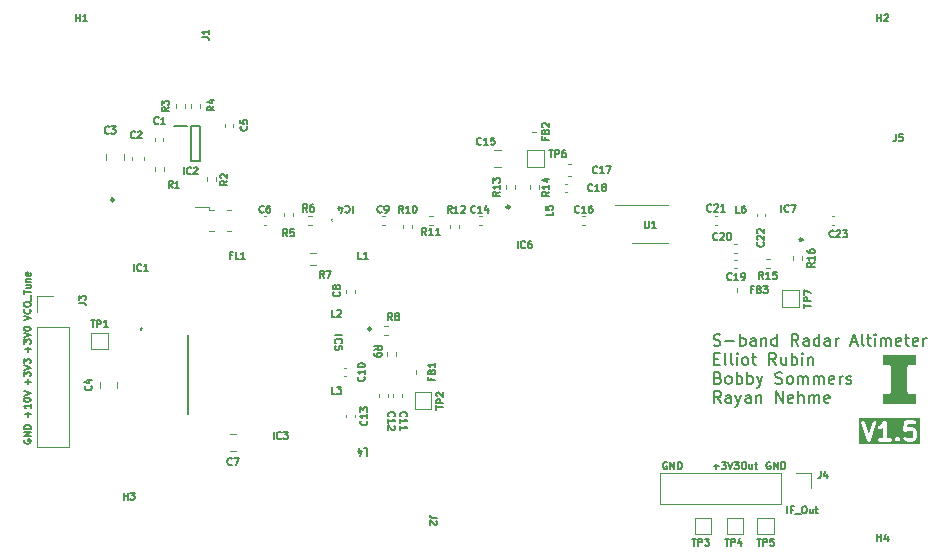
<source format=gto>
%TF.GenerationSoftware,KiCad,Pcbnew,7.0.10*%
%TF.CreationDate,2024-04-01T00:34:45-05:00*%
%TF.ProjectId,Radar2_ExtFilter,52616461-7232-45f4-9578-7446696c7465,rev?*%
%TF.SameCoordinates,Original*%
%TF.FileFunction,Legend,Top*%
%TF.FilePolarity,Positive*%
%FSLAX46Y46*%
G04 Gerber Fmt 4.6, Leading zero omitted, Abs format (unit mm)*
G04 Created by KiCad (PCBNEW 7.0.10) date 2024-04-01 00:34:45*
%MOMM*%
%LPD*%
G01*
G04 APERTURE LIST*
%ADD10C,0.150000*%
%ADD11C,0.300000*%
%ADD12C,0.100000*%
%ADD13C,0.120000*%
%ADD14C,0.200000*%
%ADD15C,0.250000*%
%ADD16C,0.050000*%
%ADD17C,0.155630*%
G04 APERTURE END LIST*
D10*
X100440200Y-74508458D02*
X100440200Y-74051316D01*
X100668771Y-74279887D02*
X100211628Y-74279887D01*
X100068771Y-73822744D02*
X100068771Y-73451316D01*
X100068771Y-73451316D02*
X100297342Y-73651316D01*
X100297342Y-73651316D02*
X100297342Y-73565601D01*
X100297342Y-73565601D02*
X100325914Y-73508459D01*
X100325914Y-73508459D02*
X100354485Y-73479887D01*
X100354485Y-73479887D02*
X100411628Y-73451316D01*
X100411628Y-73451316D02*
X100554485Y-73451316D01*
X100554485Y-73451316D02*
X100611628Y-73479887D01*
X100611628Y-73479887D02*
X100640200Y-73508459D01*
X100640200Y-73508459D02*
X100668771Y-73565601D01*
X100668771Y-73565601D02*
X100668771Y-73737030D01*
X100668771Y-73737030D02*
X100640200Y-73794173D01*
X100640200Y-73794173D02*
X100611628Y-73822744D01*
X100068771Y-73279887D02*
X100668771Y-73079887D01*
X100668771Y-73079887D02*
X100068771Y-72879887D01*
X100068771Y-72737029D02*
X100068771Y-72365601D01*
X100068771Y-72365601D02*
X100297342Y-72565601D01*
X100297342Y-72565601D02*
X100297342Y-72479886D01*
X100297342Y-72479886D02*
X100325914Y-72422744D01*
X100325914Y-72422744D02*
X100354485Y-72394172D01*
X100354485Y-72394172D02*
X100411628Y-72365601D01*
X100411628Y-72365601D02*
X100554485Y-72365601D01*
X100554485Y-72365601D02*
X100611628Y-72394172D01*
X100611628Y-72394172D02*
X100640200Y-72422744D01*
X100640200Y-72422744D02*
X100668771Y-72479886D01*
X100668771Y-72479886D02*
X100668771Y-72651315D01*
X100668771Y-72651315D02*
X100640200Y-72708458D01*
X100640200Y-72708458D02*
X100611628Y-72737029D01*
X154555826Y-81097342D02*
X154498684Y-81068771D01*
X154498684Y-81068771D02*
X154412969Y-81068771D01*
X154412969Y-81068771D02*
X154327255Y-81097342D01*
X154327255Y-81097342D02*
X154270112Y-81154485D01*
X154270112Y-81154485D02*
X154241541Y-81211628D01*
X154241541Y-81211628D02*
X154212969Y-81325914D01*
X154212969Y-81325914D02*
X154212969Y-81411628D01*
X154212969Y-81411628D02*
X154241541Y-81525914D01*
X154241541Y-81525914D02*
X154270112Y-81583057D01*
X154270112Y-81583057D02*
X154327255Y-81640200D01*
X154327255Y-81640200D02*
X154412969Y-81668771D01*
X154412969Y-81668771D02*
X154470112Y-81668771D01*
X154470112Y-81668771D02*
X154555826Y-81640200D01*
X154555826Y-81640200D02*
X154584398Y-81611628D01*
X154584398Y-81611628D02*
X154584398Y-81411628D01*
X154584398Y-81411628D02*
X154470112Y-81411628D01*
X154841541Y-81668771D02*
X154841541Y-81068771D01*
X154841541Y-81068771D02*
X155184398Y-81668771D01*
X155184398Y-81668771D02*
X155184398Y-81068771D01*
X155470112Y-81668771D02*
X155470112Y-81068771D01*
X155470112Y-81068771D02*
X155612969Y-81068771D01*
X155612969Y-81068771D02*
X155698683Y-81097342D01*
X155698683Y-81097342D02*
X155755826Y-81154485D01*
X155755826Y-81154485D02*
X155784397Y-81211628D01*
X155784397Y-81211628D02*
X155812969Y-81325914D01*
X155812969Y-81325914D02*
X155812969Y-81411628D01*
X155812969Y-81411628D02*
X155784397Y-81525914D01*
X155784397Y-81525914D02*
X155755826Y-81583057D01*
X155755826Y-81583057D02*
X155698683Y-81640200D01*
X155698683Y-81640200D02*
X155612969Y-81668771D01*
X155612969Y-81668771D02*
X155470112Y-81668771D01*
D11*
G36*
X175933082Y-79565114D02*
G01*
X170778984Y-79565114D01*
X170778984Y-77670756D01*
X170993270Y-77670756D01*
X170997923Y-77748262D01*
X171497923Y-79248262D01*
X171514521Y-79273402D01*
X171527995Y-79300349D01*
X171535648Y-79305402D01*
X171540704Y-79313059D01*
X171567655Y-79326534D01*
X171592791Y-79343130D01*
X171601946Y-79343679D01*
X171610153Y-79347783D01*
X171640228Y-79345977D01*
X171670297Y-79347783D01*
X171678501Y-79343680D01*
X171687659Y-79343131D01*
X171712803Y-79326529D01*
X171739746Y-79313058D01*
X171744799Y-79305404D01*
X171752456Y-79300349D01*
X171765931Y-79273397D01*
X171782527Y-79248262D01*
X171798338Y-79200828D01*
X172418796Y-79200828D01*
X172438892Y-79275828D01*
X172493796Y-79330732D01*
X172568796Y-79350828D01*
X172997367Y-79350828D01*
X173425939Y-79350828D01*
X173500939Y-79330732D01*
X173555843Y-79275828D01*
X173575939Y-79200828D01*
X173567203Y-79168224D01*
X173852478Y-79168224D01*
X173871303Y-79200828D01*
X173891301Y-79235466D01*
X173962729Y-79306894D01*
X173973407Y-79313059D01*
X173979830Y-79316767D01*
X173993795Y-79330732D01*
X174012868Y-79335842D01*
X174029971Y-79345717D01*
X174029972Y-79345717D01*
X174049720Y-79345717D01*
X174068795Y-79350828D01*
X174087870Y-79345717D01*
X174107618Y-79345717D01*
X174124720Y-79335843D01*
X174143795Y-79330732D01*
X174157759Y-79316767D01*
X174164185Y-79313058D01*
X174174860Y-79306895D01*
X174246289Y-79235467D01*
X174246291Y-79235465D01*
X174266288Y-79200828D01*
X174285113Y-79168224D01*
X174285113Y-79090578D01*
X174285113Y-79090577D01*
X174246290Y-79023334D01*
X174174861Y-78951905D01*
X174174860Y-78951904D01*
X174157758Y-78942030D01*
X174143795Y-78928067D01*
X174124720Y-78922955D01*
X174107618Y-78913082D01*
X174107617Y-78913082D01*
X174087870Y-78913082D01*
X174068795Y-78907971D01*
X174049720Y-78913082D01*
X174029971Y-78913082D01*
X174026452Y-78915114D01*
X174012869Y-78922955D01*
X173993795Y-78928067D01*
X173979830Y-78942031D01*
X173962729Y-78951905D01*
X173962728Y-78951905D01*
X173962728Y-78951906D01*
X173891301Y-79023334D01*
X173852478Y-79090577D01*
X173852478Y-79090578D01*
X173852478Y-79168224D01*
X173567203Y-79168224D01*
X173555843Y-79125828D01*
X173500939Y-79070924D01*
X173425939Y-79050828D01*
X173147367Y-79050828D01*
X173147367Y-78400189D01*
X174562397Y-78400189D01*
X174566764Y-78426886D01*
X174566764Y-78453938D01*
X174572937Y-78464631D01*
X174574931Y-78476816D01*
X174592062Y-78497754D01*
X174605588Y-78521181D01*
X174616279Y-78527353D01*
X174624099Y-78536911D01*
X174649406Y-78546478D01*
X174672831Y-78560003D01*
X174685177Y-78560003D01*
X174696728Y-78564370D01*
X174723426Y-78560003D01*
X174750477Y-78560003D01*
X174761170Y-78553829D01*
X174773355Y-78551836D01*
X174794293Y-78534704D01*
X174817720Y-78521179D01*
X174871936Y-78466962D01*
X174961348Y-78422257D01*
X175247672Y-78422257D01*
X175337085Y-78466963D01*
X175374088Y-78503967D01*
X175418796Y-78593381D01*
X175418796Y-78879703D01*
X175374088Y-78969117D01*
X175337085Y-79006121D01*
X175247672Y-79050828D01*
X174961348Y-79050828D01*
X174871936Y-79006122D01*
X174817720Y-78951906D01*
X174750477Y-78913082D01*
X174672831Y-78913082D01*
X174605588Y-78951904D01*
X174566764Y-79019147D01*
X174566764Y-79096793D01*
X174605586Y-79164036D01*
X174677014Y-79235465D01*
X174697931Y-79247542D01*
X174716000Y-79263564D01*
X174858858Y-79334993D01*
X174892642Y-79341906D01*
X174925939Y-79350828D01*
X175283081Y-79350828D01*
X175316386Y-79341903D01*
X175350162Y-79334992D01*
X175493021Y-79263564D01*
X175511090Y-79247540D01*
X175532006Y-79235465D01*
X175603434Y-79164036D01*
X175615508Y-79143121D01*
X175631531Y-79125053D01*
X175702960Y-78982197D01*
X175709873Y-78948414D01*
X175718796Y-78915114D01*
X175718796Y-78557971D01*
X175709873Y-78524670D01*
X175702960Y-78490888D01*
X175631531Y-78348032D01*
X175615508Y-78329963D01*
X175603434Y-78309049D01*
X175532006Y-78237620D01*
X175511090Y-78225544D01*
X175493021Y-78209521D01*
X175350162Y-78138093D01*
X175316386Y-78131181D01*
X175283081Y-78122257D01*
X174925939Y-78122257D01*
X174892642Y-78131178D01*
X174890756Y-78131564D01*
X174918830Y-77850828D01*
X175497367Y-77850828D01*
X175572367Y-77830732D01*
X175627271Y-77775828D01*
X175647367Y-77700828D01*
X175627271Y-77625828D01*
X175572367Y-77570924D01*
X175497367Y-77550828D01*
X174783081Y-77550828D01*
X174752559Y-77559006D01*
X174721379Y-77564106D01*
X174715463Y-77568945D01*
X174708081Y-77570924D01*
X174685737Y-77593267D01*
X174661284Y-77613275D01*
X174658581Y-77620423D01*
X174653177Y-77625828D01*
X174644999Y-77656346D01*
X174633825Y-77685903D01*
X174562397Y-78400189D01*
X173147367Y-78400189D01*
X173147367Y-77700828D01*
X173138528Y-77667842D01*
X173131829Y-77634343D01*
X173128554Y-77630616D01*
X173127271Y-77625828D01*
X173103124Y-77601681D01*
X173080572Y-77576020D01*
X173075873Y-77574430D01*
X173072367Y-77570924D01*
X173039384Y-77562086D01*
X173007021Y-77551138D01*
X173002155Y-77552111D01*
X172997367Y-77550828D01*
X172964384Y-77559665D01*
X172930883Y-77566366D01*
X172927157Y-77569640D01*
X172922367Y-77570924D01*
X172898213Y-77595077D01*
X172872560Y-77617623D01*
X172737940Y-77819551D01*
X172622799Y-77934692D01*
X172501714Y-77995236D01*
X172443619Y-78046752D01*
X172419065Y-78120413D01*
X172434632Y-78196482D01*
X172486148Y-78254577D01*
X172559809Y-78279131D01*
X172635878Y-78263564D01*
X172778735Y-78192135D01*
X172796803Y-78176112D01*
X172817719Y-78164037D01*
X172847367Y-78134389D01*
X172847367Y-79050828D01*
X172568796Y-79050828D01*
X172493796Y-79070924D01*
X172438892Y-79125828D01*
X172418796Y-79200828D01*
X171798338Y-79200828D01*
X172282528Y-77748262D01*
X172287180Y-77670756D01*
X172252456Y-77601307D01*
X172187659Y-77558525D01*
X172110153Y-77553873D01*
X172040704Y-77588597D01*
X171997923Y-77653394D01*
X171640225Y-78726486D01*
X171282527Y-77653394D01*
X171239746Y-77588598D01*
X171170297Y-77553873D01*
X171092791Y-77558526D01*
X171027995Y-77601307D01*
X170993270Y-77670756D01*
X170778984Y-77670756D01*
X170778984Y-77336542D01*
X175933082Y-77336542D01*
X175933082Y-79565114D01*
G37*
D10*
X164741541Y-85418771D02*
X164741541Y-84818771D01*
X165227255Y-85104485D02*
X165027255Y-85104485D01*
X165027255Y-85418771D02*
X165027255Y-84818771D01*
X165027255Y-84818771D02*
X165312969Y-84818771D01*
X165398684Y-85475914D02*
X165855826Y-85475914D01*
X166112969Y-84818771D02*
X166227255Y-84818771D01*
X166227255Y-84818771D02*
X166284398Y-84847342D01*
X166284398Y-84847342D02*
X166341541Y-84904485D01*
X166341541Y-84904485D02*
X166370112Y-85018771D01*
X166370112Y-85018771D02*
X166370112Y-85218771D01*
X166370112Y-85218771D02*
X166341541Y-85333057D01*
X166341541Y-85333057D02*
X166284398Y-85390200D01*
X166284398Y-85390200D02*
X166227255Y-85418771D01*
X166227255Y-85418771D02*
X166112969Y-85418771D01*
X166112969Y-85418771D02*
X166055827Y-85390200D01*
X166055827Y-85390200D02*
X165998684Y-85333057D01*
X165998684Y-85333057D02*
X165970112Y-85218771D01*
X165970112Y-85218771D02*
X165970112Y-85018771D01*
X165970112Y-85018771D02*
X165998684Y-84904485D01*
X165998684Y-84904485D02*
X166055827Y-84847342D01*
X166055827Y-84847342D02*
X166112969Y-84818771D01*
X166884398Y-85018771D02*
X166884398Y-85418771D01*
X166627255Y-85018771D02*
X166627255Y-85333057D01*
X166627255Y-85333057D02*
X166655826Y-85390200D01*
X166655826Y-85390200D02*
X166712969Y-85418771D01*
X166712969Y-85418771D02*
X166798683Y-85418771D01*
X166798683Y-85418771D02*
X166855826Y-85390200D01*
X166855826Y-85390200D02*
X166884398Y-85361628D01*
X167084397Y-85018771D02*
X167312969Y-85018771D01*
X167170112Y-84818771D02*
X167170112Y-85333057D01*
X167170112Y-85333057D02*
X167198683Y-85390200D01*
X167198683Y-85390200D02*
X167255826Y-85418771D01*
X167255826Y-85418771D02*
X167312969Y-85418771D01*
X158489160Y-71192200D02*
X158632017Y-71239819D01*
X158632017Y-71239819D02*
X158870112Y-71239819D01*
X158870112Y-71239819D02*
X158965350Y-71192200D01*
X158965350Y-71192200D02*
X159012969Y-71144580D01*
X159012969Y-71144580D02*
X159060588Y-71049342D01*
X159060588Y-71049342D02*
X159060588Y-70954104D01*
X159060588Y-70954104D02*
X159012969Y-70858866D01*
X159012969Y-70858866D02*
X158965350Y-70811247D01*
X158965350Y-70811247D02*
X158870112Y-70763628D01*
X158870112Y-70763628D02*
X158679636Y-70716009D01*
X158679636Y-70716009D02*
X158584398Y-70668390D01*
X158584398Y-70668390D02*
X158536779Y-70620771D01*
X158536779Y-70620771D02*
X158489160Y-70525533D01*
X158489160Y-70525533D02*
X158489160Y-70430295D01*
X158489160Y-70430295D02*
X158536779Y-70335057D01*
X158536779Y-70335057D02*
X158584398Y-70287438D01*
X158584398Y-70287438D02*
X158679636Y-70239819D01*
X158679636Y-70239819D02*
X158917731Y-70239819D01*
X158917731Y-70239819D02*
X159060588Y-70287438D01*
X159489160Y-70858866D02*
X160251065Y-70858866D01*
X160727255Y-71239819D02*
X160727255Y-70239819D01*
X160727255Y-70620771D02*
X160822493Y-70573152D01*
X160822493Y-70573152D02*
X161012969Y-70573152D01*
X161012969Y-70573152D02*
X161108207Y-70620771D01*
X161108207Y-70620771D02*
X161155826Y-70668390D01*
X161155826Y-70668390D02*
X161203445Y-70763628D01*
X161203445Y-70763628D02*
X161203445Y-71049342D01*
X161203445Y-71049342D02*
X161155826Y-71144580D01*
X161155826Y-71144580D02*
X161108207Y-71192200D01*
X161108207Y-71192200D02*
X161012969Y-71239819D01*
X161012969Y-71239819D02*
X160822493Y-71239819D01*
X160822493Y-71239819D02*
X160727255Y-71192200D01*
X162060588Y-71239819D02*
X162060588Y-70716009D01*
X162060588Y-70716009D02*
X162012969Y-70620771D01*
X162012969Y-70620771D02*
X161917731Y-70573152D01*
X161917731Y-70573152D02*
X161727255Y-70573152D01*
X161727255Y-70573152D02*
X161632017Y-70620771D01*
X162060588Y-71192200D02*
X161965350Y-71239819D01*
X161965350Y-71239819D02*
X161727255Y-71239819D01*
X161727255Y-71239819D02*
X161632017Y-71192200D01*
X161632017Y-71192200D02*
X161584398Y-71096961D01*
X161584398Y-71096961D02*
X161584398Y-71001723D01*
X161584398Y-71001723D02*
X161632017Y-70906485D01*
X161632017Y-70906485D02*
X161727255Y-70858866D01*
X161727255Y-70858866D02*
X161965350Y-70858866D01*
X161965350Y-70858866D02*
X162060588Y-70811247D01*
X162536779Y-70573152D02*
X162536779Y-71239819D01*
X162536779Y-70668390D02*
X162584398Y-70620771D01*
X162584398Y-70620771D02*
X162679636Y-70573152D01*
X162679636Y-70573152D02*
X162822493Y-70573152D01*
X162822493Y-70573152D02*
X162917731Y-70620771D01*
X162917731Y-70620771D02*
X162965350Y-70716009D01*
X162965350Y-70716009D02*
X162965350Y-71239819D01*
X163870112Y-71239819D02*
X163870112Y-70239819D01*
X163870112Y-71192200D02*
X163774874Y-71239819D01*
X163774874Y-71239819D02*
X163584398Y-71239819D01*
X163584398Y-71239819D02*
X163489160Y-71192200D01*
X163489160Y-71192200D02*
X163441541Y-71144580D01*
X163441541Y-71144580D02*
X163393922Y-71049342D01*
X163393922Y-71049342D02*
X163393922Y-70763628D01*
X163393922Y-70763628D02*
X163441541Y-70668390D01*
X163441541Y-70668390D02*
X163489160Y-70620771D01*
X163489160Y-70620771D02*
X163584398Y-70573152D01*
X163584398Y-70573152D02*
X163774874Y-70573152D01*
X163774874Y-70573152D02*
X163870112Y-70620771D01*
X165679636Y-71239819D02*
X165346303Y-70763628D01*
X165108208Y-71239819D02*
X165108208Y-70239819D01*
X165108208Y-70239819D02*
X165489160Y-70239819D01*
X165489160Y-70239819D02*
X165584398Y-70287438D01*
X165584398Y-70287438D02*
X165632017Y-70335057D01*
X165632017Y-70335057D02*
X165679636Y-70430295D01*
X165679636Y-70430295D02*
X165679636Y-70573152D01*
X165679636Y-70573152D02*
X165632017Y-70668390D01*
X165632017Y-70668390D02*
X165584398Y-70716009D01*
X165584398Y-70716009D02*
X165489160Y-70763628D01*
X165489160Y-70763628D02*
X165108208Y-70763628D01*
X166536779Y-71239819D02*
X166536779Y-70716009D01*
X166536779Y-70716009D02*
X166489160Y-70620771D01*
X166489160Y-70620771D02*
X166393922Y-70573152D01*
X166393922Y-70573152D02*
X166203446Y-70573152D01*
X166203446Y-70573152D02*
X166108208Y-70620771D01*
X166536779Y-71192200D02*
X166441541Y-71239819D01*
X166441541Y-71239819D02*
X166203446Y-71239819D01*
X166203446Y-71239819D02*
X166108208Y-71192200D01*
X166108208Y-71192200D02*
X166060589Y-71096961D01*
X166060589Y-71096961D02*
X166060589Y-71001723D01*
X166060589Y-71001723D02*
X166108208Y-70906485D01*
X166108208Y-70906485D02*
X166203446Y-70858866D01*
X166203446Y-70858866D02*
X166441541Y-70858866D01*
X166441541Y-70858866D02*
X166536779Y-70811247D01*
X167441541Y-71239819D02*
X167441541Y-70239819D01*
X167441541Y-71192200D02*
X167346303Y-71239819D01*
X167346303Y-71239819D02*
X167155827Y-71239819D01*
X167155827Y-71239819D02*
X167060589Y-71192200D01*
X167060589Y-71192200D02*
X167012970Y-71144580D01*
X167012970Y-71144580D02*
X166965351Y-71049342D01*
X166965351Y-71049342D02*
X166965351Y-70763628D01*
X166965351Y-70763628D02*
X167012970Y-70668390D01*
X167012970Y-70668390D02*
X167060589Y-70620771D01*
X167060589Y-70620771D02*
X167155827Y-70573152D01*
X167155827Y-70573152D02*
X167346303Y-70573152D01*
X167346303Y-70573152D02*
X167441541Y-70620771D01*
X168346303Y-71239819D02*
X168346303Y-70716009D01*
X168346303Y-70716009D02*
X168298684Y-70620771D01*
X168298684Y-70620771D02*
X168203446Y-70573152D01*
X168203446Y-70573152D02*
X168012970Y-70573152D01*
X168012970Y-70573152D02*
X167917732Y-70620771D01*
X168346303Y-71192200D02*
X168251065Y-71239819D01*
X168251065Y-71239819D02*
X168012970Y-71239819D01*
X168012970Y-71239819D02*
X167917732Y-71192200D01*
X167917732Y-71192200D02*
X167870113Y-71096961D01*
X167870113Y-71096961D02*
X167870113Y-71001723D01*
X167870113Y-71001723D02*
X167917732Y-70906485D01*
X167917732Y-70906485D02*
X168012970Y-70858866D01*
X168012970Y-70858866D02*
X168251065Y-70858866D01*
X168251065Y-70858866D02*
X168346303Y-70811247D01*
X168822494Y-71239819D02*
X168822494Y-70573152D01*
X168822494Y-70763628D02*
X168870113Y-70668390D01*
X168870113Y-70668390D02*
X168917732Y-70620771D01*
X168917732Y-70620771D02*
X169012970Y-70573152D01*
X169012970Y-70573152D02*
X169108208Y-70573152D01*
X170155828Y-70954104D02*
X170632018Y-70954104D01*
X170060590Y-71239819D02*
X170393923Y-70239819D01*
X170393923Y-70239819D02*
X170727256Y-71239819D01*
X171203447Y-71239819D02*
X171108209Y-71192200D01*
X171108209Y-71192200D02*
X171060590Y-71096961D01*
X171060590Y-71096961D02*
X171060590Y-70239819D01*
X171441543Y-70573152D02*
X171822495Y-70573152D01*
X171584400Y-70239819D02*
X171584400Y-71096961D01*
X171584400Y-71096961D02*
X171632019Y-71192200D01*
X171632019Y-71192200D02*
X171727257Y-71239819D01*
X171727257Y-71239819D02*
X171822495Y-71239819D01*
X172155829Y-71239819D02*
X172155829Y-70573152D01*
X172155829Y-70239819D02*
X172108210Y-70287438D01*
X172108210Y-70287438D02*
X172155829Y-70335057D01*
X172155829Y-70335057D02*
X172203448Y-70287438D01*
X172203448Y-70287438D02*
X172155829Y-70239819D01*
X172155829Y-70239819D02*
X172155829Y-70335057D01*
X172632019Y-71239819D02*
X172632019Y-70573152D01*
X172632019Y-70668390D02*
X172679638Y-70620771D01*
X172679638Y-70620771D02*
X172774876Y-70573152D01*
X172774876Y-70573152D02*
X172917733Y-70573152D01*
X172917733Y-70573152D02*
X173012971Y-70620771D01*
X173012971Y-70620771D02*
X173060590Y-70716009D01*
X173060590Y-70716009D02*
X173060590Y-71239819D01*
X173060590Y-70716009D02*
X173108209Y-70620771D01*
X173108209Y-70620771D02*
X173203447Y-70573152D01*
X173203447Y-70573152D02*
X173346304Y-70573152D01*
X173346304Y-70573152D02*
X173441543Y-70620771D01*
X173441543Y-70620771D02*
X173489162Y-70716009D01*
X173489162Y-70716009D02*
X173489162Y-71239819D01*
X174346304Y-71192200D02*
X174251066Y-71239819D01*
X174251066Y-71239819D02*
X174060590Y-71239819D01*
X174060590Y-71239819D02*
X173965352Y-71192200D01*
X173965352Y-71192200D02*
X173917733Y-71096961D01*
X173917733Y-71096961D02*
X173917733Y-70716009D01*
X173917733Y-70716009D02*
X173965352Y-70620771D01*
X173965352Y-70620771D02*
X174060590Y-70573152D01*
X174060590Y-70573152D02*
X174251066Y-70573152D01*
X174251066Y-70573152D02*
X174346304Y-70620771D01*
X174346304Y-70620771D02*
X174393923Y-70716009D01*
X174393923Y-70716009D02*
X174393923Y-70811247D01*
X174393923Y-70811247D02*
X173917733Y-70906485D01*
X174679638Y-70573152D02*
X175060590Y-70573152D01*
X174822495Y-70239819D02*
X174822495Y-71096961D01*
X174822495Y-71096961D02*
X174870114Y-71192200D01*
X174870114Y-71192200D02*
X174965352Y-71239819D01*
X174965352Y-71239819D02*
X175060590Y-71239819D01*
X175774876Y-71192200D02*
X175679638Y-71239819D01*
X175679638Y-71239819D02*
X175489162Y-71239819D01*
X175489162Y-71239819D02*
X175393924Y-71192200D01*
X175393924Y-71192200D02*
X175346305Y-71096961D01*
X175346305Y-71096961D02*
X175346305Y-70716009D01*
X175346305Y-70716009D02*
X175393924Y-70620771D01*
X175393924Y-70620771D02*
X175489162Y-70573152D01*
X175489162Y-70573152D02*
X175679638Y-70573152D01*
X175679638Y-70573152D02*
X175774876Y-70620771D01*
X175774876Y-70620771D02*
X175822495Y-70716009D01*
X175822495Y-70716009D02*
X175822495Y-70811247D01*
X175822495Y-70811247D02*
X175346305Y-70906485D01*
X176251067Y-71239819D02*
X176251067Y-70573152D01*
X176251067Y-70763628D02*
X176298686Y-70668390D01*
X176298686Y-70668390D02*
X176346305Y-70620771D01*
X176346305Y-70620771D02*
X176441543Y-70573152D01*
X176441543Y-70573152D02*
X176536781Y-70573152D01*
X158536779Y-72326009D02*
X158870112Y-72326009D01*
X159012969Y-72849819D02*
X158536779Y-72849819D01*
X158536779Y-72849819D02*
X158536779Y-71849819D01*
X158536779Y-71849819D02*
X159012969Y-71849819D01*
X159584398Y-72849819D02*
X159489160Y-72802200D01*
X159489160Y-72802200D02*
X159441541Y-72706961D01*
X159441541Y-72706961D02*
X159441541Y-71849819D01*
X160108208Y-72849819D02*
X160012970Y-72802200D01*
X160012970Y-72802200D02*
X159965351Y-72706961D01*
X159965351Y-72706961D02*
X159965351Y-71849819D01*
X160489161Y-72849819D02*
X160489161Y-72183152D01*
X160489161Y-71849819D02*
X160441542Y-71897438D01*
X160441542Y-71897438D02*
X160489161Y-71945057D01*
X160489161Y-71945057D02*
X160536780Y-71897438D01*
X160536780Y-71897438D02*
X160489161Y-71849819D01*
X160489161Y-71849819D02*
X160489161Y-71945057D01*
X161108208Y-72849819D02*
X161012970Y-72802200D01*
X161012970Y-72802200D02*
X160965351Y-72754580D01*
X160965351Y-72754580D02*
X160917732Y-72659342D01*
X160917732Y-72659342D02*
X160917732Y-72373628D01*
X160917732Y-72373628D02*
X160965351Y-72278390D01*
X160965351Y-72278390D02*
X161012970Y-72230771D01*
X161012970Y-72230771D02*
X161108208Y-72183152D01*
X161108208Y-72183152D02*
X161251065Y-72183152D01*
X161251065Y-72183152D02*
X161346303Y-72230771D01*
X161346303Y-72230771D02*
X161393922Y-72278390D01*
X161393922Y-72278390D02*
X161441541Y-72373628D01*
X161441541Y-72373628D02*
X161441541Y-72659342D01*
X161441541Y-72659342D02*
X161393922Y-72754580D01*
X161393922Y-72754580D02*
X161346303Y-72802200D01*
X161346303Y-72802200D02*
X161251065Y-72849819D01*
X161251065Y-72849819D02*
X161108208Y-72849819D01*
X161727256Y-72183152D02*
X162108208Y-72183152D01*
X161870113Y-71849819D02*
X161870113Y-72706961D01*
X161870113Y-72706961D02*
X161917732Y-72802200D01*
X161917732Y-72802200D02*
X162012970Y-72849819D01*
X162012970Y-72849819D02*
X162108208Y-72849819D01*
X163774875Y-72849819D02*
X163441542Y-72373628D01*
X163203447Y-72849819D02*
X163203447Y-71849819D01*
X163203447Y-71849819D02*
X163584399Y-71849819D01*
X163584399Y-71849819D02*
X163679637Y-71897438D01*
X163679637Y-71897438D02*
X163727256Y-71945057D01*
X163727256Y-71945057D02*
X163774875Y-72040295D01*
X163774875Y-72040295D02*
X163774875Y-72183152D01*
X163774875Y-72183152D02*
X163727256Y-72278390D01*
X163727256Y-72278390D02*
X163679637Y-72326009D01*
X163679637Y-72326009D02*
X163584399Y-72373628D01*
X163584399Y-72373628D02*
X163203447Y-72373628D01*
X164632018Y-72183152D02*
X164632018Y-72849819D01*
X164203447Y-72183152D02*
X164203447Y-72706961D01*
X164203447Y-72706961D02*
X164251066Y-72802200D01*
X164251066Y-72802200D02*
X164346304Y-72849819D01*
X164346304Y-72849819D02*
X164489161Y-72849819D01*
X164489161Y-72849819D02*
X164584399Y-72802200D01*
X164584399Y-72802200D02*
X164632018Y-72754580D01*
X165108209Y-72849819D02*
X165108209Y-71849819D01*
X165108209Y-72230771D02*
X165203447Y-72183152D01*
X165203447Y-72183152D02*
X165393923Y-72183152D01*
X165393923Y-72183152D02*
X165489161Y-72230771D01*
X165489161Y-72230771D02*
X165536780Y-72278390D01*
X165536780Y-72278390D02*
X165584399Y-72373628D01*
X165584399Y-72373628D02*
X165584399Y-72659342D01*
X165584399Y-72659342D02*
X165536780Y-72754580D01*
X165536780Y-72754580D02*
X165489161Y-72802200D01*
X165489161Y-72802200D02*
X165393923Y-72849819D01*
X165393923Y-72849819D02*
X165203447Y-72849819D01*
X165203447Y-72849819D02*
X165108209Y-72802200D01*
X166012971Y-72849819D02*
X166012971Y-72183152D01*
X166012971Y-71849819D02*
X165965352Y-71897438D01*
X165965352Y-71897438D02*
X166012971Y-71945057D01*
X166012971Y-71945057D02*
X166060590Y-71897438D01*
X166060590Y-71897438D02*
X166012971Y-71849819D01*
X166012971Y-71849819D02*
X166012971Y-71945057D01*
X166489161Y-72183152D02*
X166489161Y-72849819D01*
X166489161Y-72278390D02*
X166536780Y-72230771D01*
X166536780Y-72230771D02*
X166632018Y-72183152D01*
X166632018Y-72183152D02*
X166774875Y-72183152D01*
X166774875Y-72183152D02*
X166870113Y-72230771D01*
X166870113Y-72230771D02*
X166917732Y-72326009D01*
X166917732Y-72326009D02*
X166917732Y-72849819D01*
X158870112Y-73936009D02*
X159012969Y-73983628D01*
X159012969Y-73983628D02*
X159060588Y-74031247D01*
X159060588Y-74031247D02*
X159108207Y-74126485D01*
X159108207Y-74126485D02*
X159108207Y-74269342D01*
X159108207Y-74269342D02*
X159060588Y-74364580D01*
X159060588Y-74364580D02*
X159012969Y-74412200D01*
X159012969Y-74412200D02*
X158917731Y-74459819D01*
X158917731Y-74459819D02*
X158536779Y-74459819D01*
X158536779Y-74459819D02*
X158536779Y-73459819D01*
X158536779Y-73459819D02*
X158870112Y-73459819D01*
X158870112Y-73459819D02*
X158965350Y-73507438D01*
X158965350Y-73507438D02*
X159012969Y-73555057D01*
X159012969Y-73555057D02*
X159060588Y-73650295D01*
X159060588Y-73650295D02*
X159060588Y-73745533D01*
X159060588Y-73745533D02*
X159012969Y-73840771D01*
X159012969Y-73840771D02*
X158965350Y-73888390D01*
X158965350Y-73888390D02*
X158870112Y-73936009D01*
X158870112Y-73936009D02*
X158536779Y-73936009D01*
X159679636Y-74459819D02*
X159584398Y-74412200D01*
X159584398Y-74412200D02*
X159536779Y-74364580D01*
X159536779Y-74364580D02*
X159489160Y-74269342D01*
X159489160Y-74269342D02*
X159489160Y-73983628D01*
X159489160Y-73983628D02*
X159536779Y-73888390D01*
X159536779Y-73888390D02*
X159584398Y-73840771D01*
X159584398Y-73840771D02*
X159679636Y-73793152D01*
X159679636Y-73793152D02*
X159822493Y-73793152D01*
X159822493Y-73793152D02*
X159917731Y-73840771D01*
X159917731Y-73840771D02*
X159965350Y-73888390D01*
X159965350Y-73888390D02*
X160012969Y-73983628D01*
X160012969Y-73983628D02*
X160012969Y-74269342D01*
X160012969Y-74269342D02*
X159965350Y-74364580D01*
X159965350Y-74364580D02*
X159917731Y-74412200D01*
X159917731Y-74412200D02*
X159822493Y-74459819D01*
X159822493Y-74459819D02*
X159679636Y-74459819D01*
X160441541Y-74459819D02*
X160441541Y-73459819D01*
X160441541Y-73840771D02*
X160536779Y-73793152D01*
X160536779Y-73793152D02*
X160727255Y-73793152D01*
X160727255Y-73793152D02*
X160822493Y-73840771D01*
X160822493Y-73840771D02*
X160870112Y-73888390D01*
X160870112Y-73888390D02*
X160917731Y-73983628D01*
X160917731Y-73983628D02*
X160917731Y-74269342D01*
X160917731Y-74269342D02*
X160870112Y-74364580D01*
X160870112Y-74364580D02*
X160822493Y-74412200D01*
X160822493Y-74412200D02*
X160727255Y-74459819D01*
X160727255Y-74459819D02*
X160536779Y-74459819D01*
X160536779Y-74459819D02*
X160441541Y-74412200D01*
X161346303Y-74459819D02*
X161346303Y-73459819D01*
X161346303Y-73840771D02*
X161441541Y-73793152D01*
X161441541Y-73793152D02*
X161632017Y-73793152D01*
X161632017Y-73793152D02*
X161727255Y-73840771D01*
X161727255Y-73840771D02*
X161774874Y-73888390D01*
X161774874Y-73888390D02*
X161822493Y-73983628D01*
X161822493Y-73983628D02*
X161822493Y-74269342D01*
X161822493Y-74269342D02*
X161774874Y-74364580D01*
X161774874Y-74364580D02*
X161727255Y-74412200D01*
X161727255Y-74412200D02*
X161632017Y-74459819D01*
X161632017Y-74459819D02*
X161441541Y-74459819D01*
X161441541Y-74459819D02*
X161346303Y-74412200D01*
X162155827Y-73793152D02*
X162393922Y-74459819D01*
X162632017Y-73793152D02*
X162393922Y-74459819D01*
X162393922Y-74459819D02*
X162298684Y-74697914D01*
X162298684Y-74697914D02*
X162251065Y-74745533D01*
X162251065Y-74745533D02*
X162155827Y-74793152D01*
X163727256Y-74412200D02*
X163870113Y-74459819D01*
X163870113Y-74459819D02*
X164108208Y-74459819D01*
X164108208Y-74459819D02*
X164203446Y-74412200D01*
X164203446Y-74412200D02*
X164251065Y-74364580D01*
X164251065Y-74364580D02*
X164298684Y-74269342D01*
X164298684Y-74269342D02*
X164298684Y-74174104D01*
X164298684Y-74174104D02*
X164251065Y-74078866D01*
X164251065Y-74078866D02*
X164203446Y-74031247D01*
X164203446Y-74031247D02*
X164108208Y-73983628D01*
X164108208Y-73983628D02*
X163917732Y-73936009D01*
X163917732Y-73936009D02*
X163822494Y-73888390D01*
X163822494Y-73888390D02*
X163774875Y-73840771D01*
X163774875Y-73840771D02*
X163727256Y-73745533D01*
X163727256Y-73745533D02*
X163727256Y-73650295D01*
X163727256Y-73650295D02*
X163774875Y-73555057D01*
X163774875Y-73555057D02*
X163822494Y-73507438D01*
X163822494Y-73507438D02*
X163917732Y-73459819D01*
X163917732Y-73459819D02*
X164155827Y-73459819D01*
X164155827Y-73459819D02*
X164298684Y-73507438D01*
X164870113Y-74459819D02*
X164774875Y-74412200D01*
X164774875Y-74412200D02*
X164727256Y-74364580D01*
X164727256Y-74364580D02*
X164679637Y-74269342D01*
X164679637Y-74269342D02*
X164679637Y-73983628D01*
X164679637Y-73983628D02*
X164727256Y-73888390D01*
X164727256Y-73888390D02*
X164774875Y-73840771D01*
X164774875Y-73840771D02*
X164870113Y-73793152D01*
X164870113Y-73793152D02*
X165012970Y-73793152D01*
X165012970Y-73793152D02*
X165108208Y-73840771D01*
X165108208Y-73840771D02*
X165155827Y-73888390D01*
X165155827Y-73888390D02*
X165203446Y-73983628D01*
X165203446Y-73983628D02*
X165203446Y-74269342D01*
X165203446Y-74269342D02*
X165155827Y-74364580D01*
X165155827Y-74364580D02*
X165108208Y-74412200D01*
X165108208Y-74412200D02*
X165012970Y-74459819D01*
X165012970Y-74459819D02*
X164870113Y-74459819D01*
X165632018Y-74459819D02*
X165632018Y-73793152D01*
X165632018Y-73888390D02*
X165679637Y-73840771D01*
X165679637Y-73840771D02*
X165774875Y-73793152D01*
X165774875Y-73793152D02*
X165917732Y-73793152D01*
X165917732Y-73793152D02*
X166012970Y-73840771D01*
X166012970Y-73840771D02*
X166060589Y-73936009D01*
X166060589Y-73936009D02*
X166060589Y-74459819D01*
X166060589Y-73936009D02*
X166108208Y-73840771D01*
X166108208Y-73840771D02*
X166203446Y-73793152D01*
X166203446Y-73793152D02*
X166346303Y-73793152D01*
X166346303Y-73793152D02*
X166441542Y-73840771D01*
X166441542Y-73840771D02*
X166489161Y-73936009D01*
X166489161Y-73936009D02*
X166489161Y-74459819D01*
X166965351Y-74459819D02*
X166965351Y-73793152D01*
X166965351Y-73888390D02*
X167012970Y-73840771D01*
X167012970Y-73840771D02*
X167108208Y-73793152D01*
X167108208Y-73793152D02*
X167251065Y-73793152D01*
X167251065Y-73793152D02*
X167346303Y-73840771D01*
X167346303Y-73840771D02*
X167393922Y-73936009D01*
X167393922Y-73936009D02*
X167393922Y-74459819D01*
X167393922Y-73936009D02*
X167441541Y-73840771D01*
X167441541Y-73840771D02*
X167536779Y-73793152D01*
X167536779Y-73793152D02*
X167679636Y-73793152D01*
X167679636Y-73793152D02*
X167774875Y-73840771D01*
X167774875Y-73840771D02*
X167822494Y-73936009D01*
X167822494Y-73936009D02*
X167822494Y-74459819D01*
X168679636Y-74412200D02*
X168584398Y-74459819D01*
X168584398Y-74459819D02*
X168393922Y-74459819D01*
X168393922Y-74459819D02*
X168298684Y-74412200D01*
X168298684Y-74412200D02*
X168251065Y-74316961D01*
X168251065Y-74316961D02*
X168251065Y-73936009D01*
X168251065Y-73936009D02*
X168298684Y-73840771D01*
X168298684Y-73840771D02*
X168393922Y-73793152D01*
X168393922Y-73793152D02*
X168584398Y-73793152D01*
X168584398Y-73793152D02*
X168679636Y-73840771D01*
X168679636Y-73840771D02*
X168727255Y-73936009D01*
X168727255Y-73936009D02*
X168727255Y-74031247D01*
X168727255Y-74031247D02*
X168251065Y-74126485D01*
X169155827Y-74459819D02*
X169155827Y-73793152D01*
X169155827Y-73983628D02*
X169203446Y-73888390D01*
X169203446Y-73888390D02*
X169251065Y-73840771D01*
X169251065Y-73840771D02*
X169346303Y-73793152D01*
X169346303Y-73793152D02*
X169441541Y-73793152D01*
X169727256Y-74412200D02*
X169822494Y-74459819D01*
X169822494Y-74459819D02*
X170012970Y-74459819D01*
X170012970Y-74459819D02*
X170108208Y-74412200D01*
X170108208Y-74412200D02*
X170155827Y-74316961D01*
X170155827Y-74316961D02*
X170155827Y-74269342D01*
X170155827Y-74269342D02*
X170108208Y-74174104D01*
X170108208Y-74174104D02*
X170012970Y-74126485D01*
X170012970Y-74126485D02*
X169870113Y-74126485D01*
X169870113Y-74126485D02*
X169774875Y-74078866D01*
X169774875Y-74078866D02*
X169727256Y-73983628D01*
X169727256Y-73983628D02*
X169727256Y-73936009D01*
X169727256Y-73936009D02*
X169774875Y-73840771D01*
X169774875Y-73840771D02*
X169870113Y-73793152D01*
X169870113Y-73793152D02*
X170012970Y-73793152D01*
X170012970Y-73793152D02*
X170108208Y-73840771D01*
X159108207Y-76069819D02*
X158774874Y-75593628D01*
X158536779Y-76069819D02*
X158536779Y-75069819D01*
X158536779Y-75069819D02*
X158917731Y-75069819D01*
X158917731Y-75069819D02*
X159012969Y-75117438D01*
X159012969Y-75117438D02*
X159060588Y-75165057D01*
X159060588Y-75165057D02*
X159108207Y-75260295D01*
X159108207Y-75260295D02*
X159108207Y-75403152D01*
X159108207Y-75403152D02*
X159060588Y-75498390D01*
X159060588Y-75498390D02*
X159012969Y-75546009D01*
X159012969Y-75546009D02*
X158917731Y-75593628D01*
X158917731Y-75593628D02*
X158536779Y-75593628D01*
X159965350Y-76069819D02*
X159965350Y-75546009D01*
X159965350Y-75546009D02*
X159917731Y-75450771D01*
X159917731Y-75450771D02*
X159822493Y-75403152D01*
X159822493Y-75403152D02*
X159632017Y-75403152D01*
X159632017Y-75403152D02*
X159536779Y-75450771D01*
X159965350Y-76022200D02*
X159870112Y-76069819D01*
X159870112Y-76069819D02*
X159632017Y-76069819D01*
X159632017Y-76069819D02*
X159536779Y-76022200D01*
X159536779Y-76022200D02*
X159489160Y-75926961D01*
X159489160Y-75926961D02*
X159489160Y-75831723D01*
X159489160Y-75831723D02*
X159536779Y-75736485D01*
X159536779Y-75736485D02*
X159632017Y-75688866D01*
X159632017Y-75688866D02*
X159870112Y-75688866D01*
X159870112Y-75688866D02*
X159965350Y-75641247D01*
X160346303Y-75403152D02*
X160584398Y-76069819D01*
X160822493Y-75403152D02*
X160584398Y-76069819D01*
X160584398Y-76069819D02*
X160489160Y-76307914D01*
X160489160Y-76307914D02*
X160441541Y-76355533D01*
X160441541Y-76355533D02*
X160346303Y-76403152D01*
X161632017Y-76069819D02*
X161632017Y-75546009D01*
X161632017Y-75546009D02*
X161584398Y-75450771D01*
X161584398Y-75450771D02*
X161489160Y-75403152D01*
X161489160Y-75403152D02*
X161298684Y-75403152D01*
X161298684Y-75403152D02*
X161203446Y-75450771D01*
X161632017Y-76022200D02*
X161536779Y-76069819D01*
X161536779Y-76069819D02*
X161298684Y-76069819D01*
X161298684Y-76069819D02*
X161203446Y-76022200D01*
X161203446Y-76022200D02*
X161155827Y-75926961D01*
X161155827Y-75926961D02*
X161155827Y-75831723D01*
X161155827Y-75831723D02*
X161203446Y-75736485D01*
X161203446Y-75736485D02*
X161298684Y-75688866D01*
X161298684Y-75688866D02*
X161536779Y-75688866D01*
X161536779Y-75688866D02*
X161632017Y-75641247D01*
X162108208Y-75403152D02*
X162108208Y-76069819D01*
X162108208Y-75498390D02*
X162155827Y-75450771D01*
X162155827Y-75450771D02*
X162251065Y-75403152D01*
X162251065Y-75403152D02*
X162393922Y-75403152D01*
X162393922Y-75403152D02*
X162489160Y-75450771D01*
X162489160Y-75450771D02*
X162536779Y-75546009D01*
X162536779Y-75546009D02*
X162536779Y-76069819D01*
X163774875Y-76069819D02*
X163774875Y-75069819D01*
X163774875Y-75069819D02*
X164346303Y-76069819D01*
X164346303Y-76069819D02*
X164346303Y-75069819D01*
X165203446Y-76022200D02*
X165108208Y-76069819D01*
X165108208Y-76069819D02*
X164917732Y-76069819D01*
X164917732Y-76069819D02*
X164822494Y-76022200D01*
X164822494Y-76022200D02*
X164774875Y-75926961D01*
X164774875Y-75926961D02*
X164774875Y-75546009D01*
X164774875Y-75546009D02*
X164822494Y-75450771D01*
X164822494Y-75450771D02*
X164917732Y-75403152D01*
X164917732Y-75403152D02*
X165108208Y-75403152D01*
X165108208Y-75403152D02*
X165203446Y-75450771D01*
X165203446Y-75450771D02*
X165251065Y-75546009D01*
X165251065Y-75546009D02*
X165251065Y-75641247D01*
X165251065Y-75641247D02*
X164774875Y-75736485D01*
X165679637Y-76069819D02*
X165679637Y-75069819D01*
X166108208Y-76069819D02*
X166108208Y-75546009D01*
X166108208Y-75546009D02*
X166060589Y-75450771D01*
X166060589Y-75450771D02*
X165965351Y-75403152D01*
X165965351Y-75403152D02*
X165822494Y-75403152D01*
X165822494Y-75403152D02*
X165727256Y-75450771D01*
X165727256Y-75450771D02*
X165679637Y-75498390D01*
X166584399Y-76069819D02*
X166584399Y-75403152D01*
X166584399Y-75498390D02*
X166632018Y-75450771D01*
X166632018Y-75450771D02*
X166727256Y-75403152D01*
X166727256Y-75403152D02*
X166870113Y-75403152D01*
X166870113Y-75403152D02*
X166965351Y-75450771D01*
X166965351Y-75450771D02*
X167012970Y-75546009D01*
X167012970Y-75546009D02*
X167012970Y-76069819D01*
X167012970Y-75546009D02*
X167060589Y-75450771D01*
X167060589Y-75450771D02*
X167155827Y-75403152D01*
X167155827Y-75403152D02*
X167298684Y-75403152D01*
X167298684Y-75403152D02*
X167393923Y-75450771D01*
X167393923Y-75450771D02*
X167441542Y-75546009D01*
X167441542Y-75546009D02*
X167441542Y-76069819D01*
X168298684Y-76022200D02*
X168203446Y-76069819D01*
X168203446Y-76069819D02*
X168012970Y-76069819D01*
X168012970Y-76069819D02*
X167917732Y-76022200D01*
X167917732Y-76022200D02*
X167870113Y-75926961D01*
X167870113Y-75926961D02*
X167870113Y-75546009D01*
X167870113Y-75546009D02*
X167917732Y-75450771D01*
X167917732Y-75450771D02*
X168012970Y-75403152D01*
X168012970Y-75403152D02*
X168203446Y-75403152D01*
X168203446Y-75403152D02*
X168298684Y-75450771D01*
X168298684Y-75450771D02*
X168346303Y-75546009D01*
X168346303Y-75546009D02*
X168346303Y-75641247D01*
X168346303Y-75641247D02*
X167870113Y-75736485D01*
X100440200Y-71758458D02*
X100440200Y-71301316D01*
X100668771Y-71529887D02*
X100211628Y-71529887D01*
X100068771Y-71072744D02*
X100068771Y-70701316D01*
X100068771Y-70701316D02*
X100297342Y-70901316D01*
X100297342Y-70901316D02*
X100297342Y-70815601D01*
X100297342Y-70815601D02*
X100325914Y-70758459D01*
X100325914Y-70758459D02*
X100354485Y-70729887D01*
X100354485Y-70729887D02*
X100411628Y-70701316D01*
X100411628Y-70701316D02*
X100554485Y-70701316D01*
X100554485Y-70701316D02*
X100611628Y-70729887D01*
X100611628Y-70729887D02*
X100640200Y-70758459D01*
X100640200Y-70758459D02*
X100668771Y-70815601D01*
X100668771Y-70815601D02*
X100668771Y-70987030D01*
X100668771Y-70987030D02*
X100640200Y-71044173D01*
X100640200Y-71044173D02*
X100611628Y-71072744D01*
X100068771Y-70529887D02*
X100668771Y-70329887D01*
X100668771Y-70329887D02*
X100068771Y-70129887D01*
X100068771Y-69815601D02*
X100068771Y-69758458D01*
X100068771Y-69758458D02*
X100097342Y-69701315D01*
X100097342Y-69701315D02*
X100125914Y-69672744D01*
X100125914Y-69672744D02*
X100183057Y-69644172D01*
X100183057Y-69644172D02*
X100297342Y-69615601D01*
X100297342Y-69615601D02*
X100440200Y-69615601D01*
X100440200Y-69615601D02*
X100554485Y-69644172D01*
X100554485Y-69644172D02*
X100611628Y-69672744D01*
X100611628Y-69672744D02*
X100640200Y-69701315D01*
X100640200Y-69701315D02*
X100668771Y-69758458D01*
X100668771Y-69758458D02*
X100668771Y-69815601D01*
X100668771Y-69815601D02*
X100640200Y-69872744D01*
X100640200Y-69872744D02*
X100611628Y-69901315D01*
X100611628Y-69901315D02*
X100554485Y-69929886D01*
X100554485Y-69929886D02*
X100440200Y-69958458D01*
X100440200Y-69958458D02*
X100297342Y-69958458D01*
X100297342Y-69958458D02*
X100183057Y-69929886D01*
X100183057Y-69929886D02*
X100125914Y-69901315D01*
X100125914Y-69901315D02*
X100097342Y-69872744D01*
X100097342Y-69872744D02*
X100068771Y-69815601D01*
X100068771Y-69094173D02*
X100668771Y-68894173D01*
X100668771Y-68894173D02*
X100068771Y-68694173D01*
X100611628Y-68151315D02*
X100640200Y-68179887D01*
X100640200Y-68179887D02*
X100668771Y-68265601D01*
X100668771Y-68265601D02*
X100668771Y-68322744D01*
X100668771Y-68322744D02*
X100640200Y-68408458D01*
X100640200Y-68408458D02*
X100583057Y-68465601D01*
X100583057Y-68465601D02*
X100525914Y-68494172D01*
X100525914Y-68494172D02*
X100411628Y-68522744D01*
X100411628Y-68522744D02*
X100325914Y-68522744D01*
X100325914Y-68522744D02*
X100211628Y-68494172D01*
X100211628Y-68494172D02*
X100154485Y-68465601D01*
X100154485Y-68465601D02*
X100097342Y-68408458D01*
X100097342Y-68408458D02*
X100068771Y-68322744D01*
X100068771Y-68322744D02*
X100068771Y-68265601D01*
X100068771Y-68265601D02*
X100097342Y-68179887D01*
X100097342Y-68179887D02*
X100125914Y-68151315D01*
X100068771Y-67779887D02*
X100068771Y-67665601D01*
X100068771Y-67665601D02*
X100097342Y-67608458D01*
X100097342Y-67608458D02*
X100154485Y-67551315D01*
X100154485Y-67551315D02*
X100268771Y-67522744D01*
X100268771Y-67522744D02*
X100468771Y-67522744D01*
X100468771Y-67522744D02*
X100583057Y-67551315D01*
X100583057Y-67551315D02*
X100640200Y-67608458D01*
X100640200Y-67608458D02*
X100668771Y-67665601D01*
X100668771Y-67665601D02*
X100668771Y-67779887D01*
X100668771Y-67779887D02*
X100640200Y-67837030D01*
X100640200Y-67837030D02*
X100583057Y-67894172D01*
X100583057Y-67894172D02*
X100468771Y-67922744D01*
X100468771Y-67922744D02*
X100268771Y-67922744D01*
X100268771Y-67922744D02*
X100154485Y-67894172D01*
X100154485Y-67894172D02*
X100097342Y-67837030D01*
X100097342Y-67837030D02*
X100068771Y-67779887D01*
X100725914Y-67408459D02*
X100725914Y-66951316D01*
X100068771Y-66894173D02*
X100068771Y-66551316D01*
X100668771Y-66722744D02*
X100068771Y-66722744D01*
X100268771Y-66094173D02*
X100668771Y-66094173D01*
X100268771Y-66351315D02*
X100583057Y-66351315D01*
X100583057Y-66351315D02*
X100640200Y-66322744D01*
X100640200Y-66322744D02*
X100668771Y-66265601D01*
X100668771Y-66265601D02*
X100668771Y-66179887D01*
X100668771Y-66179887D02*
X100640200Y-66122744D01*
X100640200Y-66122744D02*
X100611628Y-66094173D01*
X100268771Y-65808458D02*
X100668771Y-65808458D01*
X100325914Y-65808458D02*
X100297342Y-65779887D01*
X100297342Y-65779887D02*
X100268771Y-65722744D01*
X100268771Y-65722744D02*
X100268771Y-65637030D01*
X100268771Y-65637030D02*
X100297342Y-65579887D01*
X100297342Y-65579887D02*
X100354485Y-65551316D01*
X100354485Y-65551316D02*
X100668771Y-65551316D01*
X100640200Y-65037030D02*
X100668771Y-65094173D01*
X100668771Y-65094173D02*
X100668771Y-65208459D01*
X100668771Y-65208459D02*
X100640200Y-65265601D01*
X100640200Y-65265601D02*
X100583057Y-65294173D01*
X100583057Y-65294173D02*
X100354485Y-65294173D01*
X100354485Y-65294173D02*
X100297342Y-65265601D01*
X100297342Y-65265601D02*
X100268771Y-65208459D01*
X100268771Y-65208459D02*
X100268771Y-65094173D01*
X100268771Y-65094173D02*
X100297342Y-65037030D01*
X100297342Y-65037030D02*
X100354485Y-65008459D01*
X100354485Y-65008459D02*
X100411628Y-65008459D01*
X100411628Y-65008459D02*
X100468771Y-65294173D01*
X163305826Y-81097342D02*
X163248684Y-81068771D01*
X163248684Y-81068771D02*
X163162969Y-81068771D01*
X163162969Y-81068771D02*
X163077255Y-81097342D01*
X163077255Y-81097342D02*
X163020112Y-81154485D01*
X163020112Y-81154485D02*
X162991541Y-81211628D01*
X162991541Y-81211628D02*
X162962969Y-81325914D01*
X162962969Y-81325914D02*
X162962969Y-81411628D01*
X162962969Y-81411628D02*
X162991541Y-81525914D01*
X162991541Y-81525914D02*
X163020112Y-81583057D01*
X163020112Y-81583057D02*
X163077255Y-81640200D01*
X163077255Y-81640200D02*
X163162969Y-81668771D01*
X163162969Y-81668771D02*
X163220112Y-81668771D01*
X163220112Y-81668771D02*
X163305826Y-81640200D01*
X163305826Y-81640200D02*
X163334398Y-81611628D01*
X163334398Y-81611628D02*
X163334398Y-81411628D01*
X163334398Y-81411628D02*
X163220112Y-81411628D01*
X163591541Y-81668771D02*
X163591541Y-81068771D01*
X163591541Y-81068771D02*
X163934398Y-81668771D01*
X163934398Y-81668771D02*
X163934398Y-81068771D01*
X164220112Y-81668771D02*
X164220112Y-81068771D01*
X164220112Y-81068771D02*
X164362969Y-81068771D01*
X164362969Y-81068771D02*
X164448683Y-81097342D01*
X164448683Y-81097342D02*
X164505826Y-81154485D01*
X164505826Y-81154485D02*
X164534397Y-81211628D01*
X164534397Y-81211628D02*
X164562969Y-81325914D01*
X164562969Y-81325914D02*
X164562969Y-81411628D01*
X164562969Y-81411628D02*
X164534397Y-81525914D01*
X164534397Y-81525914D02*
X164505826Y-81583057D01*
X164505826Y-81583057D02*
X164448683Y-81640200D01*
X164448683Y-81640200D02*
X164362969Y-81668771D01*
X164362969Y-81668771D02*
X164220112Y-81668771D01*
X100097342Y-79194173D02*
X100068771Y-79251316D01*
X100068771Y-79251316D02*
X100068771Y-79337030D01*
X100068771Y-79337030D02*
X100097342Y-79422744D01*
X100097342Y-79422744D02*
X100154485Y-79479887D01*
X100154485Y-79479887D02*
X100211628Y-79508458D01*
X100211628Y-79508458D02*
X100325914Y-79537030D01*
X100325914Y-79537030D02*
X100411628Y-79537030D01*
X100411628Y-79537030D02*
X100525914Y-79508458D01*
X100525914Y-79508458D02*
X100583057Y-79479887D01*
X100583057Y-79479887D02*
X100640200Y-79422744D01*
X100640200Y-79422744D02*
X100668771Y-79337030D01*
X100668771Y-79337030D02*
X100668771Y-79279887D01*
X100668771Y-79279887D02*
X100640200Y-79194173D01*
X100640200Y-79194173D02*
X100611628Y-79165601D01*
X100611628Y-79165601D02*
X100411628Y-79165601D01*
X100411628Y-79165601D02*
X100411628Y-79279887D01*
X100668771Y-78908458D02*
X100068771Y-78908458D01*
X100068771Y-78908458D02*
X100668771Y-78565601D01*
X100668771Y-78565601D02*
X100068771Y-78565601D01*
X100668771Y-78279887D02*
X100068771Y-78279887D01*
X100068771Y-78279887D02*
X100068771Y-78137030D01*
X100068771Y-78137030D02*
X100097342Y-78051316D01*
X100097342Y-78051316D02*
X100154485Y-77994173D01*
X100154485Y-77994173D02*
X100211628Y-77965602D01*
X100211628Y-77965602D02*
X100325914Y-77937030D01*
X100325914Y-77937030D02*
X100411628Y-77937030D01*
X100411628Y-77937030D02*
X100525914Y-77965602D01*
X100525914Y-77965602D02*
X100583057Y-77994173D01*
X100583057Y-77994173D02*
X100640200Y-78051316D01*
X100640200Y-78051316D02*
X100668771Y-78137030D01*
X100668771Y-78137030D02*
X100668771Y-78279887D01*
X100440200Y-77258458D02*
X100440200Y-76801316D01*
X100668771Y-77029887D02*
X100211628Y-77029887D01*
X100668771Y-76201316D02*
X100668771Y-76544173D01*
X100668771Y-76372744D02*
X100068771Y-76372744D01*
X100068771Y-76372744D02*
X100154485Y-76429887D01*
X100154485Y-76429887D02*
X100211628Y-76487030D01*
X100211628Y-76487030D02*
X100240200Y-76544173D01*
X100068771Y-75829887D02*
X100068771Y-75772744D01*
X100068771Y-75772744D02*
X100097342Y-75715601D01*
X100097342Y-75715601D02*
X100125914Y-75687030D01*
X100125914Y-75687030D02*
X100183057Y-75658458D01*
X100183057Y-75658458D02*
X100297342Y-75629887D01*
X100297342Y-75629887D02*
X100440200Y-75629887D01*
X100440200Y-75629887D02*
X100554485Y-75658458D01*
X100554485Y-75658458D02*
X100611628Y-75687030D01*
X100611628Y-75687030D02*
X100640200Y-75715601D01*
X100640200Y-75715601D02*
X100668771Y-75772744D01*
X100668771Y-75772744D02*
X100668771Y-75829887D01*
X100668771Y-75829887D02*
X100640200Y-75887030D01*
X100640200Y-75887030D02*
X100611628Y-75915601D01*
X100611628Y-75915601D02*
X100554485Y-75944172D01*
X100554485Y-75944172D02*
X100440200Y-75972744D01*
X100440200Y-75972744D02*
X100297342Y-75972744D01*
X100297342Y-75972744D02*
X100183057Y-75944172D01*
X100183057Y-75944172D02*
X100125914Y-75915601D01*
X100125914Y-75915601D02*
X100097342Y-75887030D01*
X100097342Y-75887030D02*
X100068771Y-75829887D01*
X100068771Y-75458458D02*
X100668771Y-75258458D01*
X100668771Y-75258458D02*
X100068771Y-75058458D01*
X158491541Y-81440200D02*
X158948684Y-81440200D01*
X158720112Y-81668771D02*
X158720112Y-81211628D01*
X159177255Y-81068771D02*
X159548683Y-81068771D01*
X159548683Y-81068771D02*
X159348683Y-81297342D01*
X159348683Y-81297342D02*
X159434398Y-81297342D01*
X159434398Y-81297342D02*
X159491541Y-81325914D01*
X159491541Y-81325914D02*
X159520112Y-81354485D01*
X159520112Y-81354485D02*
X159548683Y-81411628D01*
X159548683Y-81411628D02*
X159548683Y-81554485D01*
X159548683Y-81554485D02*
X159520112Y-81611628D01*
X159520112Y-81611628D02*
X159491541Y-81640200D01*
X159491541Y-81640200D02*
X159434398Y-81668771D01*
X159434398Y-81668771D02*
X159262969Y-81668771D01*
X159262969Y-81668771D02*
X159205826Y-81640200D01*
X159205826Y-81640200D02*
X159177255Y-81611628D01*
X159720112Y-81068771D02*
X159920112Y-81668771D01*
X159920112Y-81668771D02*
X160120112Y-81068771D01*
X160262970Y-81068771D02*
X160634398Y-81068771D01*
X160634398Y-81068771D02*
X160434398Y-81297342D01*
X160434398Y-81297342D02*
X160520113Y-81297342D01*
X160520113Y-81297342D02*
X160577256Y-81325914D01*
X160577256Y-81325914D02*
X160605827Y-81354485D01*
X160605827Y-81354485D02*
X160634398Y-81411628D01*
X160634398Y-81411628D02*
X160634398Y-81554485D01*
X160634398Y-81554485D02*
X160605827Y-81611628D01*
X160605827Y-81611628D02*
X160577256Y-81640200D01*
X160577256Y-81640200D02*
X160520113Y-81668771D01*
X160520113Y-81668771D02*
X160348684Y-81668771D01*
X160348684Y-81668771D02*
X160291541Y-81640200D01*
X160291541Y-81640200D02*
X160262970Y-81611628D01*
X161005827Y-81068771D02*
X161120113Y-81068771D01*
X161120113Y-81068771D02*
X161177256Y-81097342D01*
X161177256Y-81097342D02*
X161234399Y-81154485D01*
X161234399Y-81154485D02*
X161262970Y-81268771D01*
X161262970Y-81268771D02*
X161262970Y-81468771D01*
X161262970Y-81468771D02*
X161234399Y-81583057D01*
X161234399Y-81583057D02*
X161177256Y-81640200D01*
X161177256Y-81640200D02*
X161120113Y-81668771D01*
X161120113Y-81668771D02*
X161005827Y-81668771D01*
X161005827Y-81668771D02*
X160948685Y-81640200D01*
X160948685Y-81640200D02*
X160891542Y-81583057D01*
X160891542Y-81583057D02*
X160862970Y-81468771D01*
X160862970Y-81468771D02*
X160862970Y-81268771D01*
X160862970Y-81268771D02*
X160891542Y-81154485D01*
X160891542Y-81154485D02*
X160948685Y-81097342D01*
X160948685Y-81097342D02*
X161005827Y-81068771D01*
X161777256Y-81268771D02*
X161777256Y-81668771D01*
X161520113Y-81268771D02*
X161520113Y-81583057D01*
X161520113Y-81583057D02*
X161548684Y-81640200D01*
X161548684Y-81640200D02*
X161605827Y-81668771D01*
X161605827Y-81668771D02*
X161691541Y-81668771D01*
X161691541Y-81668771D02*
X161748684Y-81640200D01*
X161748684Y-81640200D02*
X161777256Y-81611628D01*
X161977255Y-81268771D02*
X162205827Y-81268771D01*
X162062970Y-81068771D02*
X162062970Y-81583057D01*
X162062970Y-81583057D02*
X162091541Y-81640200D01*
X162091541Y-81640200D02*
X162148684Y-81668771D01*
X162148684Y-81668771D02*
X162205827Y-81668771D01*
X135080228Y-85779999D02*
X134651657Y-85779999D01*
X134651657Y-85779999D02*
X134565942Y-85751428D01*
X134565942Y-85751428D02*
X134508800Y-85694285D01*
X134508800Y-85694285D02*
X134480228Y-85608571D01*
X134480228Y-85608571D02*
X134480228Y-85551428D01*
X135023085Y-86037142D02*
X135051657Y-86065714D01*
X135051657Y-86065714D02*
X135080228Y-86122857D01*
X135080228Y-86122857D02*
X135080228Y-86265714D01*
X135080228Y-86265714D02*
X135051657Y-86322857D01*
X135051657Y-86322857D02*
X135023085Y-86351428D01*
X135023085Y-86351428D02*
X134965942Y-86379999D01*
X134965942Y-86379999D02*
X134908800Y-86379999D01*
X134908800Y-86379999D02*
X134823085Y-86351428D01*
X134823085Y-86351428D02*
X134480228Y-86008571D01*
X134480228Y-86008571D02*
X134480228Y-86379999D01*
X160700000Y-59969771D02*
X160414286Y-59969771D01*
X160414286Y-59969771D02*
X160414286Y-59369771D01*
X161157143Y-59369771D02*
X161042857Y-59369771D01*
X161042857Y-59369771D02*
X160985714Y-59398342D01*
X160985714Y-59398342D02*
X160957143Y-59426914D01*
X160957143Y-59426914D02*
X160900000Y-59512628D01*
X160900000Y-59512628D02*
X160871428Y-59626914D01*
X160871428Y-59626914D02*
X160871428Y-59855485D01*
X160871428Y-59855485D02*
X160900000Y-59912628D01*
X160900000Y-59912628D02*
X160928571Y-59941200D01*
X160928571Y-59941200D02*
X160985714Y-59969771D01*
X160985714Y-59969771D02*
X161100000Y-59969771D01*
X161100000Y-59969771D02*
X161157143Y-59941200D01*
X161157143Y-59941200D02*
X161185714Y-59912628D01*
X161185714Y-59912628D02*
X161214285Y-59855485D01*
X161214285Y-59855485D02*
X161214285Y-59712628D01*
X161214285Y-59712628D02*
X161185714Y-59655485D01*
X161185714Y-59655485D02*
X161157143Y-59626914D01*
X161157143Y-59626914D02*
X161100000Y-59598342D01*
X161100000Y-59598342D02*
X160985714Y-59598342D01*
X160985714Y-59598342D02*
X160928571Y-59626914D01*
X160928571Y-59626914D02*
X160900000Y-59655485D01*
X160900000Y-59655485D02*
X160871428Y-59712628D01*
X127940713Y-59360228D02*
X127940713Y-59960228D01*
X127312142Y-59417371D02*
X127340714Y-59388800D01*
X127340714Y-59388800D02*
X127426428Y-59360228D01*
X127426428Y-59360228D02*
X127483571Y-59360228D01*
X127483571Y-59360228D02*
X127569285Y-59388800D01*
X127569285Y-59388800D02*
X127626428Y-59445942D01*
X127626428Y-59445942D02*
X127654999Y-59503085D01*
X127654999Y-59503085D02*
X127683571Y-59617371D01*
X127683571Y-59617371D02*
X127683571Y-59703085D01*
X127683571Y-59703085D02*
X127654999Y-59817371D01*
X127654999Y-59817371D02*
X127626428Y-59874514D01*
X127626428Y-59874514D02*
X127569285Y-59931657D01*
X127569285Y-59931657D02*
X127483571Y-59960228D01*
X127483571Y-59960228D02*
X127426428Y-59960228D01*
X127426428Y-59960228D02*
X127340714Y-59931657D01*
X127340714Y-59931657D02*
X127312142Y-59903085D01*
X126797857Y-59760228D02*
X126797857Y-59360228D01*
X126940714Y-59988800D02*
X127083571Y-59560228D01*
X127083571Y-59560228D02*
X126712142Y-59560228D01*
X144869771Y-59899999D02*
X144869771Y-60185713D01*
X144869771Y-60185713D02*
X144269771Y-60185713D01*
X144269771Y-59414285D02*
X144269771Y-59699999D01*
X144269771Y-59699999D02*
X144555485Y-59728571D01*
X144555485Y-59728571D02*
X144526914Y-59699999D01*
X144526914Y-59699999D02*
X144498342Y-59642857D01*
X144498342Y-59642857D02*
X144498342Y-59499999D01*
X144498342Y-59499999D02*
X144526914Y-59442857D01*
X144526914Y-59442857D02*
X144555485Y-59414285D01*
X144555485Y-59414285D02*
X144612628Y-59385714D01*
X144612628Y-59385714D02*
X144755485Y-59385714D01*
X144755485Y-59385714D02*
X144812628Y-59414285D01*
X144812628Y-59414285D02*
X144841200Y-59442857D01*
X144841200Y-59442857D02*
X144869771Y-59499999D01*
X144869771Y-59499999D02*
X144869771Y-59642857D01*
X144869771Y-59642857D02*
X144841200Y-59699999D01*
X144841200Y-59699999D02*
X144812628Y-59728571D01*
X125500000Y-65469771D02*
X125300000Y-65184057D01*
X125157143Y-65469771D02*
X125157143Y-64869771D01*
X125157143Y-64869771D02*
X125385714Y-64869771D01*
X125385714Y-64869771D02*
X125442857Y-64898342D01*
X125442857Y-64898342D02*
X125471428Y-64926914D01*
X125471428Y-64926914D02*
X125500000Y-64984057D01*
X125500000Y-64984057D02*
X125500000Y-65069771D01*
X125500000Y-65069771D02*
X125471428Y-65126914D01*
X125471428Y-65126914D02*
X125442857Y-65155485D01*
X125442857Y-65155485D02*
X125385714Y-65184057D01*
X125385714Y-65184057D02*
X125157143Y-65184057D01*
X125700000Y-64869771D02*
X126100000Y-64869771D01*
X126100000Y-64869771D02*
X125842857Y-65469771D01*
X166117771Y-68007143D02*
X166117771Y-67664286D01*
X166717771Y-67835714D02*
X166117771Y-67835714D01*
X166717771Y-67464285D02*
X166117771Y-67464285D01*
X166117771Y-67464285D02*
X166117771Y-67235714D01*
X166117771Y-67235714D02*
X166146342Y-67178571D01*
X166146342Y-67178571D02*
X166174914Y-67150000D01*
X166174914Y-67150000D02*
X166232057Y-67121428D01*
X166232057Y-67121428D02*
X166317771Y-67121428D01*
X166317771Y-67121428D02*
X166374914Y-67150000D01*
X166374914Y-67150000D02*
X166403485Y-67178571D01*
X166403485Y-67178571D02*
X166432057Y-67235714D01*
X166432057Y-67235714D02*
X166432057Y-67464285D01*
X166117771Y-66921428D02*
X166117771Y-66521428D01*
X166117771Y-66521428D02*
X166717771Y-66778571D01*
X160014285Y-65612628D02*
X159985713Y-65641200D01*
X159985713Y-65641200D02*
X159899999Y-65669771D01*
X159899999Y-65669771D02*
X159842856Y-65669771D01*
X159842856Y-65669771D02*
X159757142Y-65641200D01*
X159757142Y-65641200D02*
X159699999Y-65584057D01*
X159699999Y-65584057D02*
X159671428Y-65526914D01*
X159671428Y-65526914D02*
X159642856Y-65412628D01*
X159642856Y-65412628D02*
X159642856Y-65326914D01*
X159642856Y-65326914D02*
X159671428Y-65212628D01*
X159671428Y-65212628D02*
X159699999Y-65155485D01*
X159699999Y-65155485D02*
X159757142Y-65098342D01*
X159757142Y-65098342D02*
X159842856Y-65069771D01*
X159842856Y-65069771D02*
X159899999Y-65069771D01*
X159899999Y-65069771D02*
X159985713Y-65098342D01*
X159985713Y-65098342D02*
X160014285Y-65126914D01*
X160585713Y-65669771D02*
X160242856Y-65669771D01*
X160414285Y-65669771D02*
X160414285Y-65069771D01*
X160414285Y-65069771D02*
X160357142Y-65155485D01*
X160357142Y-65155485D02*
X160299999Y-65212628D01*
X160299999Y-65212628D02*
X160242856Y-65241200D01*
X160871428Y-65669771D02*
X160985714Y-65669771D01*
X160985714Y-65669771D02*
X161042857Y-65641200D01*
X161042857Y-65641200D02*
X161071428Y-65612628D01*
X161071428Y-65612628D02*
X161128571Y-65526914D01*
X161128571Y-65526914D02*
X161157142Y-65412628D01*
X161157142Y-65412628D02*
X161157142Y-65184057D01*
X161157142Y-65184057D02*
X161128571Y-65126914D01*
X161128571Y-65126914D02*
X161100000Y-65098342D01*
X161100000Y-65098342D02*
X161042857Y-65069771D01*
X161042857Y-65069771D02*
X160928571Y-65069771D01*
X160928571Y-65069771D02*
X160871428Y-65098342D01*
X160871428Y-65098342D02*
X160842857Y-65126914D01*
X160842857Y-65126914D02*
X160814285Y-65184057D01*
X160814285Y-65184057D02*
X160814285Y-65326914D01*
X160814285Y-65326914D02*
X160842857Y-65384057D01*
X160842857Y-65384057D02*
X160871428Y-65412628D01*
X160871428Y-65412628D02*
X160928571Y-65441200D01*
X160928571Y-65441200D02*
X161042857Y-65441200D01*
X161042857Y-65441200D02*
X161100000Y-65412628D01*
X161100000Y-65412628D02*
X161128571Y-65384057D01*
X161128571Y-65384057D02*
X161157142Y-65326914D01*
X159442856Y-87569771D02*
X159785714Y-87569771D01*
X159614285Y-88169771D02*
X159614285Y-87569771D01*
X159985714Y-88169771D02*
X159985714Y-87569771D01*
X159985714Y-87569771D02*
X160214285Y-87569771D01*
X160214285Y-87569771D02*
X160271428Y-87598342D01*
X160271428Y-87598342D02*
X160299999Y-87626914D01*
X160299999Y-87626914D02*
X160328571Y-87684057D01*
X160328571Y-87684057D02*
X160328571Y-87769771D01*
X160328571Y-87769771D02*
X160299999Y-87826914D01*
X160299999Y-87826914D02*
X160271428Y-87855485D01*
X160271428Y-87855485D02*
X160214285Y-87884057D01*
X160214285Y-87884057D02*
X159985714Y-87884057D01*
X160842857Y-87769771D02*
X160842857Y-88169771D01*
X160699999Y-87541200D02*
X160557142Y-87969771D01*
X160557142Y-87969771D02*
X160928571Y-87969771D01*
X130400000Y-59912628D02*
X130371428Y-59941200D01*
X130371428Y-59941200D02*
X130285714Y-59969771D01*
X130285714Y-59969771D02*
X130228571Y-59969771D01*
X130228571Y-59969771D02*
X130142857Y-59941200D01*
X130142857Y-59941200D02*
X130085714Y-59884057D01*
X130085714Y-59884057D02*
X130057143Y-59826914D01*
X130057143Y-59826914D02*
X130028571Y-59712628D01*
X130028571Y-59712628D02*
X130028571Y-59626914D01*
X130028571Y-59626914D02*
X130057143Y-59512628D01*
X130057143Y-59512628D02*
X130085714Y-59455485D01*
X130085714Y-59455485D02*
X130142857Y-59398342D01*
X130142857Y-59398342D02*
X130228571Y-59369771D01*
X130228571Y-59369771D02*
X130285714Y-59369771D01*
X130285714Y-59369771D02*
X130371428Y-59398342D01*
X130371428Y-59398342D02*
X130400000Y-59426914D01*
X130685714Y-59969771D02*
X130800000Y-59969771D01*
X130800000Y-59969771D02*
X130857143Y-59941200D01*
X130857143Y-59941200D02*
X130885714Y-59912628D01*
X130885714Y-59912628D02*
X130942857Y-59826914D01*
X130942857Y-59826914D02*
X130971428Y-59712628D01*
X130971428Y-59712628D02*
X130971428Y-59484057D01*
X130971428Y-59484057D02*
X130942857Y-59426914D01*
X130942857Y-59426914D02*
X130914286Y-59398342D01*
X130914286Y-59398342D02*
X130857143Y-59369771D01*
X130857143Y-59369771D02*
X130742857Y-59369771D01*
X130742857Y-59369771D02*
X130685714Y-59398342D01*
X130685714Y-59398342D02*
X130657143Y-59426914D01*
X130657143Y-59426914D02*
X130628571Y-59484057D01*
X130628571Y-59484057D02*
X130628571Y-59626914D01*
X130628571Y-59626914D02*
X130657143Y-59684057D01*
X130657143Y-59684057D02*
X130685714Y-59712628D01*
X130685714Y-59712628D02*
X130742857Y-59741200D01*
X130742857Y-59741200D02*
X130857143Y-59741200D01*
X130857143Y-59741200D02*
X130914286Y-59712628D01*
X130914286Y-59712628D02*
X130942857Y-59684057D01*
X130942857Y-59684057D02*
X130971428Y-59626914D01*
X168654285Y-62002628D02*
X168625713Y-62031200D01*
X168625713Y-62031200D02*
X168539999Y-62059771D01*
X168539999Y-62059771D02*
X168482856Y-62059771D01*
X168482856Y-62059771D02*
X168397142Y-62031200D01*
X168397142Y-62031200D02*
X168339999Y-61974057D01*
X168339999Y-61974057D02*
X168311428Y-61916914D01*
X168311428Y-61916914D02*
X168282856Y-61802628D01*
X168282856Y-61802628D02*
X168282856Y-61716914D01*
X168282856Y-61716914D02*
X168311428Y-61602628D01*
X168311428Y-61602628D02*
X168339999Y-61545485D01*
X168339999Y-61545485D02*
X168397142Y-61488342D01*
X168397142Y-61488342D02*
X168482856Y-61459771D01*
X168482856Y-61459771D02*
X168539999Y-61459771D01*
X168539999Y-61459771D02*
X168625713Y-61488342D01*
X168625713Y-61488342D02*
X168654285Y-61516914D01*
X168882856Y-61516914D02*
X168911428Y-61488342D01*
X168911428Y-61488342D02*
X168968571Y-61459771D01*
X168968571Y-61459771D02*
X169111428Y-61459771D01*
X169111428Y-61459771D02*
X169168571Y-61488342D01*
X169168571Y-61488342D02*
X169197142Y-61516914D01*
X169197142Y-61516914D02*
X169225713Y-61574057D01*
X169225713Y-61574057D02*
X169225713Y-61631200D01*
X169225713Y-61631200D02*
X169197142Y-61716914D01*
X169197142Y-61716914D02*
X168854285Y-62059771D01*
X168854285Y-62059771D02*
X169225713Y-62059771D01*
X169425714Y-61459771D02*
X169797142Y-61459771D01*
X169797142Y-61459771D02*
X169597142Y-61688342D01*
X169597142Y-61688342D02*
X169682857Y-61688342D01*
X169682857Y-61688342D02*
X169740000Y-61716914D01*
X169740000Y-61716914D02*
X169768571Y-61745485D01*
X169768571Y-61745485D02*
X169797142Y-61802628D01*
X169797142Y-61802628D02*
X169797142Y-61945485D01*
X169797142Y-61945485D02*
X169768571Y-62002628D01*
X169768571Y-62002628D02*
X169740000Y-62031200D01*
X169740000Y-62031200D02*
X169682857Y-62059771D01*
X169682857Y-62059771D02*
X169511428Y-62059771D01*
X169511428Y-62059771D02*
X169454285Y-62031200D01*
X169454285Y-62031200D02*
X169425714Y-62002628D01*
X172342857Y-87769771D02*
X172342857Y-87169771D01*
X172342857Y-87455485D02*
X172685714Y-87455485D01*
X172685714Y-87769771D02*
X172685714Y-87169771D01*
X173228571Y-87369771D02*
X173228571Y-87769771D01*
X173085713Y-87141200D02*
X172942856Y-87569771D01*
X172942856Y-87569771D02*
X173314285Y-87569771D01*
X118962628Y-52649999D02*
X118991200Y-52678571D01*
X118991200Y-52678571D02*
X119019771Y-52764285D01*
X119019771Y-52764285D02*
X119019771Y-52821428D01*
X119019771Y-52821428D02*
X118991200Y-52907142D01*
X118991200Y-52907142D02*
X118934057Y-52964285D01*
X118934057Y-52964285D02*
X118876914Y-52992856D01*
X118876914Y-52992856D02*
X118762628Y-53021428D01*
X118762628Y-53021428D02*
X118676914Y-53021428D01*
X118676914Y-53021428D02*
X118562628Y-52992856D01*
X118562628Y-52992856D02*
X118505485Y-52964285D01*
X118505485Y-52964285D02*
X118448342Y-52907142D01*
X118448342Y-52907142D02*
X118419771Y-52821428D01*
X118419771Y-52821428D02*
X118419771Y-52764285D01*
X118419771Y-52764285D02*
X118448342Y-52678571D01*
X118448342Y-52678571D02*
X118476914Y-52649999D01*
X118419771Y-52107142D02*
X118419771Y-52392856D01*
X118419771Y-52392856D02*
X118705485Y-52421428D01*
X118705485Y-52421428D02*
X118676914Y-52392856D01*
X118676914Y-52392856D02*
X118648342Y-52335714D01*
X118648342Y-52335714D02*
X118648342Y-52192856D01*
X118648342Y-52192856D02*
X118676914Y-52135714D01*
X118676914Y-52135714D02*
X118705485Y-52107142D01*
X118705485Y-52107142D02*
X118762628Y-52078571D01*
X118762628Y-52078571D02*
X118905485Y-52078571D01*
X118905485Y-52078571D02*
X118962628Y-52107142D01*
X118962628Y-52107142D02*
X118991200Y-52135714D01*
X118991200Y-52135714D02*
X119019771Y-52192856D01*
X119019771Y-52192856D02*
X119019771Y-52335714D01*
X119019771Y-52335714D02*
X118991200Y-52392856D01*
X118991200Y-52392856D02*
X118962628Y-52421428D01*
X136314285Y-59982271D02*
X136114285Y-59696557D01*
X135971428Y-59982271D02*
X135971428Y-59382271D01*
X135971428Y-59382271D02*
X136199999Y-59382271D01*
X136199999Y-59382271D02*
X136257142Y-59410842D01*
X136257142Y-59410842D02*
X136285713Y-59439414D01*
X136285713Y-59439414D02*
X136314285Y-59496557D01*
X136314285Y-59496557D02*
X136314285Y-59582271D01*
X136314285Y-59582271D02*
X136285713Y-59639414D01*
X136285713Y-59639414D02*
X136257142Y-59667985D01*
X136257142Y-59667985D02*
X136199999Y-59696557D01*
X136199999Y-59696557D02*
X135971428Y-59696557D01*
X136885713Y-59982271D02*
X136542856Y-59982271D01*
X136714285Y-59982271D02*
X136714285Y-59382271D01*
X136714285Y-59382271D02*
X136657142Y-59467985D01*
X136657142Y-59467985D02*
X136599999Y-59525128D01*
X136599999Y-59525128D02*
X136542856Y-59553700D01*
X137114285Y-59439414D02*
X137142857Y-59410842D01*
X137142857Y-59410842D02*
X137200000Y-59382271D01*
X137200000Y-59382271D02*
X137342857Y-59382271D01*
X137342857Y-59382271D02*
X137400000Y-59410842D01*
X137400000Y-59410842D02*
X137428571Y-59439414D01*
X137428571Y-59439414D02*
X137457142Y-59496557D01*
X137457142Y-59496557D02*
X137457142Y-59553700D01*
X137457142Y-59553700D02*
X137428571Y-59639414D01*
X137428571Y-59639414D02*
X137085714Y-59982271D01*
X137085714Y-59982271D02*
X137457142Y-59982271D01*
X113614286Y-56719771D02*
X113614286Y-56119771D01*
X114242857Y-56662628D02*
X114214285Y-56691200D01*
X114214285Y-56691200D02*
X114128571Y-56719771D01*
X114128571Y-56719771D02*
X114071428Y-56719771D01*
X114071428Y-56719771D02*
X113985714Y-56691200D01*
X113985714Y-56691200D02*
X113928571Y-56634057D01*
X113928571Y-56634057D02*
X113900000Y-56576914D01*
X113900000Y-56576914D02*
X113871428Y-56462628D01*
X113871428Y-56462628D02*
X113871428Y-56376914D01*
X113871428Y-56376914D02*
X113900000Y-56262628D01*
X113900000Y-56262628D02*
X113928571Y-56205485D01*
X113928571Y-56205485D02*
X113985714Y-56148342D01*
X113985714Y-56148342D02*
X114071428Y-56119771D01*
X114071428Y-56119771D02*
X114128571Y-56119771D01*
X114128571Y-56119771D02*
X114214285Y-56148342D01*
X114214285Y-56148342D02*
X114242857Y-56176914D01*
X114471428Y-56176914D02*
X114500000Y-56148342D01*
X114500000Y-56148342D02*
X114557143Y-56119771D01*
X114557143Y-56119771D02*
X114700000Y-56119771D01*
X114700000Y-56119771D02*
X114757143Y-56148342D01*
X114757143Y-56148342D02*
X114785714Y-56176914D01*
X114785714Y-56176914D02*
X114814285Y-56234057D01*
X114814285Y-56234057D02*
X114814285Y-56291200D01*
X114814285Y-56291200D02*
X114785714Y-56376914D01*
X114785714Y-56376914D02*
X114442857Y-56719771D01*
X114442857Y-56719771D02*
X114814285Y-56719771D01*
X144569771Y-58185714D02*
X144284057Y-58385714D01*
X144569771Y-58528571D02*
X143969771Y-58528571D01*
X143969771Y-58528571D02*
X143969771Y-58300000D01*
X143969771Y-58300000D02*
X143998342Y-58242857D01*
X143998342Y-58242857D02*
X144026914Y-58214286D01*
X144026914Y-58214286D02*
X144084057Y-58185714D01*
X144084057Y-58185714D02*
X144169771Y-58185714D01*
X144169771Y-58185714D02*
X144226914Y-58214286D01*
X144226914Y-58214286D02*
X144255485Y-58242857D01*
X144255485Y-58242857D02*
X144284057Y-58300000D01*
X144284057Y-58300000D02*
X144284057Y-58528571D01*
X144569771Y-57614286D02*
X144569771Y-57957143D01*
X144569771Y-57785714D02*
X143969771Y-57785714D01*
X143969771Y-57785714D02*
X144055485Y-57842857D01*
X144055485Y-57842857D02*
X144112628Y-57900000D01*
X144112628Y-57900000D02*
X144141200Y-57957143D01*
X144169771Y-57100000D02*
X144569771Y-57100000D01*
X143941200Y-57242857D02*
X144369771Y-57385714D01*
X144369771Y-57385714D02*
X144369771Y-57014285D01*
X109500000Y-53612628D02*
X109471428Y-53641200D01*
X109471428Y-53641200D02*
X109385714Y-53669771D01*
X109385714Y-53669771D02*
X109328571Y-53669771D01*
X109328571Y-53669771D02*
X109242857Y-53641200D01*
X109242857Y-53641200D02*
X109185714Y-53584057D01*
X109185714Y-53584057D02*
X109157143Y-53526914D01*
X109157143Y-53526914D02*
X109128571Y-53412628D01*
X109128571Y-53412628D02*
X109128571Y-53326914D01*
X109128571Y-53326914D02*
X109157143Y-53212628D01*
X109157143Y-53212628D02*
X109185714Y-53155485D01*
X109185714Y-53155485D02*
X109242857Y-53098342D01*
X109242857Y-53098342D02*
X109328571Y-53069771D01*
X109328571Y-53069771D02*
X109385714Y-53069771D01*
X109385714Y-53069771D02*
X109471428Y-53098342D01*
X109471428Y-53098342D02*
X109500000Y-53126914D01*
X109728571Y-53126914D02*
X109757143Y-53098342D01*
X109757143Y-53098342D02*
X109814286Y-53069771D01*
X109814286Y-53069771D02*
X109957143Y-53069771D01*
X109957143Y-53069771D02*
X110014286Y-53098342D01*
X110014286Y-53098342D02*
X110042857Y-53126914D01*
X110042857Y-53126914D02*
X110071428Y-53184057D01*
X110071428Y-53184057D02*
X110071428Y-53241200D01*
X110071428Y-53241200D02*
X110042857Y-53326914D01*
X110042857Y-53326914D02*
X109700000Y-53669771D01*
X109700000Y-53669771D02*
X110071428Y-53669771D01*
X126450000Y-75308235D02*
X126164286Y-75308235D01*
X126164286Y-75308235D02*
X126164286Y-74708235D01*
X126592857Y-74708235D02*
X126964285Y-74708235D01*
X126964285Y-74708235D02*
X126764285Y-74936806D01*
X126764285Y-74936806D02*
X126850000Y-74936806D01*
X126850000Y-74936806D02*
X126907143Y-74965378D01*
X126907143Y-74965378D02*
X126935714Y-74993949D01*
X126935714Y-74993949D02*
X126964285Y-75051092D01*
X126964285Y-75051092D02*
X126964285Y-75193949D01*
X126964285Y-75193949D02*
X126935714Y-75251092D01*
X126935714Y-75251092D02*
X126907143Y-75279664D01*
X126907143Y-75279664D02*
X126850000Y-75308235D01*
X126850000Y-75308235D02*
X126678571Y-75308235D01*
X126678571Y-75308235D02*
X126621428Y-75279664D01*
X126621428Y-75279664D02*
X126592857Y-75251092D01*
X162712628Y-62485714D02*
X162741200Y-62514286D01*
X162741200Y-62514286D02*
X162769771Y-62600000D01*
X162769771Y-62600000D02*
X162769771Y-62657143D01*
X162769771Y-62657143D02*
X162741200Y-62742857D01*
X162741200Y-62742857D02*
X162684057Y-62800000D01*
X162684057Y-62800000D02*
X162626914Y-62828571D01*
X162626914Y-62828571D02*
X162512628Y-62857143D01*
X162512628Y-62857143D02*
X162426914Y-62857143D01*
X162426914Y-62857143D02*
X162312628Y-62828571D01*
X162312628Y-62828571D02*
X162255485Y-62800000D01*
X162255485Y-62800000D02*
X162198342Y-62742857D01*
X162198342Y-62742857D02*
X162169771Y-62657143D01*
X162169771Y-62657143D02*
X162169771Y-62600000D01*
X162169771Y-62600000D02*
X162198342Y-62514286D01*
X162198342Y-62514286D02*
X162226914Y-62485714D01*
X162226914Y-62257143D02*
X162198342Y-62228571D01*
X162198342Y-62228571D02*
X162169771Y-62171429D01*
X162169771Y-62171429D02*
X162169771Y-62028571D01*
X162169771Y-62028571D02*
X162198342Y-61971429D01*
X162198342Y-61971429D02*
X162226914Y-61942857D01*
X162226914Y-61942857D02*
X162284057Y-61914286D01*
X162284057Y-61914286D02*
X162341200Y-61914286D01*
X162341200Y-61914286D02*
X162426914Y-61942857D01*
X162426914Y-61942857D02*
X162769771Y-62285714D01*
X162769771Y-62285714D02*
X162769771Y-61914286D01*
X162226914Y-61685714D02*
X162198342Y-61657142D01*
X162198342Y-61657142D02*
X162169771Y-61600000D01*
X162169771Y-61600000D02*
X162169771Y-61457142D01*
X162169771Y-61457142D02*
X162198342Y-61400000D01*
X162198342Y-61400000D02*
X162226914Y-61371428D01*
X162226914Y-61371428D02*
X162284057Y-61342857D01*
X162284057Y-61342857D02*
X162341200Y-61342857D01*
X162341200Y-61342857D02*
X162426914Y-61371428D01*
X162426914Y-61371428D02*
X162769771Y-61714285D01*
X162769771Y-61714285D02*
X162769771Y-61342857D01*
X162714285Y-65569771D02*
X162514285Y-65284057D01*
X162371428Y-65569771D02*
X162371428Y-64969771D01*
X162371428Y-64969771D02*
X162599999Y-64969771D01*
X162599999Y-64969771D02*
X162657142Y-64998342D01*
X162657142Y-64998342D02*
X162685713Y-65026914D01*
X162685713Y-65026914D02*
X162714285Y-65084057D01*
X162714285Y-65084057D02*
X162714285Y-65169771D01*
X162714285Y-65169771D02*
X162685713Y-65226914D01*
X162685713Y-65226914D02*
X162657142Y-65255485D01*
X162657142Y-65255485D02*
X162599999Y-65284057D01*
X162599999Y-65284057D02*
X162371428Y-65284057D01*
X163285713Y-65569771D02*
X162942856Y-65569771D01*
X163114285Y-65569771D02*
X163114285Y-64969771D01*
X163114285Y-64969771D02*
X163057142Y-65055485D01*
X163057142Y-65055485D02*
X162999999Y-65112628D01*
X162999999Y-65112628D02*
X162942856Y-65141200D01*
X163828571Y-64969771D02*
X163542857Y-64969771D01*
X163542857Y-64969771D02*
X163514285Y-65255485D01*
X163514285Y-65255485D02*
X163542857Y-65226914D01*
X163542857Y-65226914D02*
X163600000Y-65198342D01*
X163600000Y-65198342D02*
X163742857Y-65198342D01*
X163742857Y-65198342D02*
X163800000Y-65226914D01*
X163800000Y-65226914D02*
X163828571Y-65255485D01*
X163828571Y-65255485D02*
X163857142Y-65312628D01*
X163857142Y-65312628D02*
X163857142Y-65455485D01*
X163857142Y-65455485D02*
X163828571Y-65512628D01*
X163828571Y-65512628D02*
X163800000Y-65541200D01*
X163800000Y-65541200D02*
X163742857Y-65569771D01*
X163742857Y-65569771D02*
X163600000Y-65569771D01*
X163600000Y-65569771D02*
X163542857Y-65541200D01*
X163542857Y-65541200D02*
X163514285Y-65512628D01*
X129780228Y-71600000D02*
X130065942Y-71400000D01*
X129780228Y-71257143D02*
X130380228Y-71257143D01*
X130380228Y-71257143D02*
X130380228Y-71485714D01*
X130380228Y-71485714D02*
X130351657Y-71542857D01*
X130351657Y-71542857D02*
X130323085Y-71571428D01*
X130323085Y-71571428D02*
X130265942Y-71600000D01*
X130265942Y-71600000D02*
X130180228Y-71600000D01*
X130180228Y-71600000D02*
X130123085Y-71571428D01*
X130123085Y-71571428D02*
X130094514Y-71542857D01*
X130094514Y-71542857D02*
X130065942Y-71485714D01*
X130065942Y-71485714D02*
X130065942Y-71257143D01*
X129780228Y-71885714D02*
X129780228Y-72000000D01*
X129780228Y-72000000D02*
X129808800Y-72057143D01*
X129808800Y-72057143D02*
X129837371Y-72085714D01*
X129837371Y-72085714D02*
X129923085Y-72142857D01*
X129923085Y-72142857D02*
X130037371Y-72171428D01*
X130037371Y-72171428D02*
X130265942Y-72171428D01*
X130265942Y-72171428D02*
X130323085Y-72142857D01*
X130323085Y-72142857D02*
X130351657Y-72114286D01*
X130351657Y-72114286D02*
X130380228Y-72057143D01*
X130380228Y-72057143D02*
X130380228Y-71942857D01*
X130380228Y-71942857D02*
X130351657Y-71885714D01*
X130351657Y-71885714D02*
X130323085Y-71857143D01*
X130323085Y-71857143D02*
X130265942Y-71828571D01*
X130265942Y-71828571D02*
X130123085Y-71828571D01*
X130123085Y-71828571D02*
X130065942Y-71857143D01*
X130065942Y-71857143D02*
X130037371Y-71885714D01*
X130037371Y-71885714D02*
X130008800Y-71942857D01*
X130008800Y-71942857D02*
X130008800Y-72057143D01*
X130008800Y-72057143D02*
X130037371Y-72114286D01*
X130037371Y-72114286D02*
X130065942Y-72142857D01*
X130065942Y-72142857D02*
X130123085Y-72171428D01*
X115169771Y-45120000D02*
X115598342Y-45120000D01*
X115598342Y-45120000D02*
X115684057Y-45148571D01*
X115684057Y-45148571D02*
X115741200Y-45205714D01*
X115741200Y-45205714D02*
X115769771Y-45291428D01*
X115769771Y-45291428D02*
X115769771Y-45348571D01*
X115769771Y-44520000D02*
X115769771Y-44862857D01*
X115769771Y-44691428D02*
X115169771Y-44691428D01*
X115169771Y-44691428D02*
X115255485Y-44748571D01*
X115255485Y-44748571D02*
X115312628Y-44805714D01*
X115312628Y-44805714D02*
X115341200Y-44862857D01*
X108542857Y-84269771D02*
X108542857Y-83669771D01*
X108542857Y-83955485D02*
X108885714Y-83955485D01*
X108885714Y-84269771D02*
X108885714Y-83669771D01*
X109114285Y-83669771D02*
X109485713Y-83669771D01*
X109485713Y-83669771D02*
X109285713Y-83898342D01*
X109285713Y-83898342D02*
X109371428Y-83898342D01*
X109371428Y-83898342D02*
X109428571Y-83926914D01*
X109428571Y-83926914D02*
X109457142Y-83955485D01*
X109457142Y-83955485D02*
X109485713Y-84012628D01*
X109485713Y-84012628D02*
X109485713Y-84155485D01*
X109485713Y-84155485D02*
X109457142Y-84212628D01*
X109457142Y-84212628D02*
X109428571Y-84241200D01*
X109428571Y-84241200D02*
X109371428Y-84269771D01*
X109371428Y-84269771D02*
X109199999Y-84269771D01*
X109199999Y-84269771D02*
X109142856Y-84241200D01*
X109142856Y-84241200D02*
X109114285Y-84212628D01*
X134181785Y-61869771D02*
X133981785Y-61584057D01*
X133838928Y-61869771D02*
X133838928Y-61269771D01*
X133838928Y-61269771D02*
X134067499Y-61269771D01*
X134067499Y-61269771D02*
X134124642Y-61298342D01*
X134124642Y-61298342D02*
X134153213Y-61326914D01*
X134153213Y-61326914D02*
X134181785Y-61384057D01*
X134181785Y-61384057D02*
X134181785Y-61469771D01*
X134181785Y-61469771D02*
X134153213Y-61526914D01*
X134153213Y-61526914D02*
X134124642Y-61555485D01*
X134124642Y-61555485D02*
X134067499Y-61584057D01*
X134067499Y-61584057D02*
X133838928Y-61584057D01*
X134753213Y-61869771D02*
X134410356Y-61869771D01*
X134581785Y-61869771D02*
X134581785Y-61269771D01*
X134581785Y-61269771D02*
X134524642Y-61355485D01*
X134524642Y-61355485D02*
X134467499Y-61412628D01*
X134467499Y-61412628D02*
X134410356Y-61441200D01*
X135324642Y-61869771D02*
X134981785Y-61869771D01*
X135153214Y-61869771D02*
X135153214Y-61269771D01*
X135153214Y-61269771D02*
X135096071Y-61355485D01*
X135096071Y-61355485D02*
X135038928Y-61412628D01*
X135038928Y-61412628D02*
X134981785Y-61441200D01*
X117732143Y-63555485D02*
X117532143Y-63555485D01*
X117532143Y-63869771D02*
X117532143Y-63269771D01*
X117532143Y-63269771D02*
X117817857Y-63269771D01*
X118332143Y-63869771D02*
X118046429Y-63869771D01*
X118046429Y-63869771D02*
X118046429Y-63269771D01*
X118846428Y-63869771D02*
X118503571Y-63869771D01*
X118675000Y-63869771D02*
X118675000Y-63269771D01*
X118675000Y-63269771D02*
X118617857Y-63355485D01*
X118617857Y-63355485D02*
X118560714Y-63412628D01*
X118560714Y-63412628D02*
X118503571Y-63441200D01*
X158314285Y-59812628D02*
X158285713Y-59841200D01*
X158285713Y-59841200D02*
X158199999Y-59869771D01*
X158199999Y-59869771D02*
X158142856Y-59869771D01*
X158142856Y-59869771D02*
X158057142Y-59841200D01*
X158057142Y-59841200D02*
X157999999Y-59784057D01*
X157999999Y-59784057D02*
X157971428Y-59726914D01*
X157971428Y-59726914D02*
X157942856Y-59612628D01*
X157942856Y-59612628D02*
X157942856Y-59526914D01*
X157942856Y-59526914D02*
X157971428Y-59412628D01*
X157971428Y-59412628D02*
X157999999Y-59355485D01*
X157999999Y-59355485D02*
X158057142Y-59298342D01*
X158057142Y-59298342D02*
X158142856Y-59269771D01*
X158142856Y-59269771D02*
X158199999Y-59269771D01*
X158199999Y-59269771D02*
X158285713Y-59298342D01*
X158285713Y-59298342D02*
X158314285Y-59326914D01*
X158542856Y-59326914D02*
X158571428Y-59298342D01*
X158571428Y-59298342D02*
X158628571Y-59269771D01*
X158628571Y-59269771D02*
X158771428Y-59269771D01*
X158771428Y-59269771D02*
X158828571Y-59298342D01*
X158828571Y-59298342D02*
X158857142Y-59326914D01*
X158857142Y-59326914D02*
X158885713Y-59384057D01*
X158885713Y-59384057D02*
X158885713Y-59441200D01*
X158885713Y-59441200D02*
X158857142Y-59526914D01*
X158857142Y-59526914D02*
X158514285Y-59869771D01*
X158514285Y-59869771D02*
X158885713Y-59869771D01*
X159457142Y-59869771D02*
X159114285Y-59869771D01*
X159285714Y-59869771D02*
X159285714Y-59269771D01*
X159285714Y-59269771D02*
X159228571Y-59355485D01*
X159228571Y-59355485D02*
X159171428Y-59412628D01*
X159171428Y-59412628D02*
X159114285Y-59441200D01*
X173939999Y-53299771D02*
X173939999Y-53728342D01*
X173939999Y-53728342D02*
X173911428Y-53814057D01*
X173911428Y-53814057D02*
X173854285Y-53871200D01*
X173854285Y-53871200D02*
X173768571Y-53899771D01*
X173768571Y-53899771D02*
X173711428Y-53899771D01*
X174511428Y-53299771D02*
X174225714Y-53299771D01*
X174225714Y-53299771D02*
X174197142Y-53585485D01*
X174197142Y-53585485D02*
X174225714Y-53556914D01*
X174225714Y-53556914D02*
X174282857Y-53528342D01*
X174282857Y-53528342D02*
X174425714Y-53528342D01*
X174425714Y-53528342D02*
X174482857Y-53556914D01*
X174482857Y-53556914D02*
X174511428Y-53585485D01*
X174511428Y-53585485D02*
X174539999Y-53642628D01*
X174539999Y-53642628D02*
X174539999Y-53785485D01*
X174539999Y-53785485D02*
X174511428Y-53842628D01*
X174511428Y-53842628D02*
X174482857Y-53871200D01*
X174482857Y-53871200D02*
X174425714Y-53899771D01*
X174425714Y-53899771D02*
X174282857Y-53899771D01*
X174282857Y-53899771D02*
X174225714Y-53871200D01*
X174225714Y-53871200D02*
X174197142Y-53842628D01*
X140399771Y-58185714D02*
X140114057Y-58385714D01*
X140399771Y-58528571D02*
X139799771Y-58528571D01*
X139799771Y-58528571D02*
X139799771Y-58300000D01*
X139799771Y-58300000D02*
X139828342Y-58242857D01*
X139828342Y-58242857D02*
X139856914Y-58214286D01*
X139856914Y-58214286D02*
X139914057Y-58185714D01*
X139914057Y-58185714D02*
X139999771Y-58185714D01*
X139999771Y-58185714D02*
X140056914Y-58214286D01*
X140056914Y-58214286D02*
X140085485Y-58242857D01*
X140085485Y-58242857D02*
X140114057Y-58300000D01*
X140114057Y-58300000D02*
X140114057Y-58528571D01*
X140399771Y-57614286D02*
X140399771Y-57957143D01*
X140399771Y-57785714D02*
X139799771Y-57785714D01*
X139799771Y-57785714D02*
X139885485Y-57842857D01*
X139885485Y-57842857D02*
X139942628Y-57900000D01*
X139942628Y-57900000D02*
X139971200Y-57957143D01*
X139799771Y-57414285D02*
X139799771Y-57042857D01*
X139799771Y-57042857D02*
X140028342Y-57242857D01*
X140028342Y-57242857D02*
X140028342Y-57157142D01*
X140028342Y-57157142D02*
X140056914Y-57100000D01*
X140056914Y-57100000D02*
X140085485Y-57071428D01*
X140085485Y-57071428D02*
X140142628Y-57042857D01*
X140142628Y-57042857D02*
X140285485Y-57042857D01*
X140285485Y-57042857D02*
X140342628Y-57071428D01*
X140342628Y-57071428D02*
X140371200Y-57100000D01*
X140371200Y-57100000D02*
X140399771Y-57157142D01*
X140399771Y-57157142D02*
X140399771Y-57328571D01*
X140399771Y-57328571D02*
X140371200Y-57385714D01*
X140371200Y-57385714D02*
X140342628Y-57414285D01*
X105742856Y-69071771D02*
X106085714Y-69071771D01*
X105914285Y-69671771D02*
X105914285Y-69071771D01*
X106285714Y-69671771D02*
X106285714Y-69071771D01*
X106285714Y-69071771D02*
X106514285Y-69071771D01*
X106514285Y-69071771D02*
X106571428Y-69100342D01*
X106571428Y-69100342D02*
X106599999Y-69128914D01*
X106599999Y-69128914D02*
X106628571Y-69186057D01*
X106628571Y-69186057D02*
X106628571Y-69271771D01*
X106628571Y-69271771D02*
X106599999Y-69328914D01*
X106599999Y-69328914D02*
X106571428Y-69357485D01*
X106571428Y-69357485D02*
X106514285Y-69386057D01*
X106514285Y-69386057D02*
X106285714Y-69386057D01*
X107199999Y-69671771D02*
X106857142Y-69671771D01*
X107028571Y-69671771D02*
X107028571Y-69071771D01*
X107028571Y-69071771D02*
X106971428Y-69157485D01*
X106971428Y-69157485D02*
X106914285Y-69214628D01*
X106914285Y-69214628D02*
X106857142Y-69243200D01*
X167039771Y-64185714D02*
X166754057Y-64385714D01*
X167039771Y-64528571D02*
X166439771Y-64528571D01*
X166439771Y-64528571D02*
X166439771Y-64300000D01*
X166439771Y-64300000D02*
X166468342Y-64242857D01*
X166468342Y-64242857D02*
X166496914Y-64214286D01*
X166496914Y-64214286D02*
X166554057Y-64185714D01*
X166554057Y-64185714D02*
X166639771Y-64185714D01*
X166639771Y-64185714D02*
X166696914Y-64214286D01*
X166696914Y-64214286D02*
X166725485Y-64242857D01*
X166725485Y-64242857D02*
X166754057Y-64300000D01*
X166754057Y-64300000D02*
X166754057Y-64528571D01*
X167039771Y-63614286D02*
X167039771Y-63957143D01*
X167039771Y-63785714D02*
X166439771Y-63785714D01*
X166439771Y-63785714D02*
X166525485Y-63842857D01*
X166525485Y-63842857D02*
X166582628Y-63900000D01*
X166582628Y-63900000D02*
X166611200Y-63957143D01*
X166439771Y-63100000D02*
X166439771Y-63214285D01*
X166439771Y-63214285D02*
X166468342Y-63271428D01*
X166468342Y-63271428D02*
X166496914Y-63300000D01*
X166496914Y-63300000D02*
X166582628Y-63357142D01*
X166582628Y-63357142D02*
X166696914Y-63385714D01*
X166696914Y-63385714D02*
X166925485Y-63385714D01*
X166925485Y-63385714D02*
X166982628Y-63357142D01*
X166982628Y-63357142D02*
X167011200Y-63328571D01*
X167011200Y-63328571D02*
X167039771Y-63271428D01*
X167039771Y-63271428D02*
X167039771Y-63157142D01*
X167039771Y-63157142D02*
X167011200Y-63100000D01*
X167011200Y-63100000D02*
X166982628Y-63071428D01*
X166982628Y-63071428D02*
X166925485Y-63042857D01*
X166925485Y-63042857D02*
X166782628Y-63042857D01*
X166782628Y-63042857D02*
X166725485Y-63071428D01*
X166725485Y-63071428D02*
X166696914Y-63100000D01*
X166696914Y-63100000D02*
X166668342Y-63157142D01*
X166668342Y-63157142D02*
X166668342Y-63271428D01*
X166668342Y-63271428D02*
X166696914Y-63328571D01*
X166696914Y-63328571D02*
X166725485Y-63357142D01*
X166725485Y-63357142D02*
X166782628Y-63385714D01*
X126812628Y-66674999D02*
X126841200Y-66703571D01*
X126841200Y-66703571D02*
X126869771Y-66789285D01*
X126869771Y-66789285D02*
X126869771Y-66846428D01*
X126869771Y-66846428D02*
X126841200Y-66932142D01*
X126841200Y-66932142D02*
X126784057Y-66989285D01*
X126784057Y-66989285D02*
X126726914Y-67017856D01*
X126726914Y-67017856D02*
X126612628Y-67046428D01*
X126612628Y-67046428D02*
X126526914Y-67046428D01*
X126526914Y-67046428D02*
X126412628Y-67017856D01*
X126412628Y-67017856D02*
X126355485Y-66989285D01*
X126355485Y-66989285D02*
X126298342Y-66932142D01*
X126298342Y-66932142D02*
X126269771Y-66846428D01*
X126269771Y-66846428D02*
X126269771Y-66789285D01*
X126269771Y-66789285D02*
X126298342Y-66703571D01*
X126298342Y-66703571D02*
X126326914Y-66674999D01*
X126526914Y-66332142D02*
X126498342Y-66389285D01*
X126498342Y-66389285D02*
X126469771Y-66417856D01*
X126469771Y-66417856D02*
X126412628Y-66446428D01*
X126412628Y-66446428D02*
X126384057Y-66446428D01*
X126384057Y-66446428D02*
X126326914Y-66417856D01*
X126326914Y-66417856D02*
X126298342Y-66389285D01*
X126298342Y-66389285D02*
X126269771Y-66332142D01*
X126269771Y-66332142D02*
X126269771Y-66217856D01*
X126269771Y-66217856D02*
X126298342Y-66160714D01*
X126298342Y-66160714D02*
X126326914Y-66132142D01*
X126326914Y-66132142D02*
X126384057Y-66103571D01*
X126384057Y-66103571D02*
X126412628Y-66103571D01*
X126412628Y-66103571D02*
X126469771Y-66132142D01*
X126469771Y-66132142D02*
X126498342Y-66160714D01*
X126498342Y-66160714D02*
X126526914Y-66217856D01*
X126526914Y-66217856D02*
X126526914Y-66332142D01*
X126526914Y-66332142D02*
X126555485Y-66389285D01*
X126555485Y-66389285D02*
X126584057Y-66417856D01*
X126584057Y-66417856D02*
X126641200Y-66446428D01*
X126641200Y-66446428D02*
X126755485Y-66446428D01*
X126755485Y-66446428D02*
X126812628Y-66417856D01*
X126812628Y-66417856D02*
X126841200Y-66389285D01*
X126841200Y-66389285D02*
X126869771Y-66332142D01*
X126869771Y-66332142D02*
X126869771Y-66217856D01*
X126869771Y-66217856D02*
X126841200Y-66160714D01*
X126841200Y-66160714D02*
X126812628Y-66132142D01*
X126812628Y-66132142D02*
X126755485Y-66103571D01*
X126755485Y-66103571D02*
X126641200Y-66103571D01*
X126641200Y-66103571D02*
X126584057Y-66132142D01*
X126584057Y-66132142D02*
X126555485Y-66160714D01*
X126555485Y-66160714D02*
X126526914Y-66217856D01*
X144542856Y-54669771D02*
X144885714Y-54669771D01*
X144714285Y-55269771D02*
X144714285Y-54669771D01*
X145085714Y-55269771D02*
X145085714Y-54669771D01*
X145085714Y-54669771D02*
X145314285Y-54669771D01*
X145314285Y-54669771D02*
X145371428Y-54698342D01*
X145371428Y-54698342D02*
X145399999Y-54726914D01*
X145399999Y-54726914D02*
X145428571Y-54784057D01*
X145428571Y-54784057D02*
X145428571Y-54869771D01*
X145428571Y-54869771D02*
X145399999Y-54926914D01*
X145399999Y-54926914D02*
X145371428Y-54955485D01*
X145371428Y-54955485D02*
X145314285Y-54984057D01*
X145314285Y-54984057D02*
X145085714Y-54984057D01*
X145942857Y-54669771D02*
X145828571Y-54669771D01*
X145828571Y-54669771D02*
X145771428Y-54698342D01*
X145771428Y-54698342D02*
X145742857Y-54726914D01*
X145742857Y-54726914D02*
X145685714Y-54812628D01*
X145685714Y-54812628D02*
X145657142Y-54926914D01*
X145657142Y-54926914D02*
X145657142Y-55155485D01*
X145657142Y-55155485D02*
X145685714Y-55212628D01*
X145685714Y-55212628D02*
X145714285Y-55241200D01*
X145714285Y-55241200D02*
X145771428Y-55269771D01*
X145771428Y-55269771D02*
X145885714Y-55269771D01*
X145885714Y-55269771D02*
X145942857Y-55241200D01*
X145942857Y-55241200D02*
X145971428Y-55212628D01*
X145971428Y-55212628D02*
X145999999Y-55155485D01*
X145999999Y-55155485D02*
X145999999Y-55012628D01*
X145999999Y-55012628D02*
X145971428Y-54955485D01*
X145971428Y-54955485D02*
X145942857Y-54926914D01*
X145942857Y-54926914D02*
X145885714Y-54898342D01*
X145885714Y-54898342D02*
X145771428Y-54898342D01*
X145771428Y-54898342D02*
X145714285Y-54926914D01*
X145714285Y-54926914D02*
X145685714Y-54955485D01*
X145685714Y-54955485D02*
X145657142Y-55012628D01*
X117319771Y-57249999D02*
X117034057Y-57449999D01*
X117319771Y-57592856D02*
X116719771Y-57592856D01*
X116719771Y-57592856D02*
X116719771Y-57364285D01*
X116719771Y-57364285D02*
X116748342Y-57307142D01*
X116748342Y-57307142D02*
X116776914Y-57278571D01*
X116776914Y-57278571D02*
X116834057Y-57249999D01*
X116834057Y-57249999D02*
X116919771Y-57249999D01*
X116919771Y-57249999D02*
X116976914Y-57278571D01*
X116976914Y-57278571D02*
X117005485Y-57307142D01*
X117005485Y-57307142D02*
X117034057Y-57364285D01*
X117034057Y-57364285D02*
X117034057Y-57592856D01*
X116776914Y-57021428D02*
X116748342Y-56992856D01*
X116748342Y-56992856D02*
X116719771Y-56935714D01*
X116719771Y-56935714D02*
X116719771Y-56792856D01*
X116719771Y-56792856D02*
X116748342Y-56735714D01*
X116748342Y-56735714D02*
X116776914Y-56707142D01*
X116776914Y-56707142D02*
X116834057Y-56678571D01*
X116834057Y-56678571D02*
X116891200Y-56678571D01*
X116891200Y-56678571D02*
X116976914Y-56707142D01*
X116976914Y-56707142D02*
X117319771Y-57049999D01*
X117319771Y-57049999D02*
X117319771Y-56678571D01*
X105782628Y-74649999D02*
X105811200Y-74678571D01*
X105811200Y-74678571D02*
X105839771Y-74764285D01*
X105839771Y-74764285D02*
X105839771Y-74821428D01*
X105839771Y-74821428D02*
X105811200Y-74907142D01*
X105811200Y-74907142D02*
X105754057Y-74964285D01*
X105754057Y-74964285D02*
X105696914Y-74992856D01*
X105696914Y-74992856D02*
X105582628Y-75021428D01*
X105582628Y-75021428D02*
X105496914Y-75021428D01*
X105496914Y-75021428D02*
X105382628Y-74992856D01*
X105382628Y-74992856D02*
X105325485Y-74964285D01*
X105325485Y-74964285D02*
X105268342Y-74907142D01*
X105268342Y-74907142D02*
X105239771Y-74821428D01*
X105239771Y-74821428D02*
X105239771Y-74764285D01*
X105239771Y-74764285D02*
X105268342Y-74678571D01*
X105268342Y-74678571D02*
X105296914Y-74649999D01*
X105439771Y-74135714D02*
X105839771Y-74135714D01*
X105211200Y-74278571D02*
X105639771Y-74421428D01*
X105639771Y-74421428D02*
X105639771Y-74049999D01*
X172342857Y-43769771D02*
X172342857Y-43169771D01*
X172342857Y-43455485D02*
X172685714Y-43455485D01*
X172685714Y-43769771D02*
X172685714Y-43169771D01*
X172942856Y-43226914D02*
X172971428Y-43198342D01*
X172971428Y-43198342D02*
X173028571Y-43169771D01*
X173028571Y-43169771D02*
X173171428Y-43169771D01*
X173171428Y-43169771D02*
X173228571Y-43198342D01*
X173228571Y-43198342D02*
X173257142Y-43226914D01*
X173257142Y-43226914D02*
X173285713Y-43284057D01*
X173285713Y-43284057D02*
X173285713Y-43341200D01*
X173285713Y-43341200D02*
X173257142Y-43426914D01*
X173257142Y-43426914D02*
X172914285Y-43769771D01*
X172914285Y-43769771D02*
X173285713Y-43769771D01*
X128900128Y-73860714D02*
X128928700Y-73889286D01*
X128928700Y-73889286D02*
X128957271Y-73975000D01*
X128957271Y-73975000D02*
X128957271Y-74032143D01*
X128957271Y-74032143D02*
X128928700Y-74117857D01*
X128928700Y-74117857D02*
X128871557Y-74175000D01*
X128871557Y-74175000D02*
X128814414Y-74203571D01*
X128814414Y-74203571D02*
X128700128Y-74232143D01*
X128700128Y-74232143D02*
X128614414Y-74232143D01*
X128614414Y-74232143D02*
X128500128Y-74203571D01*
X128500128Y-74203571D02*
X128442985Y-74175000D01*
X128442985Y-74175000D02*
X128385842Y-74117857D01*
X128385842Y-74117857D02*
X128357271Y-74032143D01*
X128357271Y-74032143D02*
X128357271Y-73975000D01*
X128357271Y-73975000D02*
X128385842Y-73889286D01*
X128385842Y-73889286D02*
X128414414Y-73860714D01*
X128957271Y-73289286D02*
X128957271Y-73632143D01*
X128957271Y-73460714D02*
X128357271Y-73460714D01*
X128357271Y-73460714D02*
X128442985Y-73517857D01*
X128442985Y-73517857D02*
X128500128Y-73575000D01*
X128500128Y-73575000D02*
X128528700Y-73632143D01*
X128357271Y-72917857D02*
X128357271Y-72860714D01*
X128357271Y-72860714D02*
X128385842Y-72803571D01*
X128385842Y-72803571D02*
X128414414Y-72775000D01*
X128414414Y-72775000D02*
X128471557Y-72746428D01*
X128471557Y-72746428D02*
X128585842Y-72717857D01*
X128585842Y-72717857D02*
X128728700Y-72717857D01*
X128728700Y-72717857D02*
X128842985Y-72746428D01*
X128842985Y-72746428D02*
X128900128Y-72775000D01*
X128900128Y-72775000D02*
X128928700Y-72803571D01*
X128928700Y-72803571D02*
X128957271Y-72860714D01*
X128957271Y-72860714D02*
X128957271Y-72917857D01*
X128957271Y-72917857D02*
X128928700Y-72975000D01*
X128928700Y-72975000D02*
X128900128Y-73003571D01*
X128900128Y-73003571D02*
X128842985Y-73032142D01*
X128842985Y-73032142D02*
X128728700Y-73060714D01*
X128728700Y-73060714D02*
X128585842Y-73060714D01*
X128585842Y-73060714D02*
X128471557Y-73032142D01*
X128471557Y-73032142D02*
X128414414Y-73003571D01*
X128414414Y-73003571D02*
X128385842Y-72975000D01*
X128385842Y-72975000D02*
X128357271Y-72917857D01*
X131987371Y-77214285D02*
X131958800Y-77185713D01*
X131958800Y-77185713D02*
X131930228Y-77099999D01*
X131930228Y-77099999D02*
X131930228Y-77042856D01*
X131930228Y-77042856D02*
X131958800Y-76957142D01*
X131958800Y-76957142D02*
X132015942Y-76899999D01*
X132015942Y-76899999D02*
X132073085Y-76871428D01*
X132073085Y-76871428D02*
X132187371Y-76842856D01*
X132187371Y-76842856D02*
X132273085Y-76842856D01*
X132273085Y-76842856D02*
X132387371Y-76871428D01*
X132387371Y-76871428D02*
X132444514Y-76899999D01*
X132444514Y-76899999D02*
X132501657Y-76957142D01*
X132501657Y-76957142D02*
X132530228Y-77042856D01*
X132530228Y-77042856D02*
X132530228Y-77099999D01*
X132530228Y-77099999D02*
X132501657Y-77185713D01*
X132501657Y-77185713D02*
X132473085Y-77214285D01*
X131930228Y-77785713D02*
X131930228Y-77442856D01*
X131930228Y-77614285D02*
X132530228Y-77614285D01*
X132530228Y-77614285D02*
X132444514Y-77557142D01*
X132444514Y-77557142D02*
X132387371Y-77499999D01*
X132387371Y-77499999D02*
X132358800Y-77442856D01*
X131930228Y-78357142D02*
X131930228Y-78014285D01*
X131930228Y-78185714D02*
X132530228Y-78185714D01*
X132530228Y-78185714D02*
X132444514Y-78128571D01*
X132444514Y-78128571D02*
X132387371Y-78071428D01*
X132387371Y-78071428D02*
X132358800Y-78014285D01*
X131300000Y-69069771D02*
X131100000Y-68784057D01*
X130957143Y-69069771D02*
X130957143Y-68469771D01*
X130957143Y-68469771D02*
X131185714Y-68469771D01*
X131185714Y-68469771D02*
X131242857Y-68498342D01*
X131242857Y-68498342D02*
X131271428Y-68526914D01*
X131271428Y-68526914D02*
X131300000Y-68584057D01*
X131300000Y-68584057D02*
X131300000Y-68669771D01*
X131300000Y-68669771D02*
X131271428Y-68726914D01*
X131271428Y-68726914D02*
X131242857Y-68755485D01*
X131242857Y-68755485D02*
X131185714Y-68784057D01*
X131185714Y-68784057D02*
X130957143Y-68784057D01*
X131642857Y-68726914D02*
X131585714Y-68698342D01*
X131585714Y-68698342D02*
X131557143Y-68669771D01*
X131557143Y-68669771D02*
X131528571Y-68612628D01*
X131528571Y-68612628D02*
X131528571Y-68584057D01*
X131528571Y-68584057D02*
X131557143Y-68526914D01*
X131557143Y-68526914D02*
X131585714Y-68498342D01*
X131585714Y-68498342D02*
X131642857Y-68469771D01*
X131642857Y-68469771D02*
X131757143Y-68469771D01*
X131757143Y-68469771D02*
X131814286Y-68498342D01*
X131814286Y-68498342D02*
X131842857Y-68526914D01*
X131842857Y-68526914D02*
X131871428Y-68584057D01*
X131871428Y-68584057D02*
X131871428Y-68612628D01*
X131871428Y-68612628D02*
X131842857Y-68669771D01*
X131842857Y-68669771D02*
X131814286Y-68698342D01*
X131814286Y-68698342D02*
X131757143Y-68726914D01*
X131757143Y-68726914D02*
X131642857Y-68726914D01*
X131642857Y-68726914D02*
X131585714Y-68755485D01*
X131585714Y-68755485D02*
X131557143Y-68784057D01*
X131557143Y-68784057D02*
X131528571Y-68841200D01*
X131528571Y-68841200D02*
X131528571Y-68955485D01*
X131528571Y-68955485D02*
X131557143Y-69012628D01*
X131557143Y-69012628D02*
X131585714Y-69041200D01*
X131585714Y-69041200D02*
X131642857Y-69069771D01*
X131642857Y-69069771D02*
X131757143Y-69069771D01*
X131757143Y-69069771D02*
X131814286Y-69041200D01*
X131814286Y-69041200D02*
X131842857Y-69012628D01*
X131842857Y-69012628D02*
X131871428Y-68955485D01*
X131871428Y-68955485D02*
X131871428Y-68841200D01*
X131871428Y-68841200D02*
X131842857Y-68784057D01*
X131842857Y-68784057D02*
X131814286Y-68755485D01*
X131814286Y-68755485D02*
X131757143Y-68726914D01*
X124100000Y-59869771D02*
X123900000Y-59584057D01*
X123757143Y-59869771D02*
X123757143Y-59269771D01*
X123757143Y-59269771D02*
X123985714Y-59269771D01*
X123985714Y-59269771D02*
X124042857Y-59298342D01*
X124042857Y-59298342D02*
X124071428Y-59326914D01*
X124071428Y-59326914D02*
X124100000Y-59384057D01*
X124100000Y-59384057D02*
X124100000Y-59469771D01*
X124100000Y-59469771D02*
X124071428Y-59526914D01*
X124071428Y-59526914D02*
X124042857Y-59555485D01*
X124042857Y-59555485D02*
X123985714Y-59584057D01*
X123985714Y-59584057D02*
X123757143Y-59584057D01*
X124614286Y-59269771D02*
X124500000Y-59269771D01*
X124500000Y-59269771D02*
X124442857Y-59298342D01*
X124442857Y-59298342D02*
X124414286Y-59326914D01*
X124414286Y-59326914D02*
X124357143Y-59412628D01*
X124357143Y-59412628D02*
X124328571Y-59526914D01*
X124328571Y-59526914D02*
X124328571Y-59755485D01*
X124328571Y-59755485D02*
X124357143Y-59812628D01*
X124357143Y-59812628D02*
X124385714Y-59841200D01*
X124385714Y-59841200D02*
X124442857Y-59869771D01*
X124442857Y-59869771D02*
X124557143Y-59869771D01*
X124557143Y-59869771D02*
X124614286Y-59841200D01*
X124614286Y-59841200D02*
X124642857Y-59812628D01*
X124642857Y-59812628D02*
X124671428Y-59755485D01*
X124671428Y-59755485D02*
X124671428Y-59612628D01*
X124671428Y-59612628D02*
X124642857Y-59555485D01*
X124642857Y-59555485D02*
X124614286Y-59526914D01*
X124614286Y-59526914D02*
X124557143Y-59498342D01*
X124557143Y-59498342D02*
X124442857Y-59498342D01*
X124442857Y-59498342D02*
X124385714Y-59526914D01*
X124385714Y-59526914D02*
X124357143Y-59555485D01*
X124357143Y-59555485D02*
X124328571Y-59612628D01*
X141914286Y-62969771D02*
X141914286Y-62369771D01*
X142542857Y-62912628D02*
X142514285Y-62941200D01*
X142514285Y-62941200D02*
X142428571Y-62969771D01*
X142428571Y-62969771D02*
X142371428Y-62969771D01*
X142371428Y-62969771D02*
X142285714Y-62941200D01*
X142285714Y-62941200D02*
X142228571Y-62884057D01*
X142228571Y-62884057D02*
X142200000Y-62826914D01*
X142200000Y-62826914D02*
X142171428Y-62712628D01*
X142171428Y-62712628D02*
X142171428Y-62626914D01*
X142171428Y-62626914D02*
X142200000Y-62512628D01*
X142200000Y-62512628D02*
X142228571Y-62455485D01*
X142228571Y-62455485D02*
X142285714Y-62398342D01*
X142285714Y-62398342D02*
X142371428Y-62369771D01*
X142371428Y-62369771D02*
X142428571Y-62369771D01*
X142428571Y-62369771D02*
X142514285Y-62398342D01*
X142514285Y-62398342D02*
X142542857Y-62426914D01*
X143057143Y-62369771D02*
X142942857Y-62369771D01*
X142942857Y-62369771D02*
X142885714Y-62398342D01*
X142885714Y-62398342D02*
X142857143Y-62426914D01*
X142857143Y-62426914D02*
X142800000Y-62512628D01*
X142800000Y-62512628D02*
X142771428Y-62626914D01*
X142771428Y-62626914D02*
X142771428Y-62855485D01*
X142771428Y-62855485D02*
X142800000Y-62912628D01*
X142800000Y-62912628D02*
X142828571Y-62941200D01*
X142828571Y-62941200D02*
X142885714Y-62969771D01*
X142885714Y-62969771D02*
X143000000Y-62969771D01*
X143000000Y-62969771D02*
X143057143Y-62941200D01*
X143057143Y-62941200D02*
X143085714Y-62912628D01*
X143085714Y-62912628D02*
X143114285Y-62855485D01*
X143114285Y-62855485D02*
X143114285Y-62712628D01*
X143114285Y-62712628D02*
X143085714Y-62655485D01*
X143085714Y-62655485D02*
X143057143Y-62626914D01*
X143057143Y-62626914D02*
X143000000Y-62598342D01*
X143000000Y-62598342D02*
X142885714Y-62598342D01*
X142885714Y-62598342D02*
X142828571Y-62626914D01*
X142828571Y-62626914D02*
X142800000Y-62655485D01*
X142800000Y-62655485D02*
X142771428Y-62712628D01*
X129122628Y-77585714D02*
X129151200Y-77614286D01*
X129151200Y-77614286D02*
X129179771Y-77700000D01*
X129179771Y-77700000D02*
X129179771Y-77757143D01*
X129179771Y-77757143D02*
X129151200Y-77842857D01*
X129151200Y-77842857D02*
X129094057Y-77900000D01*
X129094057Y-77900000D02*
X129036914Y-77928571D01*
X129036914Y-77928571D02*
X128922628Y-77957143D01*
X128922628Y-77957143D02*
X128836914Y-77957143D01*
X128836914Y-77957143D02*
X128722628Y-77928571D01*
X128722628Y-77928571D02*
X128665485Y-77900000D01*
X128665485Y-77900000D02*
X128608342Y-77842857D01*
X128608342Y-77842857D02*
X128579771Y-77757143D01*
X128579771Y-77757143D02*
X128579771Y-77700000D01*
X128579771Y-77700000D02*
X128608342Y-77614286D01*
X128608342Y-77614286D02*
X128636914Y-77585714D01*
X129179771Y-77014286D02*
X129179771Y-77357143D01*
X129179771Y-77185714D02*
X128579771Y-77185714D01*
X128579771Y-77185714D02*
X128665485Y-77242857D01*
X128665485Y-77242857D02*
X128722628Y-77300000D01*
X128722628Y-77300000D02*
X128751200Y-77357143D01*
X128579771Y-76814285D02*
X128579771Y-76442857D01*
X128579771Y-76442857D02*
X128808342Y-76642857D01*
X128808342Y-76642857D02*
X128808342Y-76557142D01*
X128808342Y-76557142D02*
X128836914Y-76500000D01*
X128836914Y-76500000D02*
X128865485Y-76471428D01*
X128865485Y-76471428D02*
X128922628Y-76442857D01*
X128922628Y-76442857D02*
X129065485Y-76442857D01*
X129065485Y-76442857D02*
X129122628Y-76471428D01*
X129122628Y-76471428D02*
X129151200Y-76500000D01*
X129151200Y-76500000D02*
X129179771Y-76557142D01*
X129179771Y-76557142D02*
X129179771Y-76728571D01*
X129179771Y-76728571D02*
X129151200Y-76785714D01*
X129151200Y-76785714D02*
X129122628Y-76814285D01*
X156642856Y-87569771D02*
X156985714Y-87569771D01*
X156814285Y-88169771D02*
X156814285Y-87569771D01*
X157185714Y-88169771D02*
X157185714Y-87569771D01*
X157185714Y-87569771D02*
X157414285Y-87569771D01*
X157414285Y-87569771D02*
X157471428Y-87598342D01*
X157471428Y-87598342D02*
X157499999Y-87626914D01*
X157499999Y-87626914D02*
X157528571Y-87684057D01*
X157528571Y-87684057D02*
X157528571Y-87769771D01*
X157528571Y-87769771D02*
X157499999Y-87826914D01*
X157499999Y-87826914D02*
X157471428Y-87855485D01*
X157471428Y-87855485D02*
X157414285Y-87884057D01*
X157414285Y-87884057D02*
X157185714Y-87884057D01*
X157728571Y-87569771D02*
X158099999Y-87569771D01*
X158099999Y-87569771D02*
X157899999Y-87798342D01*
X157899999Y-87798342D02*
X157985714Y-87798342D01*
X157985714Y-87798342D02*
X158042857Y-87826914D01*
X158042857Y-87826914D02*
X158071428Y-87855485D01*
X158071428Y-87855485D02*
X158099999Y-87912628D01*
X158099999Y-87912628D02*
X158099999Y-88055485D01*
X158099999Y-88055485D02*
X158071428Y-88112628D01*
X158071428Y-88112628D02*
X158042857Y-88141200D01*
X158042857Y-88141200D02*
X157985714Y-88169771D01*
X157985714Y-88169771D02*
X157814285Y-88169771D01*
X157814285Y-88169771D02*
X157757142Y-88141200D01*
X157757142Y-88141200D02*
X157728571Y-88112628D01*
X158814285Y-62212628D02*
X158785713Y-62241200D01*
X158785713Y-62241200D02*
X158699999Y-62269771D01*
X158699999Y-62269771D02*
X158642856Y-62269771D01*
X158642856Y-62269771D02*
X158557142Y-62241200D01*
X158557142Y-62241200D02*
X158499999Y-62184057D01*
X158499999Y-62184057D02*
X158471428Y-62126914D01*
X158471428Y-62126914D02*
X158442856Y-62012628D01*
X158442856Y-62012628D02*
X158442856Y-61926914D01*
X158442856Y-61926914D02*
X158471428Y-61812628D01*
X158471428Y-61812628D02*
X158499999Y-61755485D01*
X158499999Y-61755485D02*
X158557142Y-61698342D01*
X158557142Y-61698342D02*
X158642856Y-61669771D01*
X158642856Y-61669771D02*
X158699999Y-61669771D01*
X158699999Y-61669771D02*
X158785713Y-61698342D01*
X158785713Y-61698342D02*
X158814285Y-61726914D01*
X159042856Y-61726914D02*
X159071428Y-61698342D01*
X159071428Y-61698342D02*
X159128571Y-61669771D01*
X159128571Y-61669771D02*
X159271428Y-61669771D01*
X159271428Y-61669771D02*
X159328571Y-61698342D01*
X159328571Y-61698342D02*
X159357142Y-61726914D01*
X159357142Y-61726914D02*
X159385713Y-61784057D01*
X159385713Y-61784057D02*
X159385713Y-61841200D01*
X159385713Y-61841200D02*
X159357142Y-61926914D01*
X159357142Y-61926914D02*
X159014285Y-62269771D01*
X159014285Y-62269771D02*
X159385713Y-62269771D01*
X159757142Y-61669771D02*
X159814285Y-61669771D01*
X159814285Y-61669771D02*
X159871428Y-61698342D01*
X159871428Y-61698342D02*
X159900000Y-61726914D01*
X159900000Y-61726914D02*
X159928571Y-61784057D01*
X159928571Y-61784057D02*
X159957142Y-61898342D01*
X159957142Y-61898342D02*
X159957142Y-62041200D01*
X159957142Y-62041200D02*
X159928571Y-62155485D01*
X159928571Y-62155485D02*
X159900000Y-62212628D01*
X159900000Y-62212628D02*
X159871428Y-62241200D01*
X159871428Y-62241200D02*
X159814285Y-62269771D01*
X159814285Y-62269771D02*
X159757142Y-62269771D01*
X159757142Y-62269771D02*
X159700000Y-62241200D01*
X159700000Y-62241200D02*
X159671428Y-62212628D01*
X159671428Y-62212628D02*
X159642857Y-62155485D01*
X159642857Y-62155485D02*
X159614285Y-62041200D01*
X159614285Y-62041200D02*
X159614285Y-61898342D01*
X159614285Y-61898342D02*
X159642857Y-61784057D01*
X159642857Y-61784057D02*
X159671428Y-61726914D01*
X159671428Y-61726914D02*
X159700000Y-61698342D01*
X159700000Y-61698342D02*
X159757142Y-61669771D01*
X111500000Y-52412628D02*
X111471428Y-52441200D01*
X111471428Y-52441200D02*
X111385714Y-52469771D01*
X111385714Y-52469771D02*
X111328571Y-52469771D01*
X111328571Y-52469771D02*
X111242857Y-52441200D01*
X111242857Y-52441200D02*
X111185714Y-52384057D01*
X111185714Y-52384057D02*
X111157143Y-52326914D01*
X111157143Y-52326914D02*
X111128571Y-52212628D01*
X111128571Y-52212628D02*
X111128571Y-52126914D01*
X111128571Y-52126914D02*
X111157143Y-52012628D01*
X111157143Y-52012628D02*
X111185714Y-51955485D01*
X111185714Y-51955485D02*
X111242857Y-51898342D01*
X111242857Y-51898342D02*
X111328571Y-51869771D01*
X111328571Y-51869771D02*
X111385714Y-51869771D01*
X111385714Y-51869771D02*
X111471428Y-51898342D01*
X111471428Y-51898342D02*
X111500000Y-51926914D01*
X112071428Y-52469771D02*
X111728571Y-52469771D01*
X111900000Y-52469771D02*
X111900000Y-51869771D01*
X111900000Y-51869771D02*
X111842857Y-51955485D01*
X111842857Y-51955485D02*
X111785714Y-52012628D01*
X111785714Y-52012628D02*
X111728571Y-52041200D01*
X126465000Y-68769771D02*
X126179286Y-68769771D01*
X126179286Y-68769771D02*
X126179286Y-68169771D01*
X126636428Y-68226914D02*
X126665000Y-68198342D01*
X126665000Y-68198342D02*
X126722143Y-68169771D01*
X126722143Y-68169771D02*
X126865000Y-68169771D01*
X126865000Y-68169771D02*
X126922143Y-68198342D01*
X126922143Y-68198342D02*
X126950714Y-68226914D01*
X126950714Y-68226914D02*
X126979285Y-68284057D01*
X126979285Y-68284057D02*
X126979285Y-68341200D01*
X126979285Y-68341200D02*
X126950714Y-68426914D01*
X126950714Y-68426914D02*
X126607857Y-68769771D01*
X126607857Y-68769771D02*
X126979285Y-68769771D01*
X134605485Y-73938463D02*
X134605485Y-74138463D01*
X134919771Y-74138463D02*
X134319771Y-74138463D01*
X134319771Y-74138463D02*
X134319771Y-73852749D01*
X134605485Y-73424177D02*
X134634057Y-73338463D01*
X134634057Y-73338463D02*
X134662628Y-73309892D01*
X134662628Y-73309892D02*
X134719771Y-73281320D01*
X134719771Y-73281320D02*
X134805485Y-73281320D01*
X134805485Y-73281320D02*
X134862628Y-73309892D01*
X134862628Y-73309892D02*
X134891200Y-73338463D01*
X134891200Y-73338463D02*
X134919771Y-73395606D01*
X134919771Y-73395606D02*
X134919771Y-73624177D01*
X134919771Y-73624177D02*
X134319771Y-73624177D01*
X134319771Y-73624177D02*
X134319771Y-73424177D01*
X134319771Y-73424177D02*
X134348342Y-73367035D01*
X134348342Y-73367035D02*
X134376914Y-73338463D01*
X134376914Y-73338463D02*
X134434057Y-73309892D01*
X134434057Y-73309892D02*
X134491200Y-73309892D01*
X134491200Y-73309892D02*
X134548342Y-73338463D01*
X134548342Y-73338463D02*
X134576914Y-73367035D01*
X134576914Y-73367035D02*
X134605485Y-73424177D01*
X134605485Y-73424177D02*
X134605485Y-73624177D01*
X134919771Y-72709892D02*
X134919771Y-73052749D01*
X134919771Y-72881320D02*
X134319771Y-72881320D01*
X134319771Y-72881320D02*
X134405485Y-72938463D01*
X134405485Y-72938463D02*
X134462628Y-72995606D01*
X134462628Y-72995606D02*
X134491200Y-73052749D01*
X107300000Y-53212628D02*
X107271428Y-53241200D01*
X107271428Y-53241200D02*
X107185714Y-53269771D01*
X107185714Y-53269771D02*
X107128571Y-53269771D01*
X107128571Y-53269771D02*
X107042857Y-53241200D01*
X107042857Y-53241200D02*
X106985714Y-53184057D01*
X106985714Y-53184057D02*
X106957143Y-53126914D01*
X106957143Y-53126914D02*
X106928571Y-53012628D01*
X106928571Y-53012628D02*
X106928571Y-52926914D01*
X106928571Y-52926914D02*
X106957143Y-52812628D01*
X106957143Y-52812628D02*
X106985714Y-52755485D01*
X106985714Y-52755485D02*
X107042857Y-52698342D01*
X107042857Y-52698342D02*
X107128571Y-52669771D01*
X107128571Y-52669771D02*
X107185714Y-52669771D01*
X107185714Y-52669771D02*
X107271428Y-52698342D01*
X107271428Y-52698342D02*
X107300000Y-52726914D01*
X107500000Y-52669771D02*
X107871428Y-52669771D01*
X107871428Y-52669771D02*
X107671428Y-52898342D01*
X107671428Y-52898342D02*
X107757143Y-52898342D01*
X107757143Y-52898342D02*
X107814286Y-52926914D01*
X107814286Y-52926914D02*
X107842857Y-52955485D01*
X107842857Y-52955485D02*
X107871428Y-53012628D01*
X107871428Y-53012628D02*
X107871428Y-53155485D01*
X107871428Y-53155485D02*
X107842857Y-53212628D01*
X107842857Y-53212628D02*
X107814286Y-53241200D01*
X107814286Y-53241200D02*
X107757143Y-53269771D01*
X107757143Y-53269771D02*
X107585714Y-53269771D01*
X107585714Y-53269771D02*
X107528571Y-53241200D01*
X107528571Y-53241200D02*
X107500000Y-53212628D01*
X112700000Y-57869771D02*
X112500000Y-57584057D01*
X112357143Y-57869771D02*
X112357143Y-57269771D01*
X112357143Y-57269771D02*
X112585714Y-57269771D01*
X112585714Y-57269771D02*
X112642857Y-57298342D01*
X112642857Y-57298342D02*
X112671428Y-57326914D01*
X112671428Y-57326914D02*
X112700000Y-57384057D01*
X112700000Y-57384057D02*
X112700000Y-57469771D01*
X112700000Y-57469771D02*
X112671428Y-57526914D01*
X112671428Y-57526914D02*
X112642857Y-57555485D01*
X112642857Y-57555485D02*
X112585714Y-57584057D01*
X112585714Y-57584057D02*
X112357143Y-57584057D01*
X113271428Y-57869771D02*
X112928571Y-57869771D01*
X113100000Y-57869771D02*
X113100000Y-57269771D01*
X113100000Y-57269771D02*
X113042857Y-57355485D01*
X113042857Y-57355485D02*
X112985714Y-57412628D01*
X112985714Y-57412628D02*
X112928571Y-57441200D01*
X121234286Y-79119771D02*
X121234286Y-78519771D01*
X121862857Y-79062628D02*
X121834285Y-79091200D01*
X121834285Y-79091200D02*
X121748571Y-79119771D01*
X121748571Y-79119771D02*
X121691428Y-79119771D01*
X121691428Y-79119771D02*
X121605714Y-79091200D01*
X121605714Y-79091200D02*
X121548571Y-79034057D01*
X121548571Y-79034057D02*
X121520000Y-78976914D01*
X121520000Y-78976914D02*
X121491428Y-78862628D01*
X121491428Y-78862628D02*
X121491428Y-78776914D01*
X121491428Y-78776914D02*
X121520000Y-78662628D01*
X121520000Y-78662628D02*
X121548571Y-78605485D01*
X121548571Y-78605485D02*
X121605714Y-78548342D01*
X121605714Y-78548342D02*
X121691428Y-78519771D01*
X121691428Y-78519771D02*
X121748571Y-78519771D01*
X121748571Y-78519771D02*
X121834285Y-78548342D01*
X121834285Y-78548342D02*
X121862857Y-78576914D01*
X122062857Y-78519771D02*
X122434285Y-78519771D01*
X122434285Y-78519771D02*
X122234285Y-78748342D01*
X122234285Y-78748342D02*
X122320000Y-78748342D01*
X122320000Y-78748342D02*
X122377143Y-78776914D01*
X122377143Y-78776914D02*
X122405714Y-78805485D01*
X122405714Y-78805485D02*
X122434285Y-78862628D01*
X122434285Y-78862628D02*
X122434285Y-79005485D01*
X122434285Y-79005485D02*
X122405714Y-79062628D01*
X122405714Y-79062628D02*
X122377143Y-79091200D01*
X122377143Y-79091200D02*
X122320000Y-79119771D01*
X122320000Y-79119771D02*
X122148571Y-79119771D01*
X122148571Y-79119771D02*
X122091428Y-79091200D01*
X122091428Y-79091200D02*
X122062857Y-79062628D01*
X147114285Y-59912628D02*
X147085713Y-59941200D01*
X147085713Y-59941200D02*
X146999999Y-59969771D01*
X146999999Y-59969771D02*
X146942856Y-59969771D01*
X146942856Y-59969771D02*
X146857142Y-59941200D01*
X146857142Y-59941200D02*
X146799999Y-59884057D01*
X146799999Y-59884057D02*
X146771428Y-59826914D01*
X146771428Y-59826914D02*
X146742856Y-59712628D01*
X146742856Y-59712628D02*
X146742856Y-59626914D01*
X146742856Y-59626914D02*
X146771428Y-59512628D01*
X146771428Y-59512628D02*
X146799999Y-59455485D01*
X146799999Y-59455485D02*
X146857142Y-59398342D01*
X146857142Y-59398342D02*
X146942856Y-59369771D01*
X146942856Y-59369771D02*
X146999999Y-59369771D01*
X146999999Y-59369771D02*
X147085713Y-59398342D01*
X147085713Y-59398342D02*
X147114285Y-59426914D01*
X147685713Y-59969771D02*
X147342856Y-59969771D01*
X147514285Y-59969771D02*
X147514285Y-59369771D01*
X147514285Y-59369771D02*
X147457142Y-59455485D01*
X147457142Y-59455485D02*
X147399999Y-59512628D01*
X147399999Y-59512628D02*
X147342856Y-59541200D01*
X148200000Y-59369771D02*
X148085714Y-59369771D01*
X148085714Y-59369771D02*
X148028571Y-59398342D01*
X148028571Y-59398342D02*
X148000000Y-59426914D01*
X148000000Y-59426914D02*
X147942857Y-59512628D01*
X147942857Y-59512628D02*
X147914285Y-59626914D01*
X147914285Y-59626914D02*
X147914285Y-59855485D01*
X147914285Y-59855485D02*
X147942857Y-59912628D01*
X147942857Y-59912628D02*
X147971428Y-59941200D01*
X147971428Y-59941200D02*
X148028571Y-59969771D01*
X148028571Y-59969771D02*
X148142857Y-59969771D01*
X148142857Y-59969771D02*
X148200000Y-59941200D01*
X148200000Y-59941200D02*
X148228571Y-59912628D01*
X148228571Y-59912628D02*
X148257142Y-59855485D01*
X148257142Y-59855485D02*
X148257142Y-59712628D01*
X148257142Y-59712628D02*
X148228571Y-59655485D01*
X148228571Y-59655485D02*
X148200000Y-59626914D01*
X148200000Y-59626914D02*
X148142857Y-59598342D01*
X148142857Y-59598342D02*
X148028571Y-59598342D01*
X148028571Y-59598342D02*
X147971428Y-59626914D01*
X147971428Y-59626914D02*
X147942857Y-59655485D01*
X147942857Y-59655485D02*
X147914285Y-59712628D01*
X109414286Y-64899771D02*
X109414286Y-64299771D01*
X110042857Y-64842628D02*
X110014285Y-64871200D01*
X110014285Y-64871200D02*
X109928571Y-64899771D01*
X109928571Y-64899771D02*
X109871428Y-64899771D01*
X109871428Y-64899771D02*
X109785714Y-64871200D01*
X109785714Y-64871200D02*
X109728571Y-64814057D01*
X109728571Y-64814057D02*
X109700000Y-64756914D01*
X109700000Y-64756914D02*
X109671428Y-64642628D01*
X109671428Y-64642628D02*
X109671428Y-64556914D01*
X109671428Y-64556914D02*
X109700000Y-64442628D01*
X109700000Y-64442628D02*
X109728571Y-64385485D01*
X109728571Y-64385485D02*
X109785714Y-64328342D01*
X109785714Y-64328342D02*
X109871428Y-64299771D01*
X109871428Y-64299771D02*
X109928571Y-64299771D01*
X109928571Y-64299771D02*
X110014285Y-64328342D01*
X110014285Y-64328342D02*
X110042857Y-64356914D01*
X110614285Y-64899771D02*
X110271428Y-64899771D01*
X110442857Y-64899771D02*
X110442857Y-64299771D01*
X110442857Y-64299771D02*
X110385714Y-64385485D01*
X110385714Y-64385485D02*
X110328571Y-64442628D01*
X110328571Y-64442628D02*
X110271428Y-64471200D01*
X135017771Y-76632143D02*
X135017771Y-76289286D01*
X135617771Y-76460714D02*
X135017771Y-76460714D01*
X135617771Y-76089285D02*
X135017771Y-76089285D01*
X135017771Y-76089285D02*
X135017771Y-75860714D01*
X135017771Y-75860714D02*
X135046342Y-75803571D01*
X135046342Y-75803571D02*
X135074914Y-75775000D01*
X135074914Y-75775000D02*
X135132057Y-75746428D01*
X135132057Y-75746428D02*
X135217771Y-75746428D01*
X135217771Y-75746428D02*
X135274914Y-75775000D01*
X135274914Y-75775000D02*
X135303485Y-75803571D01*
X135303485Y-75803571D02*
X135332057Y-75860714D01*
X135332057Y-75860714D02*
X135332057Y-76089285D01*
X135074914Y-75517857D02*
X135046342Y-75489285D01*
X135046342Y-75489285D02*
X135017771Y-75432143D01*
X135017771Y-75432143D02*
X135017771Y-75289285D01*
X135017771Y-75289285D02*
X135046342Y-75232143D01*
X135046342Y-75232143D02*
X135074914Y-75203571D01*
X135074914Y-75203571D02*
X135132057Y-75175000D01*
X135132057Y-75175000D02*
X135189200Y-75175000D01*
X135189200Y-75175000D02*
X135274914Y-75203571D01*
X135274914Y-75203571D02*
X135617771Y-75546428D01*
X135617771Y-75546428D02*
X135617771Y-75175000D01*
X128700000Y-63869771D02*
X128414286Y-63869771D01*
X128414286Y-63869771D02*
X128414286Y-63269771D01*
X129214285Y-63869771D02*
X128871428Y-63869771D01*
X129042857Y-63869771D02*
X129042857Y-63269771D01*
X129042857Y-63269771D02*
X128985714Y-63355485D01*
X128985714Y-63355485D02*
X128928571Y-63412628D01*
X128928571Y-63412628D02*
X128871428Y-63441200D01*
X132214285Y-59969771D02*
X132014285Y-59684057D01*
X131871428Y-59969771D02*
X131871428Y-59369771D01*
X131871428Y-59369771D02*
X132099999Y-59369771D01*
X132099999Y-59369771D02*
X132157142Y-59398342D01*
X132157142Y-59398342D02*
X132185713Y-59426914D01*
X132185713Y-59426914D02*
X132214285Y-59484057D01*
X132214285Y-59484057D02*
X132214285Y-59569771D01*
X132214285Y-59569771D02*
X132185713Y-59626914D01*
X132185713Y-59626914D02*
X132157142Y-59655485D01*
X132157142Y-59655485D02*
X132099999Y-59684057D01*
X132099999Y-59684057D02*
X131871428Y-59684057D01*
X132785713Y-59969771D02*
X132442856Y-59969771D01*
X132614285Y-59969771D02*
X132614285Y-59369771D01*
X132614285Y-59369771D02*
X132557142Y-59455485D01*
X132557142Y-59455485D02*
X132499999Y-59512628D01*
X132499999Y-59512628D02*
X132442856Y-59541200D01*
X133157142Y-59369771D02*
X133214285Y-59369771D01*
X133214285Y-59369771D02*
X133271428Y-59398342D01*
X133271428Y-59398342D02*
X133300000Y-59426914D01*
X133300000Y-59426914D02*
X133328571Y-59484057D01*
X133328571Y-59484057D02*
X133357142Y-59598342D01*
X133357142Y-59598342D02*
X133357142Y-59741200D01*
X133357142Y-59741200D02*
X133328571Y-59855485D01*
X133328571Y-59855485D02*
X133300000Y-59912628D01*
X133300000Y-59912628D02*
X133271428Y-59941200D01*
X133271428Y-59941200D02*
X133214285Y-59969771D01*
X133214285Y-59969771D02*
X133157142Y-59969771D01*
X133157142Y-59969771D02*
X133100000Y-59941200D01*
X133100000Y-59941200D02*
X133071428Y-59912628D01*
X133071428Y-59912628D02*
X133042857Y-59855485D01*
X133042857Y-59855485D02*
X133014285Y-59741200D01*
X133014285Y-59741200D02*
X133014285Y-59598342D01*
X133014285Y-59598342D02*
X133042857Y-59484057D01*
X133042857Y-59484057D02*
X133071428Y-59426914D01*
X133071428Y-59426914D02*
X133100000Y-59398342D01*
X133100000Y-59398342D02*
X133157142Y-59369771D01*
X117700000Y-81292628D02*
X117671428Y-81321200D01*
X117671428Y-81321200D02*
X117585714Y-81349771D01*
X117585714Y-81349771D02*
X117528571Y-81349771D01*
X117528571Y-81349771D02*
X117442857Y-81321200D01*
X117442857Y-81321200D02*
X117385714Y-81264057D01*
X117385714Y-81264057D02*
X117357143Y-81206914D01*
X117357143Y-81206914D02*
X117328571Y-81092628D01*
X117328571Y-81092628D02*
X117328571Y-81006914D01*
X117328571Y-81006914D02*
X117357143Y-80892628D01*
X117357143Y-80892628D02*
X117385714Y-80835485D01*
X117385714Y-80835485D02*
X117442857Y-80778342D01*
X117442857Y-80778342D02*
X117528571Y-80749771D01*
X117528571Y-80749771D02*
X117585714Y-80749771D01*
X117585714Y-80749771D02*
X117671428Y-80778342D01*
X117671428Y-80778342D02*
X117700000Y-80806914D01*
X117900000Y-80749771D02*
X118300000Y-80749771D01*
X118300000Y-80749771D02*
X118042857Y-81349771D01*
X126430228Y-70364286D02*
X127030228Y-70364286D01*
X126487371Y-70992857D02*
X126458800Y-70964285D01*
X126458800Y-70964285D02*
X126430228Y-70878571D01*
X126430228Y-70878571D02*
X126430228Y-70821428D01*
X126430228Y-70821428D02*
X126458800Y-70735714D01*
X126458800Y-70735714D02*
X126515942Y-70678571D01*
X126515942Y-70678571D02*
X126573085Y-70650000D01*
X126573085Y-70650000D02*
X126687371Y-70621428D01*
X126687371Y-70621428D02*
X126773085Y-70621428D01*
X126773085Y-70621428D02*
X126887371Y-70650000D01*
X126887371Y-70650000D02*
X126944514Y-70678571D01*
X126944514Y-70678571D02*
X127001657Y-70735714D01*
X127001657Y-70735714D02*
X127030228Y-70821428D01*
X127030228Y-70821428D02*
X127030228Y-70878571D01*
X127030228Y-70878571D02*
X127001657Y-70964285D01*
X127001657Y-70964285D02*
X126973085Y-70992857D01*
X127030228Y-71535714D02*
X127030228Y-71250000D01*
X127030228Y-71250000D02*
X126744514Y-71221428D01*
X126744514Y-71221428D02*
X126773085Y-71250000D01*
X126773085Y-71250000D02*
X126801657Y-71307143D01*
X126801657Y-71307143D02*
X126801657Y-71450000D01*
X126801657Y-71450000D02*
X126773085Y-71507143D01*
X126773085Y-71507143D02*
X126744514Y-71535714D01*
X126744514Y-71535714D02*
X126687371Y-71564285D01*
X126687371Y-71564285D02*
X126544514Y-71564285D01*
X126544514Y-71564285D02*
X126487371Y-71535714D01*
X126487371Y-71535714D02*
X126458800Y-71507143D01*
X126458800Y-71507143D02*
X126430228Y-71450000D01*
X126430228Y-71450000D02*
X126430228Y-71307143D01*
X126430228Y-71307143D02*
X126458800Y-71250000D01*
X126458800Y-71250000D02*
X126487371Y-71221428D01*
X152655357Y-60669771D02*
X152655357Y-61155485D01*
X152655357Y-61155485D02*
X152683928Y-61212628D01*
X152683928Y-61212628D02*
X152712500Y-61241200D01*
X152712500Y-61241200D02*
X152769642Y-61269771D01*
X152769642Y-61269771D02*
X152883928Y-61269771D01*
X152883928Y-61269771D02*
X152941071Y-61241200D01*
X152941071Y-61241200D02*
X152969642Y-61212628D01*
X152969642Y-61212628D02*
X152998214Y-61155485D01*
X152998214Y-61155485D02*
X152998214Y-60669771D01*
X153598213Y-61269771D02*
X153255356Y-61269771D01*
X153426785Y-61269771D02*
X153426785Y-60669771D01*
X153426785Y-60669771D02*
X153369642Y-60755485D01*
X153369642Y-60755485D02*
X153312499Y-60812628D01*
X153312499Y-60812628D02*
X153255356Y-60841200D01*
X116219771Y-50949999D02*
X115934057Y-51149999D01*
X116219771Y-51292856D02*
X115619771Y-51292856D01*
X115619771Y-51292856D02*
X115619771Y-51064285D01*
X115619771Y-51064285D02*
X115648342Y-51007142D01*
X115648342Y-51007142D02*
X115676914Y-50978571D01*
X115676914Y-50978571D02*
X115734057Y-50949999D01*
X115734057Y-50949999D02*
X115819771Y-50949999D01*
X115819771Y-50949999D02*
X115876914Y-50978571D01*
X115876914Y-50978571D02*
X115905485Y-51007142D01*
X115905485Y-51007142D02*
X115934057Y-51064285D01*
X115934057Y-51064285D02*
X115934057Y-51292856D01*
X115819771Y-50435714D02*
X116219771Y-50435714D01*
X115591200Y-50578571D02*
X116019771Y-50721428D01*
X116019771Y-50721428D02*
X116019771Y-50349999D01*
X167563463Y-81869771D02*
X167563463Y-82298342D01*
X167563463Y-82298342D02*
X167534892Y-82384057D01*
X167534892Y-82384057D02*
X167477749Y-82441200D01*
X167477749Y-82441200D02*
X167392035Y-82469771D01*
X167392035Y-82469771D02*
X167334892Y-82469771D01*
X168106321Y-82069771D02*
X168106321Y-82469771D01*
X167963463Y-81841200D02*
X167820606Y-82269771D01*
X167820606Y-82269771D02*
X168192035Y-82269771D01*
X162142856Y-87569771D02*
X162485714Y-87569771D01*
X162314285Y-88169771D02*
X162314285Y-87569771D01*
X162685714Y-88169771D02*
X162685714Y-87569771D01*
X162685714Y-87569771D02*
X162914285Y-87569771D01*
X162914285Y-87569771D02*
X162971428Y-87598342D01*
X162971428Y-87598342D02*
X162999999Y-87626914D01*
X162999999Y-87626914D02*
X163028571Y-87684057D01*
X163028571Y-87684057D02*
X163028571Y-87769771D01*
X163028571Y-87769771D02*
X162999999Y-87826914D01*
X162999999Y-87826914D02*
X162971428Y-87855485D01*
X162971428Y-87855485D02*
X162914285Y-87884057D01*
X162914285Y-87884057D02*
X162685714Y-87884057D01*
X163571428Y-87569771D02*
X163285714Y-87569771D01*
X163285714Y-87569771D02*
X163257142Y-87855485D01*
X163257142Y-87855485D02*
X163285714Y-87826914D01*
X163285714Y-87826914D02*
X163342857Y-87798342D01*
X163342857Y-87798342D02*
X163485714Y-87798342D01*
X163485714Y-87798342D02*
X163542857Y-87826914D01*
X163542857Y-87826914D02*
X163571428Y-87855485D01*
X163571428Y-87855485D02*
X163599999Y-87912628D01*
X163599999Y-87912628D02*
X163599999Y-88055485D01*
X163599999Y-88055485D02*
X163571428Y-88112628D01*
X163571428Y-88112628D02*
X163542857Y-88141200D01*
X163542857Y-88141200D02*
X163485714Y-88169771D01*
X163485714Y-88169771D02*
X163342857Y-88169771D01*
X163342857Y-88169771D02*
X163285714Y-88141200D01*
X163285714Y-88141200D02*
X163257142Y-88112628D01*
X138814285Y-54162628D02*
X138785713Y-54191200D01*
X138785713Y-54191200D02*
X138699999Y-54219771D01*
X138699999Y-54219771D02*
X138642856Y-54219771D01*
X138642856Y-54219771D02*
X138557142Y-54191200D01*
X138557142Y-54191200D02*
X138499999Y-54134057D01*
X138499999Y-54134057D02*
X138471428Y-54076914D01*
X138471428Y-54076914D02*
X138442856Y-53962628D01*
X138442856Y-53962628D02*
X138442856Y-53876914D01*
X138442856Y-53876914D02*
X138471428Y-53762628D01*
X138471428Y-53762628D02*
X138499999Y-53705485D01*
X138499999Y-53705485D02*
X138557142Y-53648342D01*
X138557142Y-53648342D02*
X138642856Y-53619771D01*
X138642856Y-53619771D02*
X138699999Y-53619771D01*
X138699999Y-53619771D02*
X138785713Y-53648342D01*
X138785713Y-53648342D02*
X138814285Y-53676914D01*
X139385713Y-54219771D02*
X139042856Y-54219771D01*
X139214285Y-54219771D02*
X139214285Y-53619771D01*
X139214285Y-53619771D02*
X139157142Y-53705485D01*
X139157142Y-53705485D02*
X139099999Y-53762628D01*
X139099999Y-53762628D02*
X139042856Y-53791200D01*
X139928571Y-53619771D02*
X139642857Y-53619771D01*
X139642857Y-53619771D02*
X139614285Y-53905485D01*
X139614285Y-53905485D02*
X139642857Y-53876914D01*
X139642857Y-53876914D02*
X139700000Y-53848342D01*
X139700000Y-53848342D02*
X139842857Y-53848342D01*
X139842857Y-53848342D02*
X139900000Y-53876914D01*
X139900000Y-53876914D02*
X139928571Y-53905485D01*
X139928571Y-53905485D02*
X139957142Y-53962628D01*
X139957142Y-53962628D02*
X139957142Y-54105485D01*
X139957142Y-54105485D02*
X139928571Y-54162628D01*
X139928571Y-54162628D02*
X139900000Y-54191200D01*
X139900000Y-54191200D02*
X139842857Y-54219771D01*
X139842857Y-54219771D02*
X139700000Y-54219771D01*
X139700000Y-54219771D02*
X139642857Y-54191200D01*
X139642857Y-54191200D02*
X139614285Y-54162628D01*
X148614285Y-56592628D02*
X148585713Y-56621200D01*
X148585713Y-56621200D02*
X148499999Y-56649771D01*
X148499999Y-56649771D02*
X148442856Y-56649771D01*
X148442856Y-56649771D02*
X148357142Y-56621200D01*
X148357142Y-56621200D02*
X148299999Y-56564057D01*
X148299999Y-56564057D02*
X148271428Y-56506914D01*
X148271428Y-56506914D02*
X148242856Y-56392628D01*
X148242856Y-56392628D02*
X148242856Y-56306914D01*
X148242856Y-56306914D02*
X148271428Y-56192628D01*
X148271428Y-56192628D02*
X148299999Y-56135485D01*
X148299999Y-56135485D02*
X148357142Y-56078342D01*
X148357142Y-56078342D02*
X148442856Y-56049771D01*
X148442856Y-56049771D02*
X148499999Y-56049771D01*
X148499999Y-56049771D02*
X148585713Y-56078342D01*
X148585713Y-56078342D02*
X148614285Y-56106914D01*
X149185713Y-56649771D02*
X148842856Y-56649771D01*
X149014285Y-56649771D02*
X149014285Y-56049771D01*
X149014285Y-56049771D02*
X148957142Y-56135485D01*
X148957142Y-56135485D02*
X148899999Y-56192628D01*
X148899999Y-56192628D02*
X148842856Y-56221200D01*
X149385714Y-56049771D02*
X149785714Y-56049771D01*
X149785714Y-56049771D02*
X149528571Y-56649771D01*
X138314285Y-59912628D02*
X138285713Y-59941200D01*
X138285713Y-59941200D02*
X138199999Y-59969771D01*
X138199999Y-59969771D02*
X138142856Y-59969771D01*
X138142856Y-59969771D02*
X138057142Y-59941200D01*
X138057142Y-59941200D02*
X137999999Y-59884057D01*
X137999999Y-59884057D02*
X137971428Y-59826914D01*
X137971428Y-59826914D02*
X137942856Y-59712628D01*
X137942856Y-59712628D02*
X137942856Y-59626914D01*
X137942856Y-59626914D02*
X137971428Y-59512628D01*
X137971428Y-59512628D02*
X137999999Y-59455485D01*
X137999999Y-59455485D02*
X138057142Y-59398342D01*
X138057142Y-59398342D02*
X138142856Y-59369771D01*
X138142856Y-59369771D02*
X138199999Y-59369771D01*
X138199999Y-59369771D02*
X138285713Y-59398342D01*
X138285713Y-59398342D02*
X138314285Y-59426914D01*
X138885713Y-59969771D02*
X138542856Y-59969771D01*
X138714285Y-59969771D02*
X138714285Y-59369771D01*
X138714285Y-59369771D02*
X138657142Y-59455485D01*
X138657142Y-59455485D02*
X138599999Y-59512628D01*
X138599999Y-59512628D02*
X138542856Y-59541200D01*
X139400000Y-59569771D02*
X139400000Y-59969771D01*
X139257142Y-59341200D02*
X139114285Y-59769771D01*
X139114285Y-59769771D02*
X139485714Y-59769771D01*
X161850000Y-66455485D02*
X161650000Y-66455485D01*
X161650000Y-66769771D02*
X161650000Y-66169771D01*
X161650000Y-66169771D02*
X161935714Y-66169771D01*
X162364286Y-66455485D02*
X162450000Y-66484057D01*
X162450000Y-66484057D02*
X162478571Y-66512628D01*
X162478571Y-66512628D02*
X162507143Y-66569771D01*
X162507143Y-66569771D02*
X162507143Y-66655485D01*
X162507143Y-66655485D02*
X162478571Y-66712628D01*
X162478571Y-66712628D02*
X162450000Y-66741200D01*
X162450000Y-66741200D02*
X162392857Y-66769771D01*
X162392857Y-66769771D02*
X162164286Y-66769771D01*
X162164286Y-66769771D02*
X162164286Y-66169771D01*
X162164286Y-66169771D02*
X162364286Y-66169771D01*
X162364286Y-66169771D02*
X162421429Y-66198342D01*
X162421429Y-66198342D02*
X162450000Y-66226914D01*
X162450000Y-66226914D02*
X162478571Y-66284057D01*
X162478571Y-66284057D02*
X162478571Y-66341200D01*
X162478571Y-66341200D02*
X162450000Y-66398342D01*
X162450000Y-66398342D02*
X162421429Y-66426914D01*
X162421429Y-66426914D02*
X162364286Y-66455485D01*
X162364286Y-66455485D02*
X162164286Y-66455485D01*
X162707143Y-66169771D02*
X163078571Y-66169771D01*
X163078571Y-66169771D02*
X162878571Y-66398342D01*
X162878571Y-66398342D02*
X162964286Y-66398342D01*
X162964286Y-66398342D02*
X163021429Y-66426914D01*
X163021429Y-66426914D02*
X163050000Y-66455485D01*
X163050000Y-66455485D02*
X163078571Y-66512628D01*
X163078571Y-66512628D02*
X163078571Y-66655485D01*
X163078571Y-66655485D02*
X163050000Y-66712628D01*
X163050000Y-66712628D02*
X163021429Y-66741200D01*
X163021429Y-66741200D02*
X162964286Y-66769771D01*
X162964286Y-66769771D02*
X162792857Y-66769771D01*
X162792857Y-66769771D02*
X162735714Y-66741200D01*
X162735714Y-66741200D02*
X162707143Y-66712628D01*
X144255485Y-53599999D02*
X144255485Y-53799999D01*
X144569771Y-53799999D02*
X143969771Y-53799999D01*
X143969771Y-53799999D02*
X143969771Y-53514285D01*
X144255485Y-53085713D02*
X144284057Y-52999999D01*
X144284057Y-52999999D02*
X144312628Y-52971428D01*
X144312628Y-52971428D02*
X144369771Y-52942856D01*
X144369771Y-52942856D02*
X144455485Y-52942856D01*
X144455485Y-52942856D02*
X144512628Y-52971428D01*
X144512628Y-52971428D02*
X144541200Y-52999999D01*
X144541200Y-52999999D02*
X144569771Y-53057142D01*
X144569771Y-53057142D02*
X144569771Y-53285713D01*
X144569771Y-53285713D02*
X143969771Y-53285713D01*
X143969771Y-53285713D02*
X143969771Y-53085713D01*
X143969771Y-53085713D02*
X143998342Y-53028571D01*
X143998342Y-53028571D02*
X144026914Y-52999999D01*
X144026914Y-52999999D02*
X144084057Y-52971428D01*
X144084057Y-52971428D02*
X144141200Y-52971428D01*
X144141200Y-52971428D02*
X144198342Y-52999999D01*
X144198342Y-52999999D02*
X144226914Y-53028571D01*
X144226914Y-53028571D02*
X144255485Y-53085713D01*
X144255485Y-53085713D02*
X144255485Y-53285713D01*
X144026914Y-52714285D02*
X143998342Y-52685713D01*
X143998342Y-52685713D02*
X143969771Y-52628571D01*
X143969771Y-52628571D02*
X143969771Y-52485713D01*
X143969771Y-52485713D02*
X143998342Y-52428571D01*
X143998342Y-52428571D02*
X144026914Y-52399999D01*
X144026914Y-52399999D02*
X144084057Y-52371428D01*
X144084057Y-52371428D02*
X144141200Y-52371428D01*
X144141200Y-52371428D02*
X144226914Y-52399999D01*
X144226914Y-52399999D02*
X144569771Y-52742856D01*
X144569771Y-52742856D02*
X144569771Y-52371428D01*
X122400000Y-61969771D02*
X122200000Y-61684057D01*
X122057143Y-61969771D02*
X122057143Y-61369771D01*
X122057143Y-61369771D02*
X122285714Y-61369771D01*
X122285714Y-61369771D02*
X122342857Y-61398342D01*
X122342857Y-61398342D02*
X122371428Y-61426914D01*
X122371428Y-61426914D02*
X122400000Y-61484057D01*
X122400000Y-61484057D02*
X122400000Y-61569771D01*
X122400000Y-61569771D02*
X122371428Y-61626914D01*
X122371428Y-61626914D02*
X122342857Y-61655485D01*
X122342857Y-61655485D02*
X122285714Y-61684057D01*
X122285714Y-61684057D02*
X122057143Y-61684057D01*
X122942857Y-61369771D02*
X122657143Y-61369771D01*
X122657143Y-61369771D02*
X122628571Y-61655485D01*
X122628571Y-61655485D02*
X122657143Y-61626914D01*
X122657143Y-61626914D02*
X122714286Y-61598342D01*
X122714286Y-61598342D02*
X122857143Y-61598342D01*
X122857143Y-61598342D02*
X122914286Y-61626914D01*
X122914286Y-61626914D02*
X122942857Y-61655485D01*
X122942857Y-61655485D02*
X122971428Y-61712628D01*
X122971428Y-61712628D02*
X122971428Y-61855485D01*
X122971428Y-61855485D02*
X122942857Y-61912628D01*
X122942857Y-61912628D02*
X122914286Y-61941200D01*
X122914286Y-61941200D02*
X122857143Y-61969771D01*
X122857143Y-61969771D02*
X122714286Y-61969771D01*
X122714286Y-61969771D02*
X122657143Y-61941200D01*
X122657143Y-61941200D02*
X122628571Y-61912628D01*
X128899999Y-79930228D02*
X129185713Y-79930228D01*
X129185713Y-79930228D02*
X129185713Y-80530228D01*
X128442857Y-80330228D02*
X128442857Y-79930228D01*
X128585714Y-80558800D02*
X128728571Y-80130228D01*
X128728571Y-80130228D02*
X128357142Y-80130228D01*
X164229286Y-59914771D02*
X164229286Y-59314771D01*
X164857857Y-59857628D02*
X164829285Y-59886200D01*
X164829285Y-59886200D02*
X164743571Y-59914771D01*
X164743571Y-59914771D02*
X164686428Y-59914771D01*
X164686428Y-59914771D02*
X164600714Y-59886200D01*
X164600714Y-59886200D02*
X164543571Y-59829057D01*
X164543571Y-59829057D02*
X164515000Y-59771914D01*
X164515000Y-59771914D02*
X164486428Y-59657628D01*
X164486428Y-59657628D02*
X164486428Y-59571914D01*
X164486428Y-59571914D02*
X164515000Y-59457628D01*
X164515000Y-59457628D02*
X164543571Y-59400485D01*
X164543571Y-59400485D02*
X164600714Y-59343342D01*
X164600714Y-59343342D02*
X164686428Y-59314771D01*
X164686428Y-59314771D02*
X164743571Y-59314771D01*
X164743571Y-59314771D02*
X164829285Y-59343342D01*
X164829285Y-59343342D02*
X164857857Y-59371914D01*
X165057857Y-59314771D02*
X165457857Y-59314771D01*
X165457857Y-59314771D02*
X165200714Y-59914771D01*
X148241785Y-58072628D02*
X148213213Y-58101200D01*
X148213213Y-58101200D02*
X148127499Y-58129771D01*
X148127499Y-58129771D02*
X148070356Y-58129771D01*
X148070356Y-58129771D02*
X147984642Y-58101200D01*
X147984642Y-58101200D02*
X147927499Y-58044057D01*
X147927499Y-58044057D02*
X147898928Y-57986914D01*
X147898928Y-57986914D02*
X147870356Y-57872628D01*
X147870356Y-57872628D02*
X147870356Y-57786914D01*
X147870356Y-57786914D02*
X147898928Y-57672628D01*
X147898928Y-57672628D02*
X147927499Y-57615485D01*
X147927499Y-57615485D02*
X147984642Y-57558342D01*
X147984642Y-57558342D02*
X148070356Y-57529771D01*
X148070356Y-57529771D02*
X148127499Y-57529771D01*
X148127499Y-57529771D02*
X148213213Y-57558342D01*
X148213213Y-57558342D02*
X148241785Y-57586914D01*
X148813213Y-58129771D02*
X148470356Y-58129771D01*
X148641785Y-58129771D02*
X148641785Y-57529771D01*
X148641785Y-57529771D02*
X148584642Y-57615485D01*
X148584642Y-57615485D02*
X148527499Y-57672628D01*
X148527499Y-57672628D02*
X148470356Y-57701200D01*
X149156071Y-57786914D02*
X149098928Y-57758342D01*
X149098928Y-57758342D02*
X149070357Y-57729771D01*
X149070357Y-57729771D02*
X149041785Y-57672628D01*
X149041785Y-57672628D02*
X149041785Y-57644057D01*
X149041785Y-57644057D02*
X149070357Y-57586914D01*
X149070357Y-57586914D02*
X149098928Y-57558342D01*
X149098928Y-57558342D02*
X149156071Y-57529771D01*
X149156071Y-57529771D02*
X149270357Y-57529771D01*
X149270357Y-57529771D02*
X149327500Y-57558342D01*
X149327500Y-57558342D02*
X149356071Y-57586914D01*
X149356071Y-57586914D02*
X149384642Y-57644057D01*
X149384642Y-57644057D02*
X149384642Y-57672628D01*
X149384642Y-57672628D02*
X149356071Y-57729771D01*
X149356071Y-57729771D02*
X149327500Y-57758342D01*
X149327500Y-57758342D02*
X149270357Y-57786914D01*
X149270357Y-57786914D02*
X149156071Y-57786914D01*
X149156071Y-57786914D02*
X149098928Y-57815485D01*
X149098928Y-57815485D02*
X149070357Y-57844057D01*
X149070357Y-57844057D02*
X149041785Y-57901200D01*
X149041785Y-57901200D02*
X149041785Y-58015485D01*
X149041785Y-58015485D02*
X149070357Y-58072628D01*
X149070357Y-58072628D02*
X149098928Y-58101200D01*
X149098928Y-58101200D02*
X149156071Y-58129771D01*
X149156071Y-58129771D02*
X149270357Y-58129771D01*
X149270357Y-58129771D02*
X149327500Y-58101200D01*
X149327500Y-58101200D02*
X149356071Y-58072628D01*
X149356071Y-58072628D02*
X149384642Y-58015485D01*
X149384642Y-58015485D02*
X149384642Y-57901200D01*
X149384642Y-57901200D02*
X149356071Y-57844057D01*
X149356071Y-57844057D02*
X149327500Y-57815485D01*
X149327500Y-57815485D02*
X149270357Y-57786914D01*
X104739771Y-67580000D02*
X105168342Y-67580000D01*
X105168342Y-67580000D02*
X105254057Y-67608571D01*
X105254057Y-67608571D02*
X105311200Y-67665714D01*
X105311200Y-67665714D02*
X105339771Y-67751428D01*
X105339771Y-67751428D02*
X105339771Y-67808571D01*
X104739771Y-67351428D02*
X104739771Y-66980000D01*
X104739771Y-66980000D02*
X104968342Y-67180000D01*
X104968342Y-67180000D02*
X104968342Y-67094285D01*
X104968342Y-67094285D02*
X104996914Y-67037143D01*
X104996914Y-67037143D02*
X105025485Y-67008571D01*
X105025485Y-67008571D02*
X105082628Y-66980000D01*
X105082628Y-66980000D02*
X105225485Y-66980000D01*
X105225485Y-66980000D02*
X105282628Y-67008571D01*
X105282628Y-67008571D02*
X105311200Y-67037143D01*
X105311200Y-67037143D02*
X105339771Y-67094285D01*
X105339771Y-67094285D02*
X105339771Y-67265714D01*
X105339771Y-67265714D02*
X105311200Y-67322857D01*
X105311200Y-67322857D02*
X105282628Y-67351428D01*
X104542857Y-43769771D02*
X104542857Y-43169771D01*
X104542857Y-43455485D02*
X104885714Y-43455485D01*
X104885714Y-43769771D02*
X104885714Y-43169771D01*
X105485713Y-43769771D02*
X105142856Y-43769771D01*
X105314285Y-43769771D02*
X105314285Y-43169771D01*
X105314285Y-43169771D02*
X105257142Y-43255485D01*
X105257142Y-43255485D02*
X105199999Y-43312628D01*
X105199999Y-43312628D02*
X105142856Y-43341200D01*
X130987371Y-77214285D02*
X130958800Y-77185713D01*
X130958800Y-77185713D02*
X130930228Y-77099999D01*
X130930228Y-77099999D02*
X130930228Y-77042856D01*
X130930228Y-77042856D02*
X130958800Y-76957142D01*
X130958800Y-76957142D02*
X131015942Y-76899999D01*
X131015942Y-76899999D02*
X131073085Y-76871428D01*
X131073085Y-76871428D02*
X131187371Y-76842856D01*
X131187371Y-76842856D02*
X131273085Y-76842856D01*
X131273085Y-76842856D02*
X131387371Y-76871428D01*
X131387371Y-76871428D02*
X131444514Y-76899999D01*
X131444514Y-76899999D02*
X131501657Y-76957142D01*
X131501657Y-76957142D02*
X131530228Y-77042856D01*
X131530228Y-77042856D02*
X131530228Y-77099999D01*
X131530228Y-77099999D02*
X131501657Y-77185713D01*
X131501657Y-77185713D02*
X131473085Y-77214285D01*
X130930228Y-77785713D02*
X130930228Y-77442856D01*
X130930228Y-77614285D02*
X131530228Y-77614285D01*
X131530228Y-77614285D02*
X131444514Y-77557142D01*
X131444514Y-77557142D02*
X131387371Y-77499999D01*
X131387371Y-77499999D02*
X131358800Y-77442856D01*
X131473085Y-78014285D02*
X131501657Y-78042857D01*
X131501657Y-78042857D02*
X131530228Y-78100000D01*
X131530228Y-78100000D02*
X131530228Y-78242857D01*
X131530228Y-78242857D02*
X131501657Y-78300000D01*
X131501657Y-78300000D02*
X131473085Y-78328571D01*
X131473085Y-78328571D02*
X131415942Y-78357142D01*
X131415942Y-78357142D02*
X131358800Y-78357142D01*
X131358800Y-78357142D02*
X131273085Y-78328571D01*
X131273085Y-78328571D02*
X130930228Y-77985714D01*
X130930228Y-77985714D02*
X130930228Y-78357142D01*
X120400000Y-59912628D02*
X120371428Y-59941200D01*
X120371428Y-59941200D02*
X120285714Y-59969771D01*
X120285714Y-59969771D02*
X120228571Y-59969771D01*
X120228571Y-59969771D02*
X120142857Y-59941200D01*
X120142857Y-59941200D02*
X120085714Y-59884057D01*
X120085714Y-59884057D02*
X120057143Y-59826914D01*
X120057143Y-59826914D02*
X120028571Y-59712628D01*
X120028571Y-59712628D02*
X120028571Y-59626914D01*
X120028571Y-59626914D02*
X120057143Y-59512628D01*
X120057143Y-59512628D02*
X120085714Y-59455485D01*
X120085714Y-59455485D02*
X120142857Y-59398342D01*
X120142857Y-59398342D02*
X120228571Y-59369771D01*
X120228571Y-59369771D02*
X120285714Y-59369771D01*
X120285714Y-59369771D02*
X120371428Y-59398342D01*
X120371428Y-59398342D02*
X120400000Y-59426914D01*
X120914286Y-59369771D02*
X120800000Y-59369771D01*
X120800000Y-59369771D02*
X120742857Y-59398342D01*
X120742857Y-59398342D02*
X120714286Y-59426914D01*
X120714286Y-59426914D02*
X120657143Y-59512628D01*
X120657143Y-59512628D02*
X120628571Y-59626914D01*
X120628571Y-59626914D02*
X120628571Y-59855485D01*
X120628571Y-59855485D02*
X120657143Y-59912628D01*
X120657143Y-59912628D02*
X120685714Y-59941200D01*
X120685714Y-59941200D02*
X120742857Y-59969771D01*
X120742857Y-59969771D02*
X120857143Y-59969771D01*
X120857143Y-59969771D02*
X120914286Y-59941200D01*
X120914286Y-59941200D02*
X120942857Y-59912628D01*
X120942857Y-59912628D02*
X120971428Y-59855485D01*
X120971428Y-59855485D02*
X120971428Y-59712628D01*
X120971428Y-59712628D02*
X120942857Y-59655485D01*
X120942857Y-59655485D02*
X120914286Y-59626914D01*
X120914286Y-59626914D02*
X120857143Y-59598342D01*
X120857143Y-59598342D02*
X120742857Y-59598342D01*
X120742857Y-59598342D02*
X120685714Y-59626914D01*
X120685714Y-59626914D02*
X120657143Y-59655485D01*
X120657143Y-59655485D02*
X120628571Y-59712628D01*
X112369771Y-51049999D02*
X112084057Y-51249999D01*
X112369771Y-51392856D02*
X111769771Y-51392856D01*
X111769771Y-51392856D02*
X111769771Y-51164285D01*
X111769771Y-51164285D02*
X111798342Y-51107142D01*
X111798342Y-51107142D02*
X111826914Y-51078571D01*
X111826914Y-51078571D02*
X111884057Y-51049999D01*
X111884057Y-51049999D02*
X111969771Y-51049999D01*
X111969771Y-51049999D02*
X112026914Y-51078571D01*
X112026914Y-51078571D02*
X112055485Y-51107142D01*
X112055485Y-51107142D02*
X112084057Y-51164285D01*
X112084057Y-51164285D02*
X112084057Y-51392856D01*
X111769771Y-50849999D02*
X111769771Y-50478571D01*
X111769771Y-50478571D02*
X111998342Y-50678571D01*
X111998342Y-50678571D02*
X111998342Y-50592856D01*
X111998342Y-50592856D02*
X112026914Y-50535714D01*
X112026914Y-50535714D02*
X112055485Y-50507142D01*
X112055485Y-50507142D02*
X112112628Y-50478571D01*
X112112628Y-50478571D02*
X112255485Y-50478571D01*
X112255485Y-50478571D02*
X112312628Y-50507142D01*
X112312628Y-50507142D02*
X112341200Y-50535714D01*
X112341200Y-50535714D02*
X112369771Y-50592856D01*
X112369771Y-50592856D02*
X112369771Y-50764285D01*
X112369771Y-50764285D02*
X112341200Y-50821428D01*
X112341200Y-50821428D02*
X112312628Y-50849999D01*
D12*
%TO.C,IC4*%
X126155000Y-60540000D02*
X126155000Y-60540000D01*
X126155000Y-60640000D02*
X126155000Y-60640000D01*
X126155000Y-60640000D02*
G75*
G03*
X126155000Y-60540000I0J50000D01*
G01*
X126155000Y-60540000D02*
G75*
G03*
X126155000Y-60640000I0J-50000D01*
G01*
D13*
%TO.C,R7*%
X124854724Y-64422500D02*
X124345276Y-64422500D01*
X124854724Y-63377500D02*
X124345276Y-63377500D01*
%TO.C,TP7*%
X165700000Y-66550000D02*
X165700000Y-67950000D01*
X164300000Y-66550000D02*
X165700000Y-66550000D01*
X165700000Y-67950000D02*
X164300000Y-67950000D01*
X164300000Y-67950000D02*
X164300000Y-66550000D01*
%TO.C,C19*%
X160224165Y-63940000D02*
X160455835Y-63940000D01*
X160224165Y-64660000D02*
X160455835Y-64660000D01*
%TO.C,TP4*%
X159600000Y-85800000D02*
X161000000Y-85800000D01*
X159600000Y-87200000D02*
X159600000Y-85800000D01*
X161000000Y-85800000D02*
X161000000Y-87200000D01*
X161000000Y-87200000D02*
X159600000Y-87200000D01*
%TO.C,C9*%
X130459664Y-60270000D02*
X130675336Y-60270000D01*
X130459664Y-60990000D02*
X130675336Y-60990000D01*
%TO.C,C23*%
X168727836Y-60990000D02*
X168512164Y-60990000D01*
X168727836Y-60270000D02*
X168512164Y-60270000D01*
%TO.C,C5*%
X117090000Y-52715835D02*
X117090000Y-52484165D01*
X117810000Y-52715835D02*
X117810000Y-52484165D01*
%TO.C,R12*%
X136187500Y-61293641D02*
X136187500Y-60986359D01*
X136947500Y-61293641D02*
X136947500Y-60986359D01*
D14*
%TO.C,IC2*%
X112775000Y-52600000D02*
X113925000Y-52600000D01*
X114275000Y-52650000D02*
X115025000Y-52650000D01*
X114275000Y-55550000D02*
X114275000Y-52650000D01*
X115025000Y-52650000D02*
X115025000Y-55550000D01*
X115025000Y-55550000D02*
X114275000Y-55550000D01*
D13*
%TO.C,R14*%
X143680000Y-57632379D02*
X143680000Y-57967621D01*
X142920000Y-57632379D02*
X142920000Y-57967621D01*
%TO.C,C2*%
X109270000Y-55530580D02*
X109270000Y-55249420D01*
X110290000Y-55530580D02*
X110290000Y-55249420D01*
%TO.C,C22*%
X162860000Y-60042164D02*
X162860000Y-60257836D01*
X162140000Y-60042164D02*
X162140000Y-60257836D01*
%TO.C,R15*%
X162932379Y-63920000D02*
X163267621Y-63920000D01*
X162932379Y-64680000D02*
X163267621Y-64680000D01*
%TO.C,R9*%
X130870000Y-72117621D02*
X130870000Y-71782379D01*
X131630000Y-72117621D02*
X131630000Y-71782379D01*
%TO.C,R11*%
X134721141Y-61010000D02*
X134413859Y-61010000D01*
X134721141Y-60250000D02*
X134413859Y-60250000D01*
%TO.C,G\u002A\u002A\u002A*%
G36*
X175610000Y-72437519D02*
G01*
X175610000Y-72870002D01*
X175332520Y-72869412D01*
X175272210Y-72869308D01*
X175221103Y-72869285D01*
X175178404Y-72869365D01*
X175143316Y-72869567D01*
X175115044Y-72869914D01*
X175092792Y-72870424D01*
X175075763Y-72871119D01*
X175063162Y-72872020D01*
X175054193Y-72873147D01*
X175048058Y-72874520D01*
X175043964Y-72876161D01*
X175042696Y-72876911D01*
X175029388Y-72882977D01*
X175018450Y-72885000D01*
X175006064Y-72888600D01*
X174997500Y-72895000D01*
X174989179Y-72902459D01*
X174983776Y-72905000D01*
X174976791Y-72908420D01*
X174966887Y-72916636D01*
X174957209Y-72926576D01*
X174950904Y-72935170D01*
X174950000Y-72937958D01*
X174946614Y-72945132D01*
X174940000Y-72952500D01*
X174932539Y-72960825D01*
X174930000Y-72966236D01*
X174927160Y-72973108D01*
X174920299Y-72983252D01*
X174920000Y-72983635D01*
X174918878Y-72985160D01*
X174917844Y-72987032D01*
X174916894Y-72989645D01*
X174916023Y-72993392D01*
X174915229Y-72998665D01*
X174914508Y-73005858D01*
X174913857Y-73015365D01*
X174913272Y-73027577D01*
X174912749Y-73042888D01*
X174912285Y-73061692D01*
X174911876Y-73084381D01*
X174911519Y-73111348D01*
X174911211Y-73142987D01*
X174910947Y-73179691D01*
X174910725Y-73221852D01*
X174910540Y-73269865D01*
X174910390Y-73324121D01*
X174910271Y-73385014D01*
X174910178Y-73452938D01*
X174910110Y-73528285D01*
X174910061Y-73611448D01*
X174910030Y-73702820D01*
X174910011Y-73802795D01*
X174910002Y-73911766D01*
X174910000Y-74030126D01*
X174910000Y-74099999D01*
X174910000Y-74223739D01*
X174910005Y-74337871D01*
X174910018Y-74442789D01*
X174910042Y-74538887D01*
X174910081Y-74626557D01*
X174910138Y-74706193D01*
X174910216Y-74778187D01*
X174910320Y-74842933D01*
X174910453Y-74900823D01*
X174910618Y-74952252D01*
X174910819Y-74997611D01*
X174911059Y-75037295D01*
X174911342Y-75071696D01*
X174911672Y-75101207D01*
X174912051Y-75126222D01*
X174912484Y-75147133D01*
X174912974Y-75164334D01*
X174913524Y-75178217D01*
X174914139Y-75189176D01*
X174914821Y-75197605D01*
X174915574Y-75203895D01*
X174916401Y-75208440D01*
X174917307Y-75211633D01*
X174918294Y-75213868D01*
X174919366Y-75215537D01*
X174920000Y-75216364D01*
X174926905Y-75225905D01*
X174929989Y-75231673D01*
X174930000Y-75231816D01*
X174933206Y-75240149D01*
X174941445Y-75252594D01*
X174952641Y-75266718D01*
X174964723Y-75280091D01*
X174975617Y-75290281D01*
X174983251Y-75294857D01*
X174983798Y-75294913D01*
X174991559Y-75298469D01*
X174998660Y-75305000D01*
X175009797Y-75312738D01*
X175019467Y-75315000D01*
X175032937Y-75318290D01*
X175040667Y-75323104D01*
X175043357Y-75324851D01*
X175047768Y-75326323D01*
X175054685Y-75327541D01*
X175064891Y-75328523D01*
X175079168Y-75329290D01*
X175098301Y-75329861D01*
X175123071Y-75330255D01*
X175154263Y-75330493D01*
X175192659Y-75330594D01*
X175239043Y-75330578D01*
X175294197Y-75330464D01*
X175329811Y-75330363D01*
X175610000Y-75329518D01*
X175610000Y-75762232D01*
X175610000Y-76194946D01*
X174209832Y-76194946D01*
X174064709Y-76194938D01*
X173929291Y-76194914D01*
X173803287Y-76194871D01*
X173686403Y-76194808D01*
X173578345Y-76194725D01*
X173478820Y-76194620D01*
X173387535Y-76194492D01*
X173304195Y-76194339D01*
X173228509Y-76194160D01*
X173160182Y-76193953D01*
X173098920Y-76193718D01*
X173044431Y-76193454D01*
X172996422Y-76193158D01*
X172954598Y-76192830D01*
X172918666Y-76192468D01*
X172888333Y-76192071D01*
X172863306Y-76191637D01*
X172843290Y-76191166D01*
X172827994Y-76190656D01*
X172817122Y-76190106D01*
X172810383Y-76189514D01*
X172807481Y-76188879D01*
X172807325Y-76188723D01*
X172806985Y-76182886D01*
X172806689Y-76167790D01*
X172806686Y-76167500D01*
X172830000Y-76167500D01*
X172832500Y-76170000D01*
X172835000Y-76167500D01*
X172834166Y-76166666D01*
X175581666Y-76166666D01*
X175582353Y-76169639D01*
X175585000Y-76170000D01*
X175589115Y-76168170D01*
X175588333Y-76166666D01*
X175582399Y-76166068D01*
X175581666Y-76166666D01*
X172834166Y-76166666D01*
X172832500Y-76165000D01*
X172830000Y-76167500D01*
X172806686Y-76167500D01*
X172806439Y-76144174D01*
X172806236Y-76112780D01*
X172806082Y-76074346D01*
X172805980Y-76029615D01*
X172805931Y-75979325D01*
X172805937Y-75924217D01*
X172806000Y-75865032D01*
X172806122Y-75802510D01*
X172806242Y-75757500D01*
X172807488Y-75336666D01*
X173381666Y-75336666D01*
X173382353Y-75339639D01*
X173385000Y-75340000D01*
X174920000Y-75340000D01*
X174923804Y-75344854D01*
X174925000Y-75345000D01*
X174929854Y-75341195D01*
X174930000Y-75340000D01*
X174929063Y-75338804D01*
X175022168Y-75338804D01*
X175027083Y-75339605D01*
X175033568Y-75338685D01*
X175033645Y-75336979D01*
X175026953Y-75335785D01*
X175024062Y-75336584D01*
X175022168Y-75338804D01*
X174929063Y-75338804D01*
X174926195Y-75335145D01*
X174925000Y-75335000D01*
X174920145Y-75338804D01*
X174920000Y-75340000D01*
X173385000Y-75340000D01*
X173389115Y-75338170D01*
X173388333Y-75336666D01*
X173382399Y-75336068D01*
X173381666Y-75336666D01*
X172807488Y-75336666D01*
X172807500Y-75332500D01*
X173088172Y-75331208D01*
X173149187Y-75330899D01*
X173200956Y-75330561D01*
X173244232Y-75330172D01*
X173279766Y-75329708D01*
X173308313Y-75329148D01*
X173330626Y-75328467D01*
X173347458Y-75327644D01*
X173359561Y-75326654D01*
X173367689Y-75325476D01*
X173372595Y-75324085D01*
X173375033Y-75322459D01*
X173375034Y-75322458D01*
X173384444Y-75316818D01*
X173394837Y-75315000D01*
X173408571Y-75311381D01*
X173417500Y-75305000D01*
X173426135Y-75297456D01*
X173432024Y-75294841D01*
X173440393Y-75290822D01*
X173447082Y-75285000D01*
X173470000Y-75285000D01*
X173473804Y-75289854D01*
X173475000Y-75290000D01*
X173478567Y-75287204D01*
X174935000Y-75287204D01*
X174936647Y-75294429D01*
X174940977Y-75292263D01*
X174942286Y-75290345D01*
X174941659Y-75283923D01*
X174940081Y-75282550D01*
X174935733Y-75283636D01*
X174935000Y-75287204D01*
X173478567Y-75287204D01*
X173479854Y-75286195D01*
X173480000Y-75285000D01*
X173476195Y-75280145D01*
X173475000Y-75280000D01*
X173470145Y-75283804D01*
X173470000Y-75285000D01*
X173447082Y-75285000D01*
X173452000Y-75280719D01*
X173464802Y-75266939D01*
X173468562Y-75262204D01*
X174920000Y-75262204D01*
X174922610Y-75269045D01*
X174925000Y-75270000D01*
X174929856Y-75266411D01*
X174930000Y-75265295D01*
X174926365Y-75258523D01*
X174925000Y-75257500D01*
X174920719Y-75258633D01*
X174920000Y-75262204D01*
X173468562Y-75262204D01*
X173476754Y-75251888D01*
X173485813Y-75237972D01*
X173489933Y-75227599D01*
X173490000Y-75226593D01*
X173493462Y-75219200D01*
X173497500Y-75215000D01*
X173498346Y-75213473D01*
X173499128Y-75210102D01*
X173499848Y-75204510D01*
X173500507Y-75196317D01*
X173501108Y-75185147D01*
X173501655Y-75170620D01*
X173502149Y-75152360D01*
X173502593Y-75129987D01*
X173502990Y-75103124D01*
X173503342Y-75071394D01*
X173503652Y-75034417D01*
X173503922Y-74991816D01*
X173504155Y-74943213D01*
X173504354Y-74888230D01*
X173504520Y-74826488D01*
X173504656Y-74757611D01*
X173504766Y-74681219D01*
X173504851Y-74596935D01*
X173504914Y-74504381D01*
X173504958Y-74403179D01*
X173504985Y-74292950D01*
X173504998Y-74173318D01*
X173505000Y-74100000D01*
X173504994Y-73974779D01*
X173504976Y-73859180D01*
X173504942Y-73752825D01*
X173504890Y-73655336D01*
X173504818Y-73566335D01*
X173504723Y-73485444D01*
X173504602Y-73412285D01*
X173504453Y-73346480D01*
X173504274Y-73287650D01*
X173504061Y-73235419D01*
X173503813Y-73189407D01*
X173503526Y-73149237D01*
X173503198Y-73114531D01*
X173502828Y-73084911D01*
X173502411Y-73059999D01*
X173501946Y-73039416D01*
X173501430Y-73022785D01*
X173500860Y-73009728D01*
X173500234Y-72999866D01*
X173499550Y-72992822D01*
X173498805Y-72988218D01*
X173497995Y-72985676D01*
X173497500Y-72984999D01*
X173491187Y-72977281D01*
X173490000Y-72973406D01*
X173486710Y-72963701D01*
X173479598Y-72952351D01*
X174902099Y-72952351D01*
X174902500Y-72955000D01*
X174906776Y-72959764D01*
X174907500Y-72960000D01*
X174911475Y-72956512D01*
X174912500Y-72955000D01*
X174911312Y-72950764D01*
X174907500Y-72950000D01*
X174902099Y-72952351D01*
X173479598Y-72952351D01*
X173478204Y-72950127D01*
X173470339Y-72940000D01*
X173490000Y-72940000D01*
X173493804Y-72944854D01*
X173495000Y-72945000D01*
X173499854Y-72941195D01*
X173500000Y-72940000D01*
X173497714Y-72937083D01*
X174920394Y-72937083D01*
X174921314Y-72943568D01*
X174923020Y-72943645D01*
X174924214Y-72936953D01*
X174923415Y-72934062D01*
X174921195Y-72932168D01*
X174920394Y-72937083D01*
X173497714Y-72937083D01*
X173496195Y-72935145D01*
X173495000Y-72935000D01*
X173490145Y-72938804D01*
X173490000Y-72940000D01*
X173470339Y-72940000D01*
X173466525Y-72935089D01*
X173453719Y-72920994D01*
X173447413Y-72915295D01*
X173470000Y-72915295D01*
X173473813Y-72919865D01*
X173475000Y-72920000D01*
X173479388Y-72915930D01*
X173480000Y-72912204D01*
X173477576Y-72907029D01*
X173475000Y-72907500D01*
X173470190Y-72913892D01*
X173470000Y-72915295D01*
X173447413Y-72915295D01*
X173441828Y-72910248D01*
X173432899Y-72905259D01*
X173432024Y-72905158D01*
X173426596Y-72902500D01*
X174925000Y-72902500D01*
X174927500Y-72905000D01*
X174930000Y-72902500D01*
X174927500Y-72900000D01*
X174925000Y-72902500D01*
X173426596Y-72902500D01*
X173424854Y-72901647D01*
X173417500Y-72895000D01*
X173405983Y-72887311D01*
X173395868Y-72885000D01*
X173382737Y-72882120D01*
X173375121Y-72877610D01*
X173372163Y-72875991D01*
X173366636Y-72874605D01*
X173357786Y-72873428D01*
X173344857Y-72872438D01*
X173327095Y-72871612D01*
X173303744Y-72870927D01*
X173274049Y-72870359D01*
X173237256Y-72869887D01*
X173192609Y-72869486D01*
X173139354Y-72869135D01*
X173087228Y-72868860D01*
X172807500Y-72867500D01*
X172807500Y-72859704D01*
X173380000Y-72859704D01*
X173383629Y-72864796D01*
X173385000Y-72865000D01*
X173389870Y-72863294D01*
X173390000Y-72862795D01*
X173387706Y-72860000D01*
X174922500Y-72860000D01*
X174922896Y-72864607D01*
X174924704Y-72865000D01*
X174929381Y-72861666D01*
X175026666Y-72861666D01*
X175027353Y-72864639D01*
X175030000Y-72865000D01*
X175034115Y-72863170D01*
X175033333Y-72861666D01*
X175027399Y-72861068D01*
X175026666Y-72861666D01*
X174929381Y-72861666D01*
X174929796Y-72861370D01*
X174930000Y-72860000D01*
X174928294Y-72855129D01*
X174927795Y-72855000D01*
X174923526Y-72858503D01*
X174922500Y-72860000D01*
X173387706Y-72860000D01*
X173386496Y-72858526D01*
X173385000Y-72857500D01*
X173380392Y-72857896D01*
X173380000Y-72859704D01*
X172807500Y-72859704D01*
X172807500Y-72437500D01*
X172807500Y-72032500D01*
X172830000Y-72032500D01*
X172832500Y-72035000D01*
X172835000Y-72032500D01*
X172834166Y-72031666D01*
X175581666Y-72031666D01*
X175582353Y-72034639D01*
X175585000Y-72035000D01*
X175589115Y-72033170D01*
X175588333Y-72031666D01*
X175582399Y-72031068D01*
X175581666Y-72031666D01*
X172834166Y-72031666D01*
X172832500Y-72030000D01*
X172830000Y-72032500D01*
X172807500Y-72032500D01*
X172807500Y-72007500D01*
X174208750Y-72006268D01*
X175610000Y-72005036D01*
X175610000Y-72437519D01*
G37*
%TO.C,FL1*%
X115815000Y-59470000D02*
X114585000Y-59470000D01*
X115815000Y-59720000D02*
X115815000Y-59470000D01*
X115815000Y-59720000D02*
X116155000Y-59720000D01*
X115815000Y-61540000D02*
X116155000Y-61540000D01*
X117295000Y-59720000D02*
X117635000Y-59720000D01*
X117295000Y-61540000D02*
X117635000Y-61540000D01*
%TO.C,C21*%
X158807836Y-60990000D02*
X158592164Y-60990000D01*
X158807836Y-60270000D02*
X158592164Y-60270000D01*
%TO.C,R13*%
X140920000Y-57967621D02*
X140920000Y-57632379D01*
X141680000Y-57967621D02*
X141680000Y-57632379D01*
%TO.C,TP1*%
X105800000Y-70150000D02*
X107200000Y-70150000D01*
X105800000Y-71550000D02*
X105800000Y-70150000D01*
X107200000Y-70150000D02*
X107200000Y-71550000D01*
X107200000Y-71550000D02*
X105800000Y-71550000D01*
%TO.C,R16*%
X165980000Y-63632379D02*
X165980000Y-63967621D01*
X165220000Y-63632379D02*
X165220000Y-63967621D01*
%TO.C,C8*%
X128110000Y-66542164D02*
X128110000Y-66757836D01*
X127390000Y-66542164D02*
X127390000Y-66757836D01*
%TO.C,TP6*%
X142700000Y-54700000D02*
X144100000Y-54700000D01*
X142700000Y-56100000D02*
X142700000Y-54700000D01*
X144100000Y-54700000D02*
X144100000Y-56100000D01*
X144100000Y-56100000D02*
X142700000Y-56100000D01*
%TO.C,R2*%
X115570000Y-57317621D02*
X115570000Y-56982379D01*
X116330000Y-57317621D02*
X116330000Y-56982379D01*
%TO.C,C4*%
X106515000Y-74811252D02*
X106515000Y-74288748D01*
X107985000Y-74811252D02*
X107985000Y-74288748D01*
%TO.C,C10*%
X127162164Y-73090000D02*
X127377836Y-73090000D01*
X127162164Y-73810000D02*
X127377836Y-73810000D01*
%TO.C,C11*%
X131390000Y-75565835D02*
X131390000Y-75334165D01*
X132110000Y-75565835D02*
X132110000Y-75334165D01*
%TO.C,R8*%
X130612379Y-69570000D02*
X130947621Y-69570000D01*
X130612379Y-70330000D02*
X130947621Y-70330000D01*
%TO.C,R6*%
X124453641Y-61010000D02*
X124146359Y-61010000D01*
X124453641Y-60250000D02*
X124146359Y-60250000D01*
D15*
%TO.C,IC6*%
X141225000Y-59480000D02*
G75*
G03*
X140975000Y-59480000I-125000J0D01*
G01*
X140975000Y-59480000D02*
G75*
G03*
X141225000Y-59480000I125000J0D01*
G01*
D13*
%TO.C,C13*%
X128110000Y-77092164D02*
X128110000Y-77307836D01*
X127390000Y-77092164D02*
X127390000Y-77307836D01*
%TO.C,TP3*%
X156900000Y-85800000D02*
X158300000Y-85800000D01*
X156900000Y-87200000D02*
X156900000Y-85800000D01*
X158300000Y-85800000D02*
X158300000Y-87200000D01*
X158300000Y-87200000D02*
X156900000Y-87200000D01*
%TO.C,C20*%
X160216665Y-62640000D02*
X160448335Y-62640000D01*
X160216665Y-63360000D02*
X160448335Y-63360000D01*
%TO.C,C1*%
X111190000Y-53915835D02*
X111190000Y-53684165D01*
X111910000Y-53915835D02*
X111910000Y-53684165D01*
D16*
%TO.C,FB1*%
X133280000Y-73600000D02*
X133280000Y-73300000D01*
D13*
%TO.C,C3*%
X107065000Y-55511252D02*
X107065000Y-54988748D01*
X108535000Y-55511252D02*
X108535000Y-54988748D01*
%TO.C,R1*%
X111930000Y-56082379D02*
X111930000Y-56417621D01*
X111170000Y-56082379D02*
X111170000Y-56417621D01*
D17*
%TO.C,IC3*%
X110023000Y-69726000D02*
X110023000Y-69726000D01*
X110023000Y-69882000D02*
X110023000Y-69882000D01*
D14*
X114000000Y-70310000D02*
X114000000Y-77010000D01*
D17*
X110023000Y-69882000D02*
G75*
G03*
X110023000Y-69726000I0J78000D01*
G01*
X110023000Y-69726000D02*
G75*
G03*
X110023000Y-69882000I0J-78000D01*
G01*
D13*
%TO.C,C16*%
X147392164Y-60270000D02*
X147607836Y-60270000D01*
X147392164Y-60990000D02*
X147607836Y-60990000D01*
D15*
%TO.C,IC1*%
X107725000Y-58880000D02*
G75*
G03*
X107475000Y-58880000I-125000J0D01*
G01*
X107475000Y-58880000D02*
G75*
G03*
X107725000Y-58880000I125000J0D01*
G01*
D13*
%TO.C,TP2*%
X134600000Y-75175000D02*
X134600000Y-76575000D01*
X133200000Y-75175000D02*
X134600000Y-75175000D01*
X134600000Y-76575000D02*
X133200000Y-76575000D01*
X133200000Y-76575000D02*
X133200000Y-75175000D01*
%TO.C,R10*%
X132187500Y-61293641D02*
X132187500Y-60986359D01*
X132947500Y-61293641D02*
X132947500Y-60986359D01*
%TO.C,C7*%
X118061252Y-80135000D02*
X117538748Y-80135000D01*
X118061252Y-78665000D02*
X117538748Y-78665000D01*
D15*
%TO.C,IC5*%
X129500000Y-69800000D02*
G75*
G03*
X129250000Y-69800000I-125000J0D01*
G01*
X129250000Y-69800000D02*
G75*
G03*
X129500000Y-69800000I125000J0D01*
G01*
D13*
%TO.C,U1*%
X153112500Y-59345000D02*
X150187500Y-59345000D01*
X153112500Y-59345000D02*
X154612500Y-59345000D01*
X153112500Y-62565000D02*
X151612500Y-62565000D01*
X153112500Y-62565000D02*
X154612500Y-62565000D01*
%TO.C,R4*%
X114270000Y-51115121D02*
X114270000Y-50779879D01*
X115030000Y-51115121D02*
X115030000Y-50779879D01*
%TO.C,J4*%
X166773464Y-81970000D02*
X166773464Y-83300000D01*
X165443464Y-81970000D02*
X166773464Y-81970000D01*
X164173464Y-81970000D02*
X153953464Y-81970000D01*
X164173464Y-81970000D02*
X164173464Y-84630000D01*
X153953464Y-81970000D02*
X153953464Y-84630000D01*
X164173464Y-84630000D02*
X153953464Y-84630000D01*
%TO.C,TP5*%
X162200000Y-85800000D02*
X163600000Y-85800000D01*
X162200000Y-87200000D02*
X162200000Y-85800000D01*
X163600000Y-85800000D02*
X163600000Y-87200000D01*
X163600000Y-87200000D02*
X162200000Y-87200000D01*
%TO.C,C15*%
X139938748Y-54665000D02*
X140461252Y-54665000D01*
X139938748Y-56135000D02*
X140461252Y-56135000D01*
%TO.C,C17*%
X146446267Y-56890000D02*
X146153733Y-56890000D01*
X146446267Y-55870000D02*
X146153733Y-55870000D01*
%TO.C,C14*%
X138642164Y-60270000D02*
X138857836Y-60270000D01*
X138642164Y-60990000D02*
X138857836Y-60990000D01*
D16*
%TO.C,FB3*%
X160500000Y-66350000D02*
X160500000Y-66650000D01*
%TO.C,FB2*%
X143450000Y-53100000D02*
X143150000Y-53100000D01*
D13*
%TO.C,R5*%
X122880000Y-59966359D02*
X122880000Y-60273641D01*
X122120000Y-59966359D02*
X122120000Y-60273641D01*
D15*
%TO.C,IC7*%
X166025000Y-62255000D02*
G75*
G03*
X165775000Y-62255000I-125000J0D01*
G01*
X165775000Y-62255000D02*
G75*
G03*
X166025000Y-62255000I125000J0D01*
G01*
D13*
%TO.C,C18*%
X146115835Y-58240000D02*
X145884165Y-58240000D01*
X146115835Y-57520000D02*
X145884165Y-57520000D01*
%TO.C,J3*%
X101240000Y-67010000D02*
X102570000Y-67010000D01*
X101240000Y-68340000D02*
X101240000Y-67010000D01*
X101240000Y-69610000D02*
X101240000Y-79830000D01*
X101240000Y-69610000D02*
X103900000Y-69610000D01*
X101240000Y-79830000D02*
X103900000Y-79830000D01*
X103900000Y-69610000D02*
X103900000Y-79830000D01*
%TO.C,C12*%
X130170000Y-75565835D02*
X130170000Y-75334165D01*
X130890000Y-75565835D02*
X130890000Y-75334165D01*
%TO.C,C6*%
X120392164Y-60270000D02*
X120607836Y-60270000D01*
X120392164Y-60990000D02*
X120607836Y-60990000D01*
%TO.C,R3*%
X113730000Y-50782379D02*
X113730000Y-51117621D01*
X112970000Y-50782379D02*
X112970000Y-51117621D01*
%TD*%
M02*

</source>
